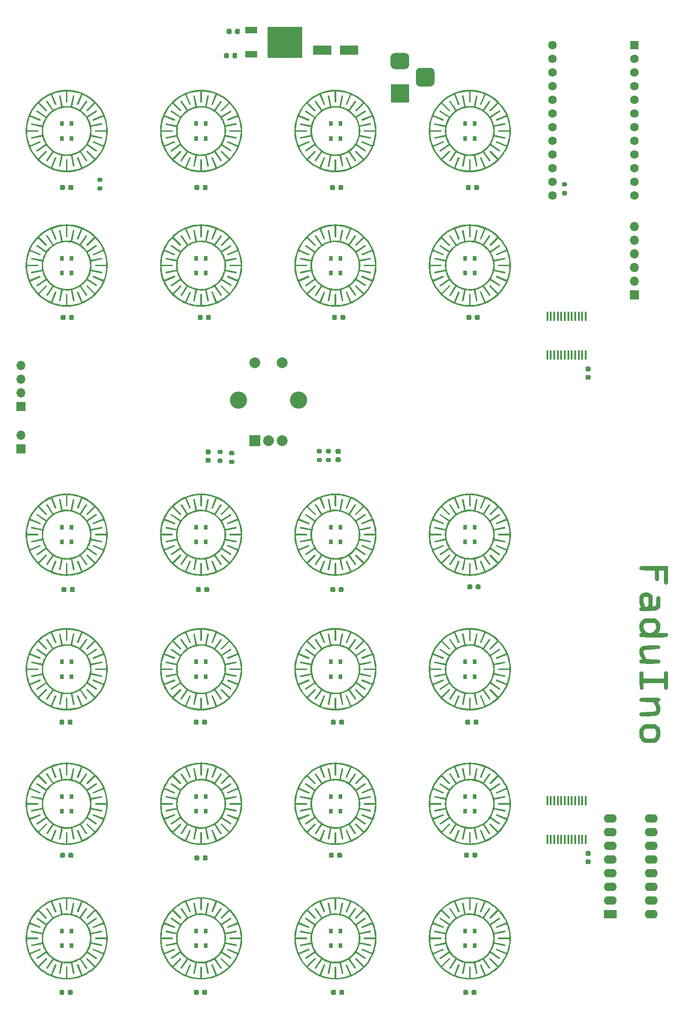
<source format=gbr>
%TF.GenerationSoftware,KiCad,Pcbnew,(5.1.7-0-10_14)*%
%TF.CreationDate,2021-09-21T18:25:25-03:00*%
%TF.ProjectId,Faduino-1,46616475-696e-46f2-9d31-2e6b69636164,1*%
%TF.SameCoordinates,Original*%
%TF.FileFunction,Soldermask,Top*%
%TF.FilePolarity,Negative*%
%FSLAX46Y46*%
G04 Gerber Fmt 4.6, Leading zero omitted, Abs format (unit mm)*
G04 Created by KiCad (PCBNEW (5.1.7-0-10_14)) date 2021-09-21 18:25:25*
%MOMM*%
%LPD*%
G01*
G04 APERTURE LIST*
%ADD10C,0.010000*%
%ADD11R,0.450000X1.750000*%
%ADD12R,0.800000X0.950000*%
%ADD13O,1.700000X1.700000*%
%ADD14R,1.700000X1.700000*%
%ADD15R,3.500000X1.800000*%
%ADD16R,2.000000X2.000000*%
%ADD17C,2.000000*%
%ADD18C,3.200000*%
%ADD19O,2.400000X1.600000*%
%ADD20R,2.400000X1.600000*%
%ADD21R,3.500000X3.500000*%
%ADD22R,6.400000X5.800000*%
%ADD23R,2.200000X1.200000*%
%ADD24C,1.600000*%
%ADD25R,1.600000X1.600000*%
%ADD26C,1.000000*%
G04 APERTURE END LIST*
D10*
%TO.C,G\u002A\u002A\u002A*%
G36*
X186801972Y-132853046D02*
G01*
X186794484Y-133304295D01*
X186783099Y-133672967D01*
X186768712Y-133929542D01*
X186753275Y-134042075D01*
X186636904Y-134144525D01*
X186447749Y-134174228D01*
X186265942Y-134131185D01*
X186178726Y-134042075D01*
X186159983Y-133911639D01*
X186144301Y-133647035D01*
X186133056Y-133283422D01*
X186127625Y-132855957D01*
X186127334Y-132729742D01*
X186127334Y-131551333D01*
X185111334Y-131551333D01*
X185111334Y-132479688D01*
X185108646Y-132891321D01*
X185097000Y-133166001D01*
X185071021Y-133336067D01*
X185025334Y-133433861D01*
X184954566Y-133491723D01*
X184942000Y-133498667D01*
X184725494Y-133542973D01*
X184603334Y-133498667D01*
X184528514Y-133443889D01*
X184479548Y-133353834D01*
X184451064Y-133196162D01*
X184437686Y-132938531D01*
X184434040Y-132548600D01*
X184434000Y-132479688D01*
X184434000Y-131551333D01*
X183096267Y-131551333D01*
X182509442Y-131545807D01*
X182081953Y-131528773D01*
X181804149Y-131499550D01*
X181666379Y-131457458D01*
X181656934Y-131449733D01*
X181564062Y-131259114D01*
X181583427Y-131044087D01*
X181706384Y-130884283D01*
X181719101Y-130876979D01*
X181856479Y-130849855D01*
X182151559Y-130827256D01*
X182592762Y-130809567D01*
X183168505Y-130797175D01*
X183867209Y-130790468D01*
X184343768Y-130789333D01*
X186804667Y-130789333D01*
X186804667Y-132348742D01*
X186801972Y-132853046D01*
G37*
X186801972Y-132853046D02*
X186794484Y-133304295D01*
X186783099Y-133672967D01*
X186768712Y-133929542D01*
X186753275Y-134042075D01*
X186636904Y-134144525D01*
X186447749Y-134174228D01*
X186265942Y-134131185D01*
X186178726Y-134042075D01*
X186159983Y-133911639D01*
X186144301Y-133647035D01*
X186133056Y-133283422D01*
X186127625Y-132855957D01*
X186127334Y-132729742D01*
X186127334Y-131551333D01*
X185111334Y-131551333D01*
X185111334Y-132479688D01*
X185108646Y-132891321D01*
X185097000Y-133166001D01*
X185071021Y-133336067D01*
X185025334Y-133433861D01*
X184954566Y-133491723D01*
X184942000Y-133498667D01*
X184725494Y-133542973D01*
X184603334Y-133498667D01*
X184528514Y-133443889D01*
X184479548Y-133353834D01*
X184451064Y-133196162D01*
X184437686Y-132938531D01*
X184434040Y-132548600D01*
X184434000Y-132479688D01*
X184434000Y-131551333D01*
X183096267Y-131551333D01*
X182509442Y-131545807D01*
X182081953Y-131528773D01*
X181804149Y-131499550D01*
X181666379Y-131457458D01*
X181656934Y-131449733D01*
X181564062Y-131259114D01*
X181583427Y-131044087D01*
X181706384Y-130884283D01*
X181719101Y-130876979D01*
X181856479Y-130849855D01*
X182151559Y-130827256D01*
X182592762Y-130809567D01*
X183168505Y-130797175D01*
X183867209Y-130790468D01*
X184343768Y-130789333D01*
X186804667Y-130789333D01*
X186804667Y-132348742D01*
X186801972Y-132853046D01*
G36*
X185362757Y-137885822D02*
G01*
X185350253Y-138166645D01*
X185320667Y-138355746D01*
X185266839Y-138491918D01*
X185181613Y-138613958D01*
X185147486Y-138655238D01*
X184917637Y-138852136D01*
X184646570Y-138987664D01*
X184618320Y-138995853D01*
X184423737Y-139026579D01*
X184112703Y-139052918D01*
X183720733Y-139074169D01*
X183283346Y-139089629D01*
X182836056Y-139098597D01*
X182414381Y-139100370D01*
X182053838Y-139094248D01*
X181789943Y-139079527D01*
X181658213Y-139055506D01*
X181656283Y-139054396D01*
X181568294Y-138914991D01*
X181568850Y-138717863D01*
X181650935Y-138545084D01*
X181703500Y-138502039D01*
X181795717Y-138434089D01*
X181800881Y-138346531D01*
X181718991Y-138180065D01*
X181703500Y-138152303D01*
X181622512Y-137950002D01*
X181575421Y-137673087D01*
X181556426Y-137281300D01*
X181555334Y-137124005D01*
X181557841Y-136759452D01*
X181573422Y-136519315D01*
X181614164Y-136358682D01*
X181692155Y-136232639D01*
X181819483Y-136096273D01*
X181836523Y-136079211D01*
X182202503Y-135823370D01*
X182619021Y-135711011D01*
X182630249Y-135711828D01*
X182630249Y-136465358D01*
X182418956Y-136511538D01*
X182334267Y-136563600D01*
X182262012Y-136731499D01*
X182233824Y-137010760D01*
X182247416Y-137349880D01*
X182300501Y-137697356D01*
X182390792Y-138001684D01*
X182398992Y-138021314D01*
X182521206Y-138264605D01*
X182638527Y-138381338D01*
X182773944Y-138409333D01*
X182984272Y-138376810D01*
X183124870Y-138263142D01*
X183207521Y-138044187D01*
X183244008Y-137695798D01*
X183248667Y-137436544D01*
X183242747Y-137092834D01*
X183227017Y-136804677D01*
X183204518Y-136621844D01*
X183197275Y-136595925D01*
X183085244Y-136510017D01*
X182874290Y-136465673D01*
X182630249Y-136465358D01*
X182630249Y-135711828D01*
X183046690Y-135742134D01*
X183446121Y-135916739D01*
X183644811Y-136079211D01*
X183926000Y-136360400D01*
X183926000Y-138324667D01*
X184205400Y-138324667D01*
X184412870Y-138307552D01*
X184551325Y-138237773D01*
X184634277Y-138087675D01*
X184675241Y-137829602D01*
X184687730Y-137435901D01*
X184688000Y-137337045D01*
X184691785Y-136962254D01*
X184707742Y-136721028D01*
X184742777Y-136577683D01*
X184803796Y-136496532D01*
X184857334Y-136462000D01*
X185073840Y-136417693D01*
X185196000Y-136462000D01*
X185271048Y-136517003D01*
X185320071Y-136607469D01*
X185348501Y-136765869D01*
X185361769Y-137024679D01*
X185365305Y-137416370D01*
X185365334Y-137474483D01*
X185362757Y-137885822D01*
G37*
X185362757Y-137885822D02*
X185350253Y-138166645D01*
X185320667Y-138355746D01*
X185266839Y-138491918D01*
X185181613Y-138613958D01*
X185147486Y-138655238D01*
X184917637Y-138852136D01*
X184646570Y-138987664D01*
X184618320Y-138995853D01*
X184423737Y-139026579D01*
X184112703Y-139052918D01*
X183720733Y-139074169D01*
X183283346Y-139089629D01*
X182836056Y-139098597D01*
X182414381Y-139100370D01*
X182053838Y-139094248D01*
X181789943Y-139079527D01*
X181658213Y-139055506D01*
X181656283Y-139054396D01*
X181568294Y-138914991D01*
X181568850Y-138717863D01*
X181650935Y-138545084D01*
X181703500Y-138502039D01*
X181795717Y-138434089D01*
X181800881Y-138346531D01*
X181718991Y-138180065D01*
X181703500Y-138152303D01*
X181622512Y-137950002D01*
X181575421Y-137673087D01*
X181556426Y-137281300D01*
X181555334Y-137124005D01*
X181557841Y-136759452D01*
X181573422Y-136519315D01*
X181614164Y-136358682D01*
X181692155Y-136232639D01*
X181819483Y-136096273D01*
X181836523Y-136079211D01*
X182202503Y-135823370D01*
X182619021Y-135711011D01*
X182630249Y-135711828D01*
X182630249Y-136465358D01*
X182418956Y-136511538D01*
X182334267Y-136563600D01*
X182262012Y-136731499D01*
X182233824Y-137010760D01*
X182247416Y-137349880D01*
X182300501Y-137697356D01*
X182390792Y-138001684D01*
X182398992Y-138021314D01*
X182521206Y-138264605D01*
X182638527Y-138381338D01*
X182773944Y-138409333D01*
X182984272Y-138376810D01*
X183124870Y-138263142D01*
X183207521Y-138044187D01*
X183244008Y-137695798D01*
X183248667Y-137436544D01*
X183242747Y-137092834D01*
X183227017Y-136804677D01*
X183204518Y-136621844D01*
X183197275Y-136595925D01*
X183085244Y-136510017D01*
X182874290Y-136465673D01*
X182630249Y-136465358D01*
X182630249Y-135711828D01*
X183046690Y-135742134D01*
X183446121Y-135916739D01*
X183644811Y-136079211D01*
X183926000Y-136360400D01*
X183926000Y-138324667D01*
X184205400Y-138324667D01*
X184412870Y-138307552D01*
X184551325Y-138237773D01*
X184634277Y-138087675D01*
X184675241Y-137829602D01*
X184687730Y-137435901D01*
X184688000Y-137337045D01*
X184691785Y-136962254D01*
X184707742Y-136721028D01*
X184742777Y-136577683D01*
X184803796Y-136496532D01*
X184857334Y-136462000D01*
X185073840Y-136417693D01*
X185196000Y-136462000D01*
X185271048Y-136517003D01*
X185320071Y-136607469D01*
X185348501Y-136765869D01*
X185361769Y-137024679D01*
X185365305Y-137416370D01*
X185365334Y-137474483D01*
X185362757Y-137885822D01*
G36*
X186747855Y-143761463D02*
G01*
X186671620Y-143864286D01*
X186612256Y-143904185D01*
X186510693Y-143935402D01*
X186347982Y-143958952D01*
X186105176Y-143975851D01*
X185763327Y-143987116D01*
X185303487Y-143993761D01*
X184706710Y-143996803D01*
X184190135Y-143997333D01*
X183445818Y-143996047D01*
X182853976Y-143990356D01*
X182397759Y-143977507D01*
X182060314Y-143954749D01*
X181824793Y-143919332D01*
X181674345Y-143868503D01*
X181592118Y-143799511D01*
X181561263Y-143709604D01*
X181564929Y-143596032D01*
X181568460Y-143569256D01*
X181658877Y-143377597D01*
X181775649Y-143284146D01*
X181953631Y-143205960D01*
X181754482Y-142912498D01*
X181637669Y-142700962D01*
X181576426Y-142464184D01*
X181555873Y-142137747D01*
X181555334Y-142050360D01*
X181563861Y-141727574D01*
X181603871Y-141504114D01*
X181697002Y-141310261D01*
X181852731Y-141092194D01*
X182058673Y-140858770D01*
X182282499Y-140697849D01*
X182560360Y-140597099D01*
X182928413Y-140544188D01*
X183422810Y-140526783D01*
X183460334Y-140526651D01*
X183460334Y-141288000D01*
X183064902Y-141290110D01*
X182801999Y-141301640D01*
X182634828Y-141330394D01*
X182526590Y-141384171D01*
X182440489Y-141470775D01*
X182408146Y-141511085D01*
X182260875Y-141830813D01*
X182232667Y-142091831D01*
X182253451Y-142325883D01*
X182335108Y-142527368D01*
X182506593Y-142759126D01*
X182578529Y-142842413D01*
X182774512Y-143056653D01*
X182926386Y-143174158D01*
X183099083Y-143223980D01*
X183357533Y-143235167D01*
X183456746Y-143235333D01*
X183753282Y-143229389D01*
X183946333Y-143192687D01*
X184101730Y-143096926D01*
X184285304Y-142913804D01*
X184338551Y-142856225D01*
X184542297Y-142616022D01*
X184647982Y-142422731D01*
X184685439Y-142212281D01*
X184688000Y-142105643D01*
X184623366Y-141709425D01*
X184512522Y-141511085D01*
X184425415Y-141410887D01*
X184329293Y-141346297D01*
X184187361Y-141309514D01*
X183962821Y-141292736D01*
X183618875Y-141288162D01*
X183460334Y-141288000D01*
X183460334Y-140526651D01*
X183511200Y-140526472D01*
X184007098Y-140540947D01*
X184374734Y-140594690D01*
X184653334Y-140702060D01*
X184882128Y-140877417D01*
X185072334Y-141097953D01*
X185233062Y-141325167D01*
X185321232Y-141518411D01*
X185358196Y-141747091D01*
X185365334Y-142050360D01*
X185352225Y-142399900D01*
X185302364Y-142647673D01*
X185199946Y-142859944D01*
X185156219Y-142927185D01*
X184947104Y-143235333D01*
X185774285Y-143235333D01*
X186216757Y-143244534D01*
X186515802Y-143277836D01*
X186696615Y-143343783D01*
X186784386Y-143450924D01*
X186804667Y-143584886D01*
X186747855Y-143761463D01*
G37*
X186747855Y-143761463D02*
X186671620Y-143864286D01*
X186612256Y-143904185D01*
X186510693Y-143935402D01*
X186347982Y-143958952D01*
X186105176Y-143975851D01*
X185763327Y-143987116D01*
X185303487Y-143993761D01*
X184706710Y-143996803D01*
X184190135Y-143997333D01*
X183445818Y-143996047D01*
X182853976Y-143990356D01*
X182397759Y-143977507D01*
X182060314Y-143954749D01*
X181824793Y-143919332D01*
X181674345Y-143868503D01*
X181592118Y-143799511D01*
X181561263Y-143709604D01*
X181564929Y-143596032D01*
X181568460Y-143569256D01*
X181658877Y-143377597D01*
X181775649Y-143284146D01*
X181953631Y-143205960D01*
X181754482Y-142912498D01*
X181637669Y-142700962D01*
X181576426Y-142464184D01*
X181555873Y-142137747D01*
X181555334Y-142050360D01*
X181563861Y-141727574D01*
X181603871Y-141504114D01*
X181697002Y-141310261D01*
X181852731Y-141092194D01*
X182058673Y-140858770D01*
X182282499Y-140697849D01*
X182560360Y-140597099D01*
X182928413Y-140544188D01*
X183422810Y-140526783D01*
X183460334Y-140526651D01*
X183460334Y-141288000D01*
X183064902Y-141290110D01*
X182801999Y-141301640D01*
X182634828Y-141330394D01*
X182526590Y-141384171D01*
X182440489Y-141470775D01*
X182408146Y-141511085D01*
X182260875Y-141830813D01*
X182232667Y-142091831D01*
X182253451Y-142325883D01*
X182335108Y-142527368D01*
X182506593Y-142759126D01*
X182578529Y-142842413D01*
X182774512Y-143056653D01*
X182926386Y-143174158D01*
X183099083Y-143223980D01*
X183357533Y-143235167D01*
X183456746Y-143235333D01*
X183753282Y-143229389D01*
X183946333Y-143192687D01*
X184101730Y-143096926D01*
X184285304Y-142913804D01*
X184338551Y-142856225D01*
X184542297Y-142616022D01*
X184647982Y-142422731D01*
X184685439Y-142212281D01*
X184688000Y-142105643D01*
X184623366Y-141709425D01*
X184512522Y-141511085D01*
X184425415Y-141410887D01*
X184329293Y-141346297D01*
X184187361Y-141309514D01*
X183962821Y-141292736D01*
X183618875Y-141288162D01*
X183460334Y-141288000D01*
X183460334Y-140526651D01*
X183511200Y-140526472D01*
X184007098Y-140540947D01*
X184374734Y-140594690D01*
X184653334Y-140702060D01*
X184882128Y-140877417D01*
X185072334Y-141097953D01*
X185233062Y-141325167D01*
X185321232Y-141518411D01*
X185358196Y-141747091D01*
X185365334Y-142050360D01*
X185352225Y-142399900D01*
X185302364Y-142647673D01*
X185199946Y-142859944D01*
X185156219Y-142927185D01*
X184947104Y-143235333D01*
X185774285Y-143235333D01*
X186216757Y-143244534D01*
X186515802Y-143277836D01*
X186696615Y-143343783D01*
X186784386Y-143450924D01*
X186804667Y-143584886D01*
X186747855Y-143761463D01*
G36*
X185313823Y-146008167D02*
G01*
X185255291Y-146065781D01*
X185144846Y-146111288D01*
X184957937Y-146148546D01*
X184670008Y-146181416D01*
X184256506Y-146213756D01*
X183832589Y-146241000D01*
X183359564Y-146273479D01*
X182942502Y-146308953D01*
X182612253Y-146344257D01*
X182399666Y-146376231D01*
X182338500Y-146394163D01*
X182244649Y-146549402D01*
X182239286Y-146810965D01*
X182317247Y-147144100D01*
X182473371Y-147514052D01*
X182516992Y-147595667D01*
X182799298Y-148103667D01*
X183976483Y-148146000D01*
X184412177Y-148166127D01*
X184790878Y-148191977D01*
X185078450Y-148220600D01*
X185240756Y-148249046D01*
X185259500Y-148256830D01*
X185353131Y-148403679D01*
X185350058Y-148603795D01*
X185258471Y-148777513D01*
X185201567Y-148820354D01*
X185059636Y-148850902D01*
X184772546Y-148876110D01*
X184364422Y-148894764D01*
X183859389Y-148905651D01*
X183460334Y-148908000D01*
X182901727Y-148903285D01*
X182423110Y-148889951D01*
X182048608Y-148869212D01*
X181802346Y-148842282D01*
X181719101Y-148820354D01*
X181575266Y-148666742D01*
X181560656Y-148470114D01*
X181668674Y-148288587D01*
X181788167Y-148211708D01*
X181961234Y-148136050D01*
X182046502Y-148096299D01*
X182019169Y-148023192D01*
X181922104Y-147849939D01*
X181813669Y-147673533D01*
X181648009Y-147370411D01*
X181572394Y-147090233D01*
X181557587Y-146795924D01*
X181589167Y-146434818D01*
X181670971Y-146153445D01*
X181697888Y-146103231D01*
X181818346Y-145932668D01*
X181955856Y-145804826D01*
X182135960Y-145713252D01*
X182384199Y-145651496D01*
X182726116Y-145613106D01*
X183187252Y-145591632D01*
X183765772Y-145580943D01*
X184299074Y-145576142D01*
X184687964Y-145577753D01*
X184957305Y-145587881D01*
X185131962Y-145608631D01*
X185236802Y-145642108D01*
X185296688Y-145690417D01*
X185312024Y-145711833D01*
X185361547Y-145893500D01*
X185313823Y-146008167D01*
G37*
X185313823Y-146008167D02*
X185255291Y-146065781D01*
X185144846Y-146111288D01*
X184957937Y-146148546D01*
X184670008Y-146181416D01*
X184256506Y-146213756D01*
X183832589Y-146241000D01*
X183359564Y-146273479D01*
X182942502Y-146308953D01*
X182612253Y-146344257D01*
X182399666Y-146376231D01*
X182338500Y-146394163D01*
X182244649Y-146549402D01*
X182239286Y-146810965D01*
X182317247Y-147144100D01*
X182473371Y-147514052D01*
X182516992Y-147595667D01*
X182799298Y-148103667D01*
X183976483Y-148146000D01*
X184412177Y-148166127D01*
X184790878Y-148191977D01*
X185078450Y-148220600D01*
X185240756Y-148249046D01*
X185259500Y-148256830D01*
X185353131Y-148403679D01*
X185350058Y-148603795D01*
X185258471Y-148777513D01*
X185201567Y-148820354D01*
X185059636Y-148850902D01*
X184772546Y-148876110D01*
X184364422Y-148894764D01*
X183859389Y-148905651D01*
X183460334Y-148908000D01*
X182901727Y-148903285D01*
X182423110Y-148889951D01*
X182048608Y-148869212D01*
X181802346Y-148842282D01*
X181719101Y-148820354D01*
X181575266Y-148666742D01*
X181560656Y-148470114D01*
X181668674Y-148288587D01*
X181788167Y-148211708D01*
X181961234Y-148136050D01*
X182046502Y-148096299D01*
X182019169Y-148023192D01*
X181922104Y-147849939D01*
X181813669Y-147673533D01*
X181648009Y-147370411D01*
X181572394Y-147090233D01*
X181557587Y-146795924D01*
X181589167Y-146434818D01*
X181670971Y-146153445D01*
X181697888Y-146103231D01*
X181818346Y-145932668D01*
X181955856Y-145804826D01*
X182135960Y-145713252D01*
X182384199Y-145651496D01*
X182726116Y-145613106D01*
X183187252Y-145591632D01*
X183765772Y-145580943D01*
X184299074Y-145576142D01*
X184687964Y-145577753D01*
X184957305Y-145587881D01*
X185131962Y-145608631D01*
X185236802Y-145642108D01*
X185296688Y-145690417D01*
X185312024Y-145711833D01*
X185361547Y-145893500D01*
X185313823Y-146008167D01*
G36*
X186801824Y-152479619D02*
G01*
X186793943Y-152917310D01*
X186781997Y-153271243D01*
X186766959Y-153510907D01*
X186753275Y-153600075D01*
X186633986Y-153703097D01*
X186466001Y-153734000D01*
X186303555Y-153710748D01*
X186202042Y-153620841D01*
X186148146Y-153434049D01*
X186128554Y-153120143D01*
X186127334Y-152965075D01*
X186127334Y-152464000D01*
X182240086Y-152464000D01*
X182215210Y-153077833D01*
X182190334Y-153691667D01*
X181597667Y-153691667D01*
X181574647Y-152108137D01*
X181567429Y-151553129D01*
X181565667Y-151143493D01*
X181571477Y-150855304D01*
X181586977Y-150664634D01*
X181614281Y-150547556D01*
X181655508Y-150480143D01*
X181712772Y-150438469D01*
X181722814Y-150432992D01*
X181939265Y-150387443D01*
X182063334Y-150432000D01*
X182154575Y-150505090D01*
X182206176Y-150629850D01*
X182228632Y-150848449D01*
X182232667Y-151112312D01*
X182232667Y-151702000D01*
X186127334Y-151702000D01*
X186127334Y-151112312D01*
X186149023Y-150729529D01*
X186221238Y-150496512D01*
X186354701Y-150398440D01*
X186560132Y-150420490D01*
X186614167Y-150439276D01*
X186682773Y-150470449D01*
X186732548Y-150520661D01*
X186766512Y-150614474D01*
X186787686Y-150776450D01*
X186799089Y-151031151D01*
X186803742Y-151403140D01*
X186804664Y-151916978D01*
X186804667Y-151988680D01*
X186801824Y-152479619D01*
G37*
X186801824Y-152479619D02*
X186793943Y-152917310D01*
X186781997Y-153271243D01*
X186766959Y-153510907D01*
X186753275Y-153600075D01*
X186633986Y-153703097D01*
X186466001Y-153734000D01*
X186303555Y-153710748D01*
X186202042Y-153620841D01*
X186148146Y-153434049D01*
X186128554Y-153120143D01*
X186127334Y-152965075D01*
X186127334Y-152464000D01*
X182240086Y-152464000D01*
X182215210Y-153077833D01*
X182190334Y-153691667D01*
X181597667Y-153691667D01*
X181574647Y-152108137D01*
X181567429Y-151553129D01*
X181565667Y-151143493D01*
X181571477Y-150855304D01*
X181586977Y-150664634D01*
X181614281Y-150547556D01*
X181655508Y-150480143D01*
X181712772Y-150438469D01*
X181722814Y-150432992D01*
X181939265Y-150387443D01*
X182063334Y-150432000D01*
X182154575Y-150505090D01*
X182206176Y-150629850D01*
X182228632Y-150848449D01*
X182232667Y-151112312D01*
X182232667Y-151702000D01*
X186127334Y-151702000D01*
X186127334Y-151112312D01*
X186149023Y-150729529D01*
X186221238Y-150496512D01*
X186354701Y-150398440D01*
X186560132Y-150420490D01*
X186614167Y-150439276D01*
X186682773Y-150470449D01*
X186732548Y-150520661D01*
X186766512Y-150614474D01*
X186787686Y-150776450D01*
X186799089Y-151031151D01*
X186803742Y-151403140D01*
X186804664Y-151916978D01*
X186804667Y-151988680D01*
X186801824Y-152479619D01*
G36*
X185356387Y-157733538D02*
G01*
X185314873Y-157935994D01*
X185218780Y-158100383D01*
X185090167Y-158246001D01*
X184914526Y-158410917D01*
X184738929Y-158507630D01*
X184500529Y-158562275D01*
X184264667Y-158589298D01*
X183876927Y-158619037D01*
X183437517Y-158641102D01*
X182981294Y-158655149D01*
X182543119Y-158660832D01*
X182157848Y-158657809D01*
X181860341Y-158645735D01*
X181685456Y-158624266D01*
X181660508Y-158615007D01*
X181569638Y-158474019D01*
X181568228Y-158276998D01*
X181649737Y-158107405D01*
X181703500Y-158066247D01*
X181836738Y-158036073D01*
X182105917Y-158003451D01*
X182477737Y-157971467D01*
X182918897Y-157943208D01*
X183161492Y-157931150D01*
X183621332Y-157905257D01*
X184025055Y-157872606D01*
X184340600Y-157836557D01*
X184535906Y-157800470D01*
X184579659Y-157782515D01*
X184676530Y-157598223D01*
X184675445Y-157311582D01*
X184581096Y-156954914D01*
X184403644Y-156570333D01*
X184121307Y-156062333D01*
X182944154Y-156020000D01*
X182508465Y-155999872D01*
X182129770Y-155974022D01*
X181842205Y-155945399D01*
X181679907Y-155916952D01*
X181661167Y-155909170D01*
X181567267Y-155759091D01*
X181582912Y-155545304D01*
X181638069Y-155427333D01*
X181694886Y-155381071D01*
X181813680Y-155345717D01*
X182016120Y-155319288D01*
X182323878Y-155299802D01*
X182758623Y-155285276D01*
X183311589Y-155274222D01*
X183961443Y-155267323D01*
X184461038Y-155272822D01*
X184829204Y-155294060D01*
X185084772Y-155334381D01*
X185246574Y-155397125D01*
X185333440Y-155485636D01*
X185364202Y-155603254D01*
X185365334Y-155638719D01*
X185305751Y-155835055D01*
X185132500Y-155954292D01*
X184959433Y-156029949D01*
X184874165Y-156069701D01*
X184901499Y-156142808D01*
X184998564Y-156316061D01*
X185106999Y-156492467D01*
X185261734Y-156768833D01*
X185339712Y-157021174D01*
X185364621Y-157335224D01*
X185365334Y-157427547D01*
X185356387Y-157733538D01*
G37*
X185356387Y-157733538D02*
X185314873Y-157935994D01*
X185218780Y-158100383D01*
X185090167Y-158246001D01*
X184914526Y-158410917D01*
X184738929Y-158507630D01*
X184500529Y-158562275D01*
X184264667Y-158589298D01*
X183876927Y-158619037D01*
X183437517Y-158641102D01*
X182981294Y-158655149D01*
X182543119Y-158660832D01*
X182157848Y-158657809D01*
X181860341Y-158645735D01*
X181685456Y-158624266D01*
X181660508Y-158615007D01*
X181569638Y-158474019D01*
X181568228Y-158276998D01*
X181649737Y-158107405D01*
X181703500Y-158066247D01*
X181836738Y-158036073D01*
X182105917Y-158003451D01*
X182477737Y-157971467D01*
X182918897Y-157943208D01*
X183161492Y-157931150D01*
X183621332Y-157905257D01*
X184025055Y-157872606D01*
X184340600Y-157836557D01*
X184535906Y-157800470D01*
X184579659Y-157782515D01*
X184676530Y-157598223D01*
X184675445Y-157311582D01*
X184581096Y-156954914D01*
X184403644Y-156570333D01*
X184121307Y-156062333D01*
X182944154Y-156020000D01*
X182508465Y-155999872D01*
X182129770Y-155974022D01*
X181842205Y-155945399D01*
X181679907Y-155916952D01*
X181661167Y-155909170D01*
X181567267Y-155759091D01*
X181582912Y-155545304D01*
X181638069Y-155427333D01*
X181694886Y-155381071D01*
X181813680Y-155345717D01*
X182016120Y-155319288D01*
X182323878Y-155299802D01*
X182758623Y-155285276D01*
X183311589Y-155274222D01*
X183961443Y-155267323D01*
X184461038Y-155272822D01*
X184829204Y-155294060D01*
X185084772Y-155334381D01*
X185246574Y-155397125D01*
X185333440Y-155485636D01*
X185364202Y-155603254D01*
X185365334Y-155638719D01*
X185305751Y-155835055D01*
X185132500Y-155954292D01*
X184959433Y-156029949D01*
X184874165Y-156069701D01*
X184901499Y-156142808D01*
X184998564Y-156316061D01*
X185106999Y-156492467D01*
X185261734Y-156768833D01*
X185339712Y-157021174D01*
X185364621Y-157335224D01*
X185365334Y-157427547D01*
X185356387Y-157733538D01*
G36*
X185334501Y-162422944D02*
G01*
X185232197Y-162819379D01*
X185043716Y-163130997D01*
X184788510Y-163369612D01*
X184653372Y-163466069D01*
X184523617Y-163530635D01*
X184362264Y-163569693D01*
X184132334Y-163589622D01*
X183796847Y-163596805D01*
X183466924Y-163597667D01*
X182954595Y-163589535D01*
X182577688Y-163556283D01*
X182302708Y-163484624D01*
X182096158Y-163361274D01*
X181924541Y-163172946D01*
X181763531Y-162922050D01*
X181652062Y-162701649D01*
X181588315Y-162476256D01*
X181560237Y-162186255D01*
X181555334Y-161892304D01*
X181562503Y-161531456D01*
X181593290Y-161279496D01*
X181661616Y-161076258D01*
X181781401Y-160861576D01*
X181801013Y-160830423D01*
X182019622Y-160549907D01*
X182280777Y-160355111D01*
X182614310Y-160235618D01*
X183050054Y-160181011D01*
X183460714Y-160180910D01*
X183460714Y-160930667D01*
X183065186Y-160932774D01*
X182802198Y-160944294D01*
X182634963Y-160973023D01*
X182526696Y-161026757D01*
X182440612Y-161113293D01*
X182408146Y-161153751D01*
X182299708Y-161342220D01*
X182245734Y-161589480D01*
X182232667Y-161904333D01*
X182249504Y-162251708D01*
X182308932Y-162489505D01*
X182408146Y-162654915D01*
X182495253Y-162755113D01*
X182591374Y-162819703D01*
X182733307Y-162856485D01*
X182957847Y-162873263D01*
X183301793Y-162877838D01*
X183460334Y-162878000D01*
X183855765Y-162875890D01*
X184118668Y-162864359D01*
X184285840Y-162835606D01*
X184394078Y-162781828D01*
X184480178Y-162695225D01*
X184512522Y-162654915D01*
X184641144Y-162379128D01*
X184695555Y-162017133D01*
X184675738Y-161634939D01*
X184581675Y-161298551D01*
X184512902Y-161176570D01*
X184428903Y-161066497D01*
X184341149Y-160995429D01*
X184213133Y-160954833D01*
X184008348Y-160936177D01*
X183690286Y-160930929D01*
X183460714Y-160930667D01*
X183460714Y-160180910D01*
X183617842Y-160180870D01*
X183656834Y-160182369D01*
X184055838Y-160202802D01*
X184329534Y-160232539D01*
X184521944Y-160281634D01*
X184677090Y-160360142D01*
X184791841Y-160441595D01*
X185069154Y-160708520D01*
X185247439Y-161028025D01*
X185341207Y-161437120D01*
X185365334Y-161904333D01*
X185334501Y-162422944D01*
G37*
X185334501Y-162422944D02*
X185232197Y-162819379D01*
X185043716Y-163130997D01*
X184788510Y-163369612D01*
X184653372Y-163466069D01*
X184523617Y-163530635D01*
X184362264Y-163569693D01*
X184132334Y-163589622D01*
X183796847Y-163596805D01*
X183466924Y-163597667D01*
X182954595Y-163589535D01*
X182577688Y-163556283D01*
X182302708Y-163484624D01*
X182096158Y-163361274D01*
X181924541Y-163172946D01*
X181763531Y-162922050D01*
X181652062Y-162701649D01*
X181588315Y-162476256D01*
X181560237Y-162186255D01*
X181555334Y-161892304D01*
X181562503Y-161531456D01*
X181593290Y-161279496D01*
X181661616Y-161076258D01*
X181781401Y-160861576D01*
X181801013Y-160830423D01*
X182019622Y-160549907D01*
X182280777Y-160355111D01*
X182614310Y-160235618D01*
X183050054Y-160181011D01*
X183460714Y-160180910D01*
X183460714Y-160930667D01*
X183065186Y-160932774D01*
X182802198Y-160944294D01*
X182634963Y-160973023D01*
X182526696Y-161026757D01*
X182440612Y-161113293D01*
X182408146Y-161153751D01*
X182299708Y-161342220D01*
X182245734Y-161589480D01*
X182232667Y-161904333D01*
X182249504Y-162251708D01*
X182308932Y-162489505D01*
X182408146Y-162654915D01*
X182495253Y-162755113D01*
X182591374Y-162819703D01*
X182733307Y-162856485D01*
X182957847Y-162873263D01*
X183301793Y-162877838D01*
X183460334Y-162878000D01*
X183855765Y-162875890D01*
X184118668Y-162864359D01*
X184285840Y-162835606D01*
X184394078Y-162781828D01*
X184480178Y-162695225D01*
X184512522Y-162654915D01*
X184641144Y-162379128D01*
X184695555Y-162017133D01*
X184675738Y-161634939D01*
X184581675Y-161298551D01*
X184512902Y-161176570D01*
X184428903Y-161066497D01*
X184341149Y-160995429D01*
X184213133Y-160954833D01*
X184008348Y-160936177D01*
X183690286Y-160930929D01*
X183460714Y-160930667D01*
X183460714Y-160180910D01*
X183617842Y-160180870D01*
X183656834Y-160182369D01*
X184055838Y-160202802D01*
X184329534Y-160232539D01*
X184521944Y-160281634D01*
X184677090Y-160360142D01*
X184791841Y-160441595D01*
X185069154Y-160708520D01*
X185247439Y-161028025D01*
X185341207Y-161437120D01*
X185365334Y-161904333D01*
X185334501Y-162422944D01*
%TD*%
D11*
%TO.C,Mux_2*%
X171575000Y-181600000D03*
X170925000Y-181600000D03*
X170275000Y-181600000D03*
X169625000Y-181600000D03*
X168975000Y-181600000D03*
X168325000Y-181600000D03*
X167675000Y-181600000D03*
X167025000Y-181600000D03*
X166375000Y-181600000D03*
X165725000Y-181600000D03*
X165075000Y-181600000D03*
X164425000Y-181600000D03*
X164425000Y-174400000D03*
X165075000Y-174400000D03*
X165725000Y-174400000D03*
X166375000Y-174400000D03*
X167025000Y-174400000D03*
X167675000Y-174400000D03*
X168325000Y-174400000D03*
X168975000Y-174400000D03*
X169625000Y-174400000D03*
X170275000Y-174400000D03*
X170925000Y-174400000D03*
X171575000Y-174400000D03*
%TD*%
%TO.C,Mux_1*%
X171575000Y-91600000D03*
X170925000Y-91600000D03*
X170275000Y-91600000D03*
X169625000Y-91600000D03*
X168975000Y-91600000D03*
X168325000Y-91600000D03*
X167675000Y-91600000D03*
X167025000Y-91600000D03*
X166375000Y-91600000D03*
X165725000Y-91600000D03*
X165075000Y-91600000D03*
X164425000Y-91600000D03*
X164425000Y-84400000D03*
X165075000Y-84400000D03*
X165725000Y-84400000D03*
X166375000Y-84400000D03*
X167025000Y-84400000D03*
X167675000Y-84400000D03*
X168325000Y-84400000D03*
X168975000Y-84400000D03*
X169625000Y-84400000D03*
X170275000Y-84400000D03*
X170925000Y-84400000D03*
X171575000Y-84400000D03*
%TD*%
%TO.C,C6*%
G36*
G01*
X100935000Y-84890000D02*
X100935000Y-84390000D01*
G75*
G02*
X101160000Y-84165000I225000J0D01*
G01*
X101610000Y-84165000D01*
G75*
G02*
X101835000Y-84390000I0J-225000D01*
G01*
X101835000Y-84890000D01*
G75*
G02*
X101610000Y-85115000I-225000J0D01*
G01*
X101160000Y-85115000D01*
G75*
G02*
X100935000Y-84890000I0J225000D01*
G01*
G37*
G36*
G01*
X99385000Y-84890000D02*
X99385000Y-84390000D01*
G75*
G02*
X99610000Y-84165000I225000J0D01*
G01*
X100060000Y-84165000D01*
G75*
G02*
X100285000Y-84390000I0J-225000D01*
G01*
X100285000Y-84890000D01*
G75*
G02*
X100060000Y-85115000I-225000J0D01*
G01*
X99610000Y-85115000D01*
G75*
G02*
X99385000Y-84890000I0J225000D01*
G01*
G37*
%TD*%
%TO.C,C5*%
G36*
G01*
X74785000Y-84390000D02*
X74785000Y-84890000D01*
G75*
G02*
X74560000Y-85115000I-225000J0D01*
G01*
X74110000Y-85115000D01*
G75*
G02*
X73885000Y-84890000I0J225000D01*
G01*
X73885000Y-84390000D01*
G75*
G02*
X74110000Y-84165000I225000J0D01*
G01*
X74560000Y-84165000D01*
G75*
G02*
X74785000Y-84390000I0J-225000D01*
G01*
G37*
G36*
G01*
X76335000Y-84390000D02*
X76335000Y-84890000D01*
G75*
G02*
X76110000Y-85115000I-225000J0D01*
G01*
X75660000Y-85115000D01*
G75*
G02*
X75435000Y-84890000I0J225000D01*
G01*
X75435000Y-84390000D01*
G75*
G02*
X75660000Y-84165000I225000J0D01*
G01*
X76110000Y-84165000D01*
G75*
G02*
X76335000Y-84390000I0J-225000D01*
G01*
G37*
%TD*%
%TO.C,C8*%
G36*
G01*
X150935000Y-84890000D02*
X150935000Y-84390000D01*
G75*
G02*
X151160000Y-84165000I225000J0D01*
G01*
X151610000Y-84165000D01*
G75*
G02*
X151835000Y-84390000I0J-225000D01*
G01*
X151835000Y-84890000D01*
G75*
G02*
X151610000Y-85115000I-225000J0D01*
G01*
X151160000Y-85115000D01*
G75*
G02*
X150935000Y-84890000I0J225000D01*
G01*
G37*
G36*
G01*
X149385000Y-84890000D02*
X149385000Y-84390000D01*
G75*
G02*
X149610000Y-84165000I225000J0D01*
G01*
X150060000Y-84165000D01*
G75*
G02*
X150285000Y-84390000I0J-225000D01*
G01*
X150285000Y-84890000D01*
G75*
G02*
X150060000Y-85115000I-225000J0D01*
G01*
X149610000Y-85115000D01*
G75*
G02*
X149385000Y-84890000I0J225000D01*
G01*
G37*
%TD*%
%TO.C,C7*%
G36*
G01*
X125935000Y-84890000D02*
X125935000Y-84390000D01*
G75*
G02*
X126160000Y-84165000I225000J0D01*
G01*
X126610000Y-84165000D01*
G75*
G02*
X126835000Y-84390000I0J-225000D01*
G01*
X126835000Y-84890000D01*
G75*
G02*
X126610000Y-85115000I-225000J0D01*
G01*
X126160000Y-85115000D01*
G75*
G02*
X125935000Y-84890000I0J225000D01*
G01*
G37*
G36*
G01*
X124385000Y-84890000D02*
X124385000Y-84390000D01*
G75*
G02*
X124610000Y-84165000I225000J0D01*
G01*
X125060000Y-84165000D01*
G75*
G02*
X125285000Y-84390000I0J-225000D01*
G01*
X125285000Y-84890000D01*
G75*
G02*
X125060000Y-85115000I-225000J0D01*
G01*
X124610000Y-85115000D01*
G75*
G02*
X124385000Y-84890000I0J225000D01*
G01*
G37*
%TD*%
%TO.C,C_mux_1*%
G36*
G01*
X171750000Y-95325000D02*
X172250000Y-95325000D01*
G75*
G02*
X172475000Y-95550000I0J-225000D01*
G01*
X172475000Y-96000000D01*
G75*
G02*
X172250000Y-96225000I-225000J0D01*
G01*
X171750000Y-96225000D01*
G75*
G02*
X171525000Y-96000000I0J225000D01*
G01*
X171525000Y-95550000D01*
G75*
G02*
X171750000Y-95325000I225000J0D01*
G01*
G37*
G36*
G01*
X171750000Y-93775000D02*
X172250000Y-93775000D01*
G75*
G02*
X172475000Y-94000000I0J-225000D01*
G01*
X172475000Y-94450000D01*
G75*
G02*
X172250000Y-94675000I-225000J0D01*
G01*
X171750000Y-94675000D01*
G75*
G02*
X171525000Y-94450000I0J225000D01*
G01*
X171525000Y-94000000D01*
G75*
G02*
X171750000Y-93775000I225000J0D01*
G01*
G37*
%TD*%
%TO.C,C_mux_2*%
G36*
G01*
X171750000Y-185325000D02*
X172250000Y-185325000D01*
G75*
G02*
X172475000Y-185550000I0J-225000D01*
G01*
X172475000Y-186000000D01*
G75*
G02*
X172250000Y-186225000I-225000J0D01*
G01*
X171750000Y-186225000D01*
G75*
G02*
X171525000Y-186000000I0J225000D01*
G01*
X171525000Y-185550000D01*
G75*
G02*
X171750000Y-185325000I225000J0D01*
G01*
G37*
G36*
G01*
X171750000Y-183775000D02*
X172250000Y-183775000D01*
G75*
G02*
X172475000Y-184000000I0J-225000D01*
G01*
X172475000Y-184450000D01*
G75*
G02*
X172250000Y-184675000I-225000J0D01*
G01*
X171750000Y-184675000D01*
G75*
G02*
X171525000Y-184450000I0J225000D01*
G01*
X171525000Y-184000000D01*
G75*
G02*
X171750000Y-183775000I225000J0D01*
G01*
G37*
%TD*%
%TO.C,C_pwr_1*%
G36*
G01*
X105675000Y-31250000D02*
X105675000Y-31750000D01*
G75*
G02*
X105450000Y-31975000I-225000J0D01*
G01*
X105000000Y-31975000D01*
G75*
G02*
X104775000Y-31750000I0J225000D01*
G01*
X104775000Y-31250000D01*
G75*
G02*
X105000000Y-31025000I225000J0D01*
G01*
X105450000Y-31025000D01*
G75*
G02*
X105675000Y-31250000I0J-225000D01*
G01*
G37*
G36*
G01*
X107225000Y-31250000D02*
X107225000Y-31750000D01*
G75*
G02*
X107000000Y-31975000I-225000J0D01*
G01*
X106550000Y-31975000D01*
G75*
G02*
X106325000Y-31750000I0J225000D01*
G01*
X106325000Y-31250000D01*
G75*
G02*
X106550000Y-31025000I225000J0D01*
G01*
X107000000Y-31025000D01*
G75*
G02*
X107225000Y-31250000I0J-225000D01*
G01*
G37*
%TD*%
%TO.C,C_pwr_2*%
G36*
G01*
X105175000Y-35750000D02*
X105175000Y-36250000D01*
G75*
G02*
X104950000Y-36475000I-225000J0D01*
G01*
X104500000Y-36475000D01*
G75*
G02*
X104275000Y-36250000I0J225000D01*
G01*
X104275000Y-35750000D01*
G75*
G02*
X104500000Y-35525000I225000J0D01*
G01*
X104950000Y-35525000D01*
G75*
G02*
X105175000Y-35750000I0J-225000D01*
G01*
G37*
G36*
G01*
X106725000Y-35750000D02*
X106725000Y-36250000D01*
G75*
G02*
X106500000Y-36475000I-225000J0D01*
G01*
X106050000Y-36475000D01*
G75*
G02*
X105825000Y-36250000I0J225000D01*
G01*
X105825000Y-35750000D01*
G75*
G02*
X106050000Y-35525000I225000J0D01*
G01*
X106500000Y-35525000D01*
G75*
G02*
X106725000Y-35750000I0J-225000D01*
G01*
G37*
%TD*%
%TO.C,C1*%
G36*
G01*
X75325000Y-60750000D02*
X75325000Y-60250000D01*
G75*
G02*
X75550000Y-60025000I225000J0D01*
G01*
X76000000Y-60025000D01*
G75*
G02*
X76225000Y-60250000I0J-225000D01*
G01*
X76225000Y-60750000D01*
G75*
G02*
X76000000Y-60975000I-225000J0D01*
G01*
X75550000Y-60975000D01*
G75*
G02*
X75325000Y-60750000I0J225000D01*
G01*
G37*
G36*
G01*
X73775000Y-60750000D02*
X73775000Y-60250000D01*
G75*
G02*
X74000000Y-60025000I225000J0D01*
G01*
X74450000Y-60025000D01*
G75*
G02*
X74675000Y-60250000I0J-225000D01*
G01*
X74675000Y-60750000D01*
G75*
G02*
X74450000Y-60975000I-225000J0D01*
G01*
X74000000Y-60975000D01*
G75*
G02*
X73775000Y-60750000I0J225000D01*
G01*
G37*
%TD*%
%TO.C,C13*%
G36*
G01*
X125605000Y-135450000D02*
X125605000Y-134950000D01*
G75*
G02*
X125830000Y-134725000I225000J0D01*
G01*
X126280000Y-134725000D01*
G75*
G02*
X126505000Y-134950000I0J-225000D01*
G01*
X126505000Y-135450000D01*
G75*
G02*
X126280000Y-135675000I-225000J0D01*
G01*
X125830000Y-135675000D01*
G75*
G02*
X125605000Y-135450000I0J225000D01*
G01*
G37*
G36*
G01*
X124055000Y-135450000D02*
X124055000Y-134950000D01*
G75*
G02*
X124280000Y-134725000I225000J0D01*
G01*
X124730000Y-134725000D01*
G75*
G02*
X124955000Y-134950000I0J-225000D01*
G01*
X124955000Y-135450000D01*
G75*
G02*
X124730000Y-135675000I-225000J0D01*
G01*
X124280000Y-135675000D01*
G75*
G02*
X124055000Y-135450000I0J225000D01*
G01*
G37*
%TD*%
%TO.C,C2*%
G36*
G01*
X100325000Y-60750000D02*
X100325000Y-60250000D01*
G75*
G02*
X100550000Y-60025000I225000J0D01*
G01*
X101000000Y-60025000D01*
G75*
G02*
X101225000Y-60250000I0J-225000D01*
G01*
X101225000Y-60750000D01*
G75*
G02*
X101000000Y-60975000I-225000J0D01*
G01*
X100550000Y-60975000D01*
G75*
G02*
X100325000Y-60750000I0J225000D01*
G01*
G37*
G36*
G01*
X98775000Y-60750000D02*
X98775000Y-60250000D01*
G75*
G02*
X99000000Y-60025000I225000J0D01*
G01*
X99450000Y-60025000D01*
G75*
G02*
X99675000Y-60250000I0J-225000D01*
G01*
X99675000Y-60750000D01*
G75*
G02*
X99450000Y-60975000I-225000J0D01*
G01*
X99000000Y-60975000D01*
G75*
G02*
X98775000Y-60750000I0J225000D01*
G01*
G37*
%TD*%
%TO.C,C14*%
G36*
G01*
X151105000Y-134950000D02*
X151105000Y-134450000D01*
G75*
G02*
X151330000Y-134225000I225000J0D01*
G01*
X151780000Y-134225000D01*
G75*
G02*
X152005000Y-134450000I0J-225000D01*
G01*
X152005000Y-134950000D01*
G75*
G02*
X151780000Y-135175000I-225000J0D01*
G01*
X151330000Y-135175000D01*
G75*
G02*
X151105000Y-134950000I0J225000D01*
G01*
G37*
G36*
G01*
X149555000Y-134950000D02*
X149555000Y-134450000D01*
G75*
G02*
X149780000Y-134225000I225000J0D01*
G01*
X150230000Y-134225000D01*
G75*
G02*
X150455000Y-134450000I0J-225000D01*
G01*
X150455000Y-134950000D01*
G75*
G02*
X150230000Y-135175000I-225000J0D01*
G01*
X149780000Y-135175000D01*
G75*
G02*
X149555000Y-134950000I0J225000D01*
G01*
G37*
%TD*%
%TO.C,C3*%
G36*
G01*
X125550000Y-60750000D02*
X125550000Y-60250000D01*
G75*
G02*
X125775000Y-60025000I225000J0D01*
G01*
X126225000Y-60025000D01*
G75*
G02*
X126450000Y-60250000I0J-225000D01*
G01*
X126450000Y-60750000D01*
G75*
G02*
X126225000Y-60975000I-225000J0D01*
G01*
X125775000Y-60975000D01*
G75*
G02*
X125550000Y-60750000I0J225000D01*
G01*
G37*
G36*
G01*
X124000000Y-60750000D02*
X124000000Y-60250000D01*
G75*
G02*
X124225000Y-60025000I225000J0D01*
G01*
X124675000Y-60025000D01*
G75*
G02*
X124900000Y-60250000I0J-225000D01*
G01*
X124900000Y-60750000D01*
G75*
G02*
X124675000Y-60975000I-225000J0D01*
G01*
X124225000Y-60975000D01*
G75*
G02*
X124000000Y-60750000I0J225000D01*
G01*
G37*
%TD*%
%TO.C,C15*%
G36*
G01*
X75195000Y-160090000D02*
X75195000Y-159590000D01*
G75*
G02*
X75420000Y-159365000I225000J0D01*
G01*
X75870000Y-159365000D01*
G75*
G02*
X76095000Y-159590000I0J-225000D01*
G01*
X76095000Y-160090000D01*
G75*
G02*
X75870000Y-160315000I-225000J0D01*
G01*
X75420000Y-160315000D01*
G75*
G02*
X75195000Y-160090000I0J225000D01*
G01*
G37*
G36*
G01*
X73645000Y-160090000D02*
X73645000Y-159590000D01*
G75*
G02*
X73870000Y-159365000I225000J0D01*
G01*
X74320000Y-159365000D01*
G75*
G02*
X74545000Y-159590000I0J-225000D01*
G01*
X74545000Y-160090000D01*
G75*
G02*
X74320000Y-160315000I-225000J0D01*
G01*
X73870000Y-160315000D01*
G75*
G02*
X73645000Y-160090000I0J225000D01*
G01*
G37*
%TD*%
%TO.C,C4*%
G36*
G01*
X150175000Y-60250000D02*
X150175000Y-60750000D01*
G75*
G02*
X149950000Y-60975000I-225000J0D01*
G01*
X149500000Y-60975000D01*
G75*
G02*
X149275000Y-60750000I0J225000D01*
G01*
X149275000Y-60250000D01*
G75*
G02*
X149500000Y-60025000I225000J0D01*
G01*
X149950000Y-60025000D01*
G75*
G02*
X150175000Y-60250000I0J-225000D01*
G01*
G37*
G36*
G01*
X151725000Y-60250000D02*
X151725000Y-60750000D01*
G75*
G02*
X151500000Y-60975000I-225000J0D01*
G01*
X151050000Y-60975000D01*
G75*
G02*
X150825000Y-60750000I0J225000D01*
G01*
X150825000Y-60250000D01*
G75*
G02*
X151050000Y-60025000I225000J0D01*
G01*
X151500000Y-60025000D01*
G75*
G02*
X151725000Y-60250000I0J-225000D01*
G01*
G37*
%TD*%
%TO.C,C16*%
G36*
G01*
X100195000Y-160090000D02*
X100195000Y-159590000D01*
G75*
G02*
X100420000Y-159365000I225000J0D01*
G01*
X100870000Y-159365000D01*
G75*
G02*
X101095000Y-159590000I0J-225000D01*
G01*
X101095000Y-160090000D01*
G75*
G02*
X100870000Y-160315000I-225000J0D01*
G01*
X100420000Y-160315000D01*
G75*
G02*
X100195000Y-160090000I0J225000D01*
G01*
G37*
G36*
G01*
X98645000Y-160090000D02*
X98645000Y-159590000D01*
G75*
G02*
X98870000Y-159365000I225000J0D01*
G01*
X99320000Y-159365000D01*
G75*
G02*
X99545000Y-159590000I0J-225000D01*
G01*
X99545000Y-160090000D01*
G75*
G02*
X99320000Y-160315000I-225000J0D01*
G01*
X98870000Y-160315000D01*
G75*
G02*
X98645000Y-160090000I0J225000D01*
G01*
G37*
%TD*%
%TO.C,C17*%
G36*
G01*
X125695000Y-160090000D02*
X125695000Y-159590000D01*
G75*
G02*
X125920000Y-159365000I225000J0D01*
G01*
X126370000Y-159365000D01*
G75*
G02*
X126595000Y-159590000I0J-225000D01*
G01*
X126595000Y-160090000D01*
G75*
G02*
X126370000Y-160315000I-225000J0D01*
G01*
X125920000Y-160315000D01*
G75*
G02*
X125695000Y-160090000I0J225000D01*
G01*
G37*
G36*
G01*
X124145000Y-160090000D02*
X124145000Y-159590000D01*
G75*
G02*
X124370000Y-159365000I225000J0D01*
G01*
X124820000Y-159365000D01*
G75*
G02*
X125045000Y-159590000I0J-225000D01*
G01*
X125045000Y-160090000D01*
G75*
G02*
X124820000Y-160315000I-225000J0D01*
G01*
X124370000Y-160315000D01*
G75*
G02*
X124145000Y-160090000I0J225000D01*
G01*
G37*
%TD*%
%TO.C,C18*%
G36*
G01*
X150695000Y-160090000D02*
X150695000Y-159590000D01*
G75*
G02*
X150920000Y-159365000I225000J0D01*
G01*
X151370000Y-159365000D01*
G75*
G02*
X151595000Y-159590000I0J-225000D01*
G01*
X151595000Y-160090000D01*
G75*
G02*
X151370000Y-160315000I-225000J0D01*
G01*
X150920000Y-160315000D01*
G75*
G02*
X150695000Y-160090000I0J225000D01*
G01*
G37*
G36*
G01*
X149145000Y-160090000D02*
X149145000Y-159590000D01*
G75*
G02*
X149370000Y-159365000I225000J0D01*
G01*
X149820000Y-159365000D01*
G75*
G02*
X150045000Y-159590000I0J-225000D01*
G01*
X150045000Y-160090000D01*
G75*
G02*
X149820000Y-160315000I-225000J0D01*
G01*
X149370000Y-160315000D01*
G75*
G02*
X149145000Y-160090000I0J225000D01*
G01*
G37*
%TD*%
%TO.C,C19*%
G36*
G01*
X75325000Y-184810000D02*
X75325000Y-184310000D01*
G75*
G02*
X75550000Y-184085000I225000J0D01*
G01*
X76000000Y-184085000D01*
G75*
G02*
X76225000Y-184310000I0J-225000D01*
G01*
X76225000Y-184810000D01*
G75*
G02*
X76000000Y-185035000I-225000J0D01*
G01*
X75550000Y-185035000D01*
G75*
G02*
X75325000Y-184810000I0J225000D01*
G01*
G37*
G36*
G01*
X73775000Y-184810000D02*
X73775000Y-184310000D01*
G75*
G02*
X74000000Y-184085000I225000J0D01*
G01*
X74450000Y-184085000D01*
G75*
G02*
X74675000Y-184310000I0J-225000D01*
G01*
X74675000Y-184810000D01*
G75*
G02*
X74450000Y-185035000I-225000J0D01*
G01*
X74000000Y-185035000D01*
G75*
G02*
X73775000Y-184810000I0J225000D01*
G01*
G37*
%TD*%
%TO.C,C20*%
G36*
G01*
X100325000Y-185310000D02*
X100325000Y-184810000D01*
G75*
G02*
X100550000Y-184585000I225000J0D01*
G01*
X101000000Y-184585000D01*
G75*
G02*
X101225000Y-184810000I0J-225000D01*
G01*
X101225000Y-185310000D01*
G75*
G02*
X101000000Y-185535000I-225000J0D01*
G01*
X100550000Y-185535000D01*
G75*
G02*
X100325000Y-185310000I0J225000D01*
G01*
G37*
G36*
G01*
X98775000Y-185310000D02*
X98775000Y-184810000D01*
G75*
G02*
X99000000Y-184585000I225000J0D01*
G01*
X99450000Y-184585000D01*
G75*
G02*
X99675000Y-184810000I0J-225000D01*
G01*
X99675000Y-185310000D01*
G75*
G02*
X99450000Y-185535000I-225000J0D01*
G01*
X99000000Y-185535000D01*
G75*
G02*
X98775000Y-185310000I0J225000D01*
G01*
G37*
%TD*%
%TO.C,C9*%
G36*
G01*
X150485000Y-184790000D02*
X150485000Y-184290000D01*
G75*
G02*
X150710000Y-184065000I225000J0D01*
G01*
X151160000Y-184065000D01*
G75*
G02*
X151385000Y-184290000I0J-225000D01*
G01*
X151385000Y-184790000D01*
G75*
G02*
X151160000Y-185015000I-225000J0D01*
G01*
X150710000Y-185015000D01*
G75*
G02*
X150485000Y-184790000I0J225000D01*
G01*
G37*
G36*
G01*
X148935000Y-184790000D02*
X148935000Y-184290000D01*
G75*
G02*
X149160000Y-184065000I225000J0D01*
G01*
X149610000Y-184065000D01*
G75*
G02*
X149835000Y-184290000I0J-225000D01*
G01*
X149835000Y-184790000D01*
G75*
G02*
X149610000Y-185015000I-225000J0D01*
G01*
X149160000Y-185015000D01*
G75*
G02*
X148935000Y-184790000I0J225000D01*
G01*
G37*
%TD*%
%TO.C,C21*%
G36*
G01*
X125325000Y-184810000D02*
X125325000Y-184310000D01*
G75*
G02*
X125550000Y-184085000I225000J0D01*
G01*
X126000000Y-184085000D01*
G75*
G02*
X126225000Y-184310000I0J-225000D01*
G01*
X126225000Y-184810000D01*
G75*
G02*
X126000000Y-185035000I-225000J0D01*
G01*
X125550000Y-185035000D01*
G75*
G02*
X125325000Y-184810000I0J225000D01*
G01*
G37*
G36*
G01*
X123775000Y-184810000D02*
X123775000Y-184310000D01*
G75*
G02*
X124000000Y-184085000I225000J0D01*
G01*
X124450000Y-184085000D01*
G75*
G02*
X124675000Y-184310000I0J-225000D01*
G01*
X124675000Y-184810000D01*
G75*
G02*
X124450000Y-185035000I-225000J0D01*
G01*
X124000000Y-185035000D01*
G75*
G02*
X123775000Y-184810000I0J225000D01*
G01*
G37*
%TD*%
%TO.C,C10*%
G36*
G01*
X150325000Y-210280000D02*
X150325000Y-209780000D01*
G75*
G02*
X150550000Y-209555000I225000J0D01*
G01*
X151000000Y-209555000D01*
G75*
G02*
X151225000Y-209780000I0J-225000D01*
G01*
X151225000Y-210280000D01*
G75*
G02*
X151000000Y-210505000I-225000J0D01*
G01*
X150550000Y-210505000D01*
G75*
G02*
X150325000Y-210280000I0J225000D01*
G01*
G37*
G36*
G01*
X148775000Y-210280000D02*
X148775000Y-209780000D01*
G75*
G02*
X149000000Y-209555000I225000J0D01*
G01*
X149450000Y-209555000D01*
G75*
G02*
X149675000Y-209780000I0J-225000D01*
G01*
X149675000Y-210280000D01*
G75*
G02*
X149450000Y-210505000I-225000J0D01*
G01*
X149000000Y-210505000D01*
G75*
G02*
X148775000Y-210280000I0J225000D01*
G01*
G37*
%TD*%
%TO.C,C22*%
G36*
G01*
X75225000Y-210280000D02*
X75225000Y-209780000D01*
G75*
G02*
X75450000Y-209555000I225000J0D01*
G01*
X75900000Y-209555000D01*
G75*
G02*
X76125000Y-209780000I0J-225000D01*
G01*
X76125000Y-210280000D01*
G75*
G02*
X75900000Y-210505000I-225000J0D01*
G01*
X75450000Y-210505000D01*
G75*
G02*
X75225000Y-210280000I0J225000D01*
G01*
G37*
G36*
G01*
X73675000Y-210280000D02*
X73675000Y-209780000D01*
G75*
G02*
X73900000Y-209555000I225000J0D01*
G01*
X74350000Y-209555000D01*
G75*
G02*
X74575000Y-209780000I0J-225000D01*
G01*
X74575000Y-210280000D01*
G75*
G02*
X74350000Y-210505000I-225000J0D01*
G01*
X73900000Y-210505000D01*
G75*
G02*
X73675000Y-210280000I0J225000D01*
G01*
G37*
%TD*%
%TO.C,C11*%
G36*
G01*
X75605000Y-135450000D02*
X75605000Y-134950000D01*
G75*
G02*
X75830000Y-134725000I225000J0D01*
G01*
X76280000Y-134725000D01*
G75*
G02*
X76505000Y-134950000I0J-225000D01*
G01*
X76505000Y-135450000D01*
G75*
G02*
X76280000Y-135675000I-225000J0D01*
G01*
X75830000Y-135675000D01*
G75*
G02*
X75605000Y-135450000I0J225000D01*
G01*
G37*
G36*
G01*
X74055000Y-135450000D02*
X74055000Y-134950000D01*
G75*
G02*
X74280000Y-134725000I225000J0D01*
G01*
X74730000Y-134725000D01*
G75*
G02*
X74955000Y-134950000I0J-225000D01*
G01*
X74955000Y-135450000D01*
G75*
G02*
X74730000Y-135675000I-225000J0D01*
G01*
X74280000Y-135675000D01*
G75*
G02*
X74055000Y-135450000I0J225000D01*
G01*
G37*
%TD*%
%TO.C,C23*%
G36*
G01*
X100225000Y-210280000D02*
X100225000Y-209780000D01*
G75*
G02*
X100450000Y-209555000I225000J0D01*
G01*
X100900000Y-209555000D01*
G75*
G02*
X101125000Y-209780000I0J-225000D01*
G01*
X101125000Y-210280000D01*
G75*
G02*
X100900000Y-210505000I-225000J0D01*
G01*
X100450000Y-210505000D01*
G75*
G02*
X100225000Y-210280000I0J225000D01*
G01*
G37*
G36*
G01*
X98675000Y-210280000D02*
X98675000Y-209780000D01*
G75*
G02*
X98900000Y-209555000I225000J0D01*
G01*
X99350000Y-209555000D01*
G75*
G02*
X99575000Y-209780000I0J-225000D01*
G01*
X99575000Y-210280000D01*
G75*
G02*
X99350000Y-210505000I-225000J0D01*
G01*
X98900000Y-210505000D01*
G75*
G02*
X98675000Y-210280000I0J225000D01*
G01*
G37*
%TD*%
%TO.C,C12*%
G36*
G01*
X100605000Y-135450000D02*
X100605000Y-134950000D01*
G75*
G02*
X100830000Y-134725000I225000J0D01*
G01*
X101280000Y-134725000D01*
G75*
G02*
X101505000Y-134950000I0J-225000D01*
G01*
X101505000Y-135450000D01*
G75*
G02*
X101280000Y-135675000I-225000J0D01*
G01*
X100830000Y-135675000D01*
G75*
G02*
X100605000Y-135450000I0J225000D01*
G01*
G37*
G36*
G01*
X99055000Y-135450000D02*
X99055000Y-134950000D01*
G75*
G02*
X99280000Y-134725000I225000J0D01*
G01*
X99730000Y-134725000D01*
G75*
G02*
X99955000Y-134950000I0J-225000D01*
G01*
X99955000Y-135450000D01*
G75*
G02*
X99730000Y-135675000I-225000J0D01*
G01*
X99280000Y-135675000D01*
G75*
G02*
X99055000Y-135450000I0J225000D01*
G01*
G37*
%TD*%
%TO.C,C24*%
G36*
G01*
X125725000Y-210280000D02*
X125725000Y-209780000D01*
G75*
G02*
X125950000Y-209555000I225000J0D01*
G01*
X126400000Y-209555000D01*
G75*
G02*
X126625000Y-209780000I0J-225000D01*
G01*
X126625000Y-210280000D01*
G75*
G02*
X126400000Y-210505000I-225000J0D01*
G01*
X125950000Y-210505000D01*
G75*
G02*
X125725000Y-210280000I0J225000D01*
G01*
G37*
G36*
G01*
X124175000Y-210280000D02*
X124175000Y-209780000D01*
G75*
G02*
X124400000Y-209555000I225000J0D01*
G01*
X124850000Y-209555000D01*
G75*
G02*
X125075000Y-209780000I0J-225000D01*
G01*
X125075000Y-210280000D01*
G75*
G02*
X124850000Y-210505000I-225000J0D01*
G01*
X124400000Y-210505000D01*
G75*
G02*
X124175000Y-210280000I0J225000D01*
G01*
G37*
%TD*%
%TO.C,C_enc_1*%
G36*
G01*
X101050000Y-110725000D02*
X101550000Y-110725000D01*
G75*
G02*
X101775000Y-110950000I0J-225000D01*
G01*
X101775000Y-111400000D01*
G75*
G02*
X101550000Y-111625000I-225000J0D01*
G01*
X101050000Y-111625000D01*
G75*
G02*
X100825000Y-111400000I0J225000D01*
G01*
X100825000Y-110950000D01*
G75*
G02*
X101050000Y-110725000I225000J0D01*
G01*
G37*
G36*
G01*
X101050000Y-109175000D02*
X101550000Y-109175000D01*
G75*
G02*
X101775000Y-109400000I0J-225000D01*
G01*
X101775000Y-109850000D01*
G75*
G02*
X101550000Y-110075000I-225000J0D01*
G01*
X101050000Y-110075000D01*
G75*
G02*
X100825000Y-109850000I0J225000D01*
G01*
X100825000Y-109400000D01*
G75*
G02*
X101050000Y-109175000I225000J0D01*
G01*
G37*
%TD*%
%TO.C,C_enc_2*%
G36*
G01*
X125250000Y-110625000D02*
X125750000Y-110625000D01*
G75*
G02*
X125975000Y-110850000I0J-225000D01*
G01*
X125975000Y-111300000D01*
G75*
G02*
X125750000Y-111525000I-225000J0D01*
G01*
X125250000Y-111525000D01*
G75*
G02*
X125025000Y-111300000I0J225000D01*
G01*
X125025000Y-110850000D01*
G75*
G02*
X125250000Y-110625000I225000J0D01*
G01*
G37*
G36*
G01*
X125250000Y-109075000D02*
X125750000Y-109075000D01*
G75*
G02*
X125975000Y-109300000I0J-225000D01*
G01*
X125975000Y-109750000D01*
G75*
G02*
X125750000Y-109975000I-225000J0D01*
G01*
X125250000Y-109975000D01*
G75*
G02*
X125025000Y-109750000I0J225000D01*
G01*
X125025000Y-109300000D01*
G75*
G02*
X125250000Y-109075000I225000J0D01*
G01*
G37*
%TD*%
D12*
%TO.C,D2*%
X99110000Y-51365000D03*
X99110000Y-48635000D03*
X100890000Y-48635000D03*
X100890000Y-51365000D03*
%TD*%
%TO.C,D3*%
X124110000Y-51365000D03*
X124110000Y-48635000D03*
X125890000Y-48635000D03*
X125890000Y-51365000D03*
%TD*%
%TO.C,D4*%
X149110000Y-51365000D03*
X149110000Y-48635000D03*
X150890000Y-48635000D03*
X150890000Y-51365000D03*
%TD*%
%TO.C,D5*%
X74110000Y-76365000D03*
X74110000Y-73635000D03*
X75890000Y-73635000D03*
X75890000Y-76365000D03*
%TD*%
%TO.C,D6*%
X99110000Y-76365000D03*
X99110000Y-73635000D03*
X100890000Y-73635000D03*
X100890000Y-76365000D03*
%TD*%
%TO.C,D7*%
X124110000Y-76365000D03*
X124110000Y-73635000D03*
X125890000Y-73635000D03*
X125890000Y-76365000D03*
%TD*%
%TO.C,D8*%
X149110000Y-76365000D03*
X149110000Y-73635000D03*
X150890000Y-73635000D03*
X150890000Y-76365000D03*
%TD*%
%TO.C,D9*%
X149110000Y-176365000D03*
X149110000Y-173635000D03*
X150890000Y-173635000D03*
X150890000Y-176365000D03*
%TD*%
%TO.C,D10*%
X149110000Y-201365000D03*
X149110000Y-198635000D03*
X150890000Y-198635000D03*
X150890000Y-201365000D03*
%TD*%
%TO.C,D11*%
X74110000Y-126365000D03*
X74110000Y-123635000D03*
X75890000Y-123635000D03*
X75890000Y-126365000D03*
%TD*%
%TO.C,D12*%
X99110000Y-126365000D03*
X99110000Y-123635000D03*
X100890000Y-123635000D03*
X100890000Y-126365000D03*
%TD*%
%TO.C,D13*%
X124110000Y-126365000D03*
X124110000Y-123635000D03*
X125890000Y-123635000D03*
X125890000Y-126365000D03*
%TD*%
%TO.C,D14*%
X149110000Y-126365000D03*
X149110000Y-123635000D03*
X150890000Y-123635000D03*
X150890000Y-126365000D03*
%TD*%
%TO.C,D15*%
X74110000Y-151365000D03*
X74110000Y-148635000D03*
X75890000Y-148635000D03*
X75890000Y-151365000D03*
%TD*%
%TO.C,D16*%
X99110000Y-151365000D03*
X99110000Y-148635000D03*
X100890000Y-148635000D03*
X100890000Y-151365000D03*
%TD*%
%TO.C,D17*%
X124110000Y-151365000D03*
X124110000Y-148635000D03*
X125890000Y-148635000D03*
X125890000Y-151365000D03*
%TD*%
%TO.C,D18*%
X149110000Y-151365000D03*
X149110000Y-148635000D03*
X150890000Y-148635000D03*
X150890000Y-151365000D03*
%TD*%
%TO.C,D19*%
X74110000Y-176365000D03*
X74110000Y-173635000D03*
X75890000Y-173635000D03*
X75890000Y-176365000D03*
%TD*%
%TO.C,D20*%
X99110000Y-176365000D03*
X99110000Y-173635000D03*
X100890000Y-173635000D03*
X100890000Y-176365000D03*
%TD*%
%TO.C,D21*%
X124110000Y-176365000D03*
X124110000Y-173635000D03*
X125890000Y-173635000D03*
X125890000Y-176365000D03*
%TD*%
%TO.C,D22*%
X74110000Y-201365000D03*
X74110000Y-198635000D03*
X75890000Y-198635000D03*
X75890000Y-201365000D03*
%TD*%
%TO.C,D23*%
X99110000Y-201365000D03*
X99110000Y-198635000D03*
X100890000Y-198635000D03*
X100890000Y-201365000D03*
%TD*%
%TO.C,D24*%
X124110000Y-201365000D03*
X124110000Y-198635000D03*
X125890000Y-198635000D03*
X125890000Y-201365000D03*
%TD*%
%TO.C,D_1*%
X74110000Y-51365000D03*
X74110000Y-48635000D03*
X75890000Y-48635000D03*
X75890000Y-51365000D03*
%TD*%
D13*
%TO.C,dc_motor_conn1*%
X66475000Y-106560000D03*
D14*
X66475000Y-109100000D03*
%TD*%
D15*
%TO.C,Diode1*%
X127500000Y-35000000D03*
X122500000Y-35000000D03*
%TD*%
D16*
%TO.C,Encoder1*%
X110050000Y-107530000D03*
D17*
X112550000Y-107530000D03*
X115050000Y-107530000D03*
D18*
X106950000Y-100030000D03*
X118150000Y-100030000D03*
D17*
X110050000Y-93030000D03*
X115050000Y-93030000D03*
%TD*%
D13*
%TO.C,Extra_pins1*%
X180590000Y-67710000D03*
X180590000Y-70250000D03*
X180590000Y-72790000D03*
X180590000Y-75330000D03*
X180590000Y-77870000D03*
D14*
X180590000Y-80410000D03*
%TD*%
D13*
%TO.C,Fader_conn1*%
X66500000Y-93560000D03*
X66500000Y-96100000D03*
X66500000Y-98640000D03*
D14*
X66500000Y-101180000D03*
%TD*%
D19*
%TO.C,H-Bridge1*%
X183740000Y-195530000D03*
X176120000Y-177750000D03*
X183740000Y-192990000D03*
X176120000Y-180290000D03*
X183740000Y-190450000D03*
X176120000Y-182830000D03*
X183740000Y-187910000D03*
X176120000Y-185370000D03*
X183740000Y-185370000D03*
X176120000Y-187910000D03*
X183740000Y-182830000D03*
X176120000Y-190450000D03*
X183740000Y-180290000D03*
X176120000Y-192990000D03*
X183740000Y-177750000D03*
D20*
X176120000Y-195530000D03*
%TD*%
%TO.C,Power_jack1*%
G36*
G01*
X140825000Y-38250000D02*
X142575000Y-38250000D01*
G75*
G02*
X143450000Y-39125000I0J-875000D01*
G01*
X143450000Y-40875000D01*
G75*
G02*
X142575000Y-41750000I-875000J0D01*
G01*
X140825000Y-41750000D01*
G75*
G02*
X139950000Y-40875000I0J875000D01*
G01*
X139950000Y-39125000D01*
G75*
G02*
X140825000Y-38250000I875000J0D01*
G01*
G37*
G36*
G01*
X136000000Y-35500000D02*
X138000000Y-35500000D01*
G75*
G02*
X138750000Y-36250000I0J-750000D01*
G01*
X138750000Y-37750000D01*
G75*
G02*
X138000000Y-38500000I-750000J0D01*
G01*
X136000000Y-38500000D01*
G75*
G02*
X135250000Y-37750000I0J750000D01*
G01*
X135250000Y-36250000D01*
G75*
G02*
X136000000Y-35500000I750000J0D01*
G01*
G37*
D21*
X137000000Y-43000000D03*
%TD*%
%TO.C,R1*%
G36*
G01*
X167325000Y-61165000D02*
X167875000Y-61165000D01*
G75*
G02*
X168075000Y-61365000I0J-200000D01*
G01*
X168075000Y-61765000D01*
G75*
G02*
X167875000Y-61965000I-200000J0D01*
G01*
X167325000Y-61965000D01*
G75*
G02*
X167125000Y-61765000I0J200000D01*
G01*
X167125000Y-61365000D01*
G75*
G02*
X167325000Y-61165000I200000J0D01*
G01*
G37*
G36*
G01*
X167325000Y-59515000D02*
X167875000Y-59515000D01*
G75*
G02*
X168075000Y-59715000I0J-200000D01*
G01*
X168075000Y-60115000D01*
G75*
G02*
X167875000Y-60315000I-200000J0D01*
G01*
X167325000Y-60315000D01*
G75*
G02*
X167125000Y-60115000I0J200000D01*
G01*
X167125000Y-59715000D01*
G75*
G02*
X167325000Y-59515000I200000J0D01*
G01*
G37*
%TD*%
%TO.C,R2*%
G36*
G01*
X103825000Y-110025000D02*
X103275000Y-110025000D01*
G75*
G02*
X103075000Y-109825000I0J200000D01*
G01*
X103075000Y-109425000D01*
G75*
G02*
X103275000Y-109225000I200000J0D01*
G01*
X103825000Y-109225000D01*
G75*
G02*
X104025000Y-109425000I0J-200000D01*
G01*
X104025000Y-109825000D01*
G75*
G02*
X103825000Y-110025000I-200000J0D01*
G01*
G37*
G36*
G01*
X103825000Y-111675000D02*
X103275000Y-111675000D01*
G75*
G02*
X103075000Y-111475000I0J200000D01*
G01*
X103075000Y-111075000D01*
G75*
G02*
X103275000Y-110875000I200000J0D01*
G01*
X103825000Y-110875000D01*
G75*
G02*
X104025000Y-111075000I0J-200000D01*
G01*
X104025000Y-111475000D01*
G75*
G02*
X103825000Y-111675000I-200000J0D01*
G01*
G37*
%TD*%
%TO.C,R3*%
G36*
G01*
X105965000Y-110235000D02*
X105415000Y-110235000D01*
G75*
G02*
X105215000Y-110035000I0J200000D01*
G01*
X105215000Y-109635000D01*
G75*
G02*
X105415000Y-109435000I200000J0D01*
G01*
X105965000Y-109435000D01*
G75*
G02*
X106165000Y-109635000I0J-200000D01*
G01*
X106165000Y-110035000D01*
G75*
G02*
X105965000Y-110235000I-200000J0D01*
G01*
G37*
G36*
G01*
X105965000Y-111885000D02*
X105415000Y-111885000D01*
G75*
G02*
X105215000Y-111685000I0J200000D01*
G01*
X105215000Y-111285000D01*
G75*
G02*
X105415000Y-111085000I200000J0D01*
G01*
X105965000Y-111085000D01*
G75*
G02*
X106165000Y-111285000I0J-200000D01*
G01*
X106165000Y-111685000D01*
G75*
G02*
X105965000Y-111885000I-200000J0D01*
G01*
G37*
%TD*%
%TO.C,R4*%
G36*
G01*
X122275000Y-109875000D02*
X121725000Y-109875000D01*
G75*
G02*
X121525000Y-109675000I0J200000D01*
G01*
X121525000Y-109275000D01*
G75*
G02*
X121725000Y-109075000I200000J0D01*
G01*
X122275000Y-109075000D01*
G75*
G02*
X122475000Y-109275000I0J-200000D01*
G01*
X122475000Y-109675000D01*
G75*
G02*
X122275000Y-109875000I-200000J0D01*
G01*
G37*
G36*
G01*
X122275000Y-111525000D02*
X121725000Y-111525000D01*
G75*
G02*
X121525000Y-111325000I0J200000D01*
G01*
X121525000Y-110925000D01*
G75*
G02*
X121725000Y-110725000I200000J0D01*
G01*
X122275000Y-110725000D01*
G75*
G02*
X122475000Y-110925000I0J-200000D01*
G01*
X122475000Y-111325000D01*
G75*
G02*
X122275000Y-111525000I-200000J0D01*
G01*
G37*
%TD*%
%TO.C,R5*%
G36*
G01*
X123425000Y-110725000D02*
X123975000Y-110725000D01*
G75*
G02*
X124175000Y-110925000I0J-200000D01*
G01*
X124175000Y-111325000D01*
G75*
G02*
X123975000Y-111525000I-200000J0D01*
G01*
X123425000Y-111525000D01*
G75*
G02*
X123225000Y-111325000I0J200000D01*
G01*
X123225000Y-110925000D01*
G75*
G02*
X123425000Y-110725000I200000J0D01*
G01*
G37*
G36*
G01*
X123425000Y-109075000D02*
X123975000Y-109075000D01*
G75*
G02*
X124175000Y-109275000I0J-200000D01*
G01*
X124175000Y-109675000D01*
G75*
G02*
X123975000Y-109875000I-200000J0D01*
G01*
X123425000Y-109875000D01*
G75*
G02*
X123225000Y-109675000I0J200000D01*
G01*
X123225000Y-109275000D01*
G75*
G02*
X123425000Y-109075000I200000J0D01*
G01*
G37*
%TD*%
%TO.C,R19*%
G36*
G01*
X81435000Y-59445000D02*
X80885000Y-59445000D01*
G75*
G02*
X80685000Y-59245000I0J200000D01*
G01*
X80685000Y-58845000D01*
G75*
G02*
X80885000Y-58645000I200000J0D01*
G01*
X81435000Y-58645000D01*
G75*
G02*
X81635000Y-58845000I0J-200000D01*
G01*
X81635000Y-59245000D01*
G75*
G02*
X81435000Y-59445000I-200000J0D01*
G01*
G37*
G36*
G01*
X81435000Y-61095000D02*
X80885000Y-61095000D01*
G75*
G02*
X80685000Y-60895000I0J200000D01*
G01*
X80685000Y-60495000D01*
G75*
G02*
X80885000Y-60295000I200000J0D01*
G01*
X81435000Y-60295000D01*
G75*
G02*
X81635000Y-60495000I0J-200000D01*
G01*
X81635000Y-60895000D01*
G75*
G02*
X81435000Y-61095000I-200000J0D01*
G01*
G37*
%TD*%
D22*
%TO.C,Tension_reg1*%
X115600000Y-33500000D03*
D23*
X109300000Y-35780000D03*
X109300000Y-31220000D03*
%TD*%
D24*
%TO.C,Arduino Pro Micro*%
X165380000Y-34030000D03*
X165380000Y-36570000D03*
X165380000Y-39110000D03*
X165380000Y-41650000D03*
X165380000Y-44190000D03*
X165380000Y-46730000D03*
X165380000Y-49270000D03*
X165380000Y-51810000D03*
X165380000Y-54350000D03*
X165380000Y-56890000D03*
X165380000Y-59430000D03*
X165380000Y-61970000D03*
X180620000Y-61970000D03*
X180620000Y-59430000D03*
X180620000Y-56890000D03*
X180620000Y-54350000D03*
X180620000Y-51810000D03*
X180620000Y-49270000D03*
X180620000Y-46730000D03*
X180620000Y-44190000D03*
X180620000Y-41650000D03*
X180620000Y-39110000D03*
X180620000Y-36570000D03*
D25*
X180620000Y-34030000D03*
%TD*%
D26*
%TO.C,SW1*%
G36*
X75000610Y-42350022D02*
G01*
X75001047Y-42350004D01*
X75002817Y-42350103D01*
X75558414Y-42370408D01*
X76113849Y-42431523D01*
X76663341Y-42533020D01*
X77203958Y-42674355D01*
X77732816Y-42854777D01*
X77892965Y-42922833D01*
X77900544Y-42924020D01*
X77914732Y-42927688D01*
X77928494Y-42932725D01*
X77941699Y-42939080D01*
X77954222Y-42946694D01*
X77960881Y-42951694D01*
X78247094Y-43073321D01*
X78744047Y-43328822D01*
X79221023Y-43619917D01*
X79675479Y-43945052D01*
X80104989Y-44302493D01*
X80380999Y-44568599D01*
X80387614Y-44572637D01*
X80399318Y-44581456D01*
X80410105Y-44591376D01*
X80419873Y-44602301D01*
X80428528Y-44614127D01*
X80428935Y-44614816D01*
X80507262Y-44690332D01*
X80880151Y-45106501D01*
X81221667Y-45548779D01*
X81529987Y-46014806D01*
X81803467Y-46502096D01*
X82040648Y-47008049D01*
X82058110Y-47053705D01*
X82061905Y-47060147D01*
X82068075Y-47073440D01*
X82072919Y-47087272D01*
X82076383Y-47101483D01*
X82240264Y-47529965D01*
X82401250Y-48065060D01*
X82522747Y-48610478D01*
X82604107Y-49163310D01*
X82644896Y-49720607D01*
X82644896Y-49961778D01*
X82647343Y-49971893D01*
X82649383Y-49986405D01*
X82649996Y-50001047D01*
X82649178Y-50015679D01*
X82646936Y-50030162D01*
X82644896Y-50038108D01*
X82644896Y-50279393D01*
X82604107Y-50836690D01*
X82522747Y-51389522D01*
X82401250Y-51934940D01*
X82240264Y-52470035D01*
X82076238Y-52898898D01*
X82075980Y-52900544D01*
X82072312Y-52914732D01*
X82067275Y-52928494D01*
X82060920Y-52941699D01*
X82058083Y-52946365D01*
X82040648Y-52991951D01*
X81803467Y-53497904D01*
X81529987Y-53985194D01*
X81221667Y-54451221D01*
X80880151Y-54893499D01*
X80507262Y-55309668D01*
X80428718Y-55385393D01*
X80427363Y-55387614D01*
X80418544Y-55399318D01*
X80408624Y-55410105D01*
X80397699Y-55419873D01*
X80385873Y-55428528D01*
X80380972Y-55431427D01*
X80104989Y-55697507D01*
X79675479Y-56054948D01*
X79221023Y-56380083D01*
X78744047Y-56671178D01*
X78247094Y-56926679D01*
X77960994Y-57048258D01*
X77952479Y-57054467D01*
X77939853Y-57061905D01*
X77926560Y-57068075D01*
X77912728Y-57072919D01*
X77898490Y-57076390D01*
X77892932Y-57077181D01*
X77732816Y-57145223D01*
X77203958Y-57325645D01*
X76663341Y-57466980D01*
X76113849Y-57568477D01*
X75558414Y-57629592D01*
X75000000Y-57650000D01*
X74999390Y-57649978D01*
X74998953Y-57649996D01*
X74997183Y-57649897D01*
X74441586Y-57629592D01*
X73886151Y-57568477D01*
X73336659Y-57466980D01*
X72796042Y-57325645D01*
X72267184Y-57145223D01*
X72107035Y-57077167D01*
X72099456Y-57075980D01*
X72085268Y-57072311D01*
X72071506Y-57067275D01*
X72058301Y-57060919D01*
X72045778Y-57053306D01*
X72039119Y-57048306D01*
X71752906Y-56926679D01*
X71255953Y-56671178D01*
X70778977Y-56380083D01*
X70324521Y-56054948D01*
X69895011Y-55697507D01*
X69619001Y-55431401D01*
X69612386Y-55427363D01*
X69600682Y-55418544D01*
X69589895Y-55408624D01*
X69580127Y-55397699D01*
X69571472Y-55385873D01*
X69571065Y-55385184D01*
X69492738Y-55309668D01*
X69119849Y-54893499D01*
X68778333Y-54451221D01*
X68470013Y-53985194D01*
X68196533Y-53497904D01*
X67959352Y-52991951D01*
X67941890Y-52946295D01*
X67938095Y-52939853D01*
X67931925Y-52926560D01*
X67927081Y-52912728D01*
X67923617Y-52898517D01*
X67759736Y-52470035D01*
X67598750Y-51934940D01*
X67477253Y-51389522D01*
X67395893Y-50836690D01*
X67355104Y-50279393D01*
X67355104Y-50038222D01*
X67352657Y-50028107D01*
X67350617Y-50013595D01*
X67350004Y-49998953D01*
X67350822Y-49984321D01*
X67353064Y-49969838D01*
X67355104Y-49961892D01*
X67355104Y-49731563D01*
X67654904Y-49731563D01*
X67654904Y-49850000D01*
X69600000Y-49850000D01*
X69602094Y-49850015D01*
X69616720Y-49850935D01*
X69631187Y-49853278D01*
X69645355Y-49857021D01*
X69659091Y-49862130D01*
X69672263Y-49868554D01*
X69684745Y-49876233D01*
X69696418Y-49885093D01*
X69707171Y-49895050D01*
X69716901Y-49906009D01*
X69725515Y-49917866D01*
X69732931Y-49930506D01*
X69739078Y-49943809D01*
X69743897Y-49957649D01*
X69747343Y-49971893D01*
X69749383Y-49986405D01*
X69749996Y-50001047D01*
X69749178Y-50015679D01*
X69746936Y-50030162D01*
X69743292Y-50044356D01*
X69738279Y-50058127D01*
X69731947Y-50071344D01*
X69724356Y-50083879D01*
X69715577Y-50095614D01*
X69705695Y-50106436D01*
X69694804Y-50116242D01*
X69683009Y-50124938D01*
X69670421Y-50132442D01*
X69657161Y-50138682D01*
X69643355Y-50143598D01*
X69629135Y-50147143D01*
X69614637Y-50149284D01*
X69600000Y-50150000D01*
X67654904Y-50150000D01*
X67654904Y-50268437D01*
X67694093Y-50803878D01*
X67772262Y-51335031D01*
X67888995Y-51859060D01*
X68043668Y-52373171D01*
X68157864Y-52671747D01*
X69953649Y-51927909D01*
X69955589Y-51927122D01*
X69969454Y-51922374D01*
X69983716Y-51919003D01*
X69998238Y-51917039D01*
X70012884Y-51916503D01*
X70027511Y-51917397D01*
X70041982Y-51919715D01*
X70056157Y-51923433D01*
X70069902Y-51928517D01*
X70083085Y-51934919D01*
X70095581Y-51942577D01*
X70107269Y-51951416D01*
X70118039Y-51961354D01*
X70127788Y-51972297D01*
X70136422Y-51984138D01*
X70143860Y-51996764D01*
X70150030Y-52010057D01*
X70154874Y-52023889D01*
X70158345Y-52038127D01*
X70160410Y-52052635D01*
X70161048Y-52067276D01*
X70160256Y-52081910D01*
X70158040Y-52096396D01*
X70154420Y-52110597D01*
X70149432Y-52124377D01*
X70143122Y-52137605D01*
X70135553Y-52150152D01*
X70126795Y-52161902D01*
X70116932Y-52172742D01*
X70106058Y-52182567D01*
X70094277Y-52191284D01*
X70081702Y-52198810D01*
X70068454Y-52205073D01*
X68270670Y-52949739D01*
X68463335Y-53360731D01*
X68726091Y-53828912D01*
X69022320Y-54276663D01*
X69350444Y-54701597D01*
X69698177Y-55089691D01*
X71075557Y-53712311D01*
X71077049Y-53710841D01*
X71088041Y-53701149D01*
X71099928Y-53692576D01*
X71112593Y-53685205D01*
X71125918Y-53679104D01*
X71139775Y-53674333D01*
X71154031Y-53670937D01*
X71168550Y-53668947D01*
X71183194Y-53668385D01*
X71197823Y-53669254D01*
X71212298Y-53671547D01*
X71226480Y-53675241D01*
X71240233Y-53680301D01*
X71253427Y-53686680D01*
X71265936Y-53694315D01*
X71277640Y-53703134D01*
X71288427Y-53713054D01*
X71298195Y-53723979D01*
X71306850Y-53735805D01*
X71314310Y-53748418D01*
X71320503Y-53761701D01*
X71325372Y-53775524D01*
X71328868Y-53789755D01*
X71330958Y-53804261D01*
X71331623Y-53818901D01*
X71330855Y-53833536D01*
X71328664Y-53848025D01*
X71325069Y-53862232D01*
X71320105Y-53876021D01*
X71313819Y-53889259D01*
X71306271Y-53901821D01*
X71297533Y-53913587D01*
X71287689Y-53924443D01*
X69913369Y-55298763D01*
X70095207Y-55474076D01*
X70507873Y-55817499D01*
X70944507Y-56129884D01*
X71402779Y-56409563D01*
X71880243Y-56655045D01*
X72050978Y-56727599D01*
X72794927Y-54931547D01*
X72795742Y-54929619D01*
X72802189Y-54916458D01*
X72809890Y-54903989D01*
X72818770Y-54892332D01*
X72828747Y-54881596D01*
X72839723Y-54871885D01*
X72851594Y-54863292D01*
X72864246Y-54855898D01*
X72877560Y-54849774D01*
X72891409Y-54844979D01*
X72905660Y-54841558D01*
X72920175Y-54839543D01*
X72934818Y-54838955D01*
X72949449Y-54839799D01*
X72963927Y-54842067D01*
X72978115Y-54845735D01*
X72991877Y-54850772D01*
X73005082Y-54857127D01*
X73017605Y-54864741D01*
X73029324Y-54873540D01*
X73040128Y-54883441D01*
X73049916Y-54894349D01*
X73058592Y-54906159D01*
X73066074Y-54918761D01*
X73072291Y-54932032D01*
X73077183Y-54945846D01*
X73080703Y-54960071D01*
X73082818Y-54974573D01*
X73083509Y-54989211D01*
X73082768Y-55003848D01*
X73080601Y-55018342D01*
X73077031Y-55032556D01*
X73072091Y-55046352D01*
X72327094Y-56844935D01*
X72374353Y-56865018D01*
X72882472Y-57038364D01*
X73401888Y-57174158D01*
X73929831Y-57271674D01*
X74463484Y-57330392D01*
X74850000Y-57344518D01*
X74850000Y-55400000D01*
X74850015Y-55397906D01*
X74850935Y-55383280D01*
X74853278Y-55368813D01*
X74857021Y-55354645D01*
X74862130Y-55340909D01*
X74868554Y-55327737D01*
X74876233Y-55315255D01*
X74885093Y-55303582D01*
X74895050Y-55292829D01*
X74906009Y-55283099D01*
X74917866Y-55274485D01*
X74930506Y-55267069D01*
X74943809Y-55260922D01*
X74957649Y-55256103D01*
X74971893Y-55252657D01*
X74986405Y-55250617D01*
X75001047Y-55250004D01*
X75015679Y-55250822D01*
X75030162Y-55253064D01*
X75044356Y-55256708D01*
X75058127Y-55261721D01*
X75071344Y-55268053D01*
X75083879Y-55275644D01*
X75095614Y-55284423D01*
X75106436Y-55294305D01*
X75116242Y-55305196D01*
X75124938Y-55316991D01*
X75132442Y-55329579D01*
X75138682Y-55342839D01*
X75143598Y-55356645D01*
X75147143Y-55370865D01*
X75149284Y-55385363D01*
X75150000Y-55400000D01*
X75150000Y-57344518D01*
X75536516Y-57330392D01*
X76070169Y-57271674D01*
X76598112Y-57174158D01*
X77117528Y-57038364D01*
X77625647Y-56865018D01*
X77672906Y-56844935D01*
X76927909Y-55046352D01*
X76927122Y-55044411D01*
X76922374Y-55030546D01*
X76919003Y-55016284D01*
X76917039Y-55001762D01*
X76916503Y-54987117D01*
X76917397Y-54972489D01*
X76919715Y-54958018D01*
X76923433Y-54943843D01*
X76928517Y-54930099D01*
X76934919Y-54916915D01*
X76942577Y-54904420D01*
X76951416Y-54892731D01*
X76961354Y-54881961D01*
X76972297Y-54872213D01*
X76984138Y-54863578D01*
X76996764Y-54856140D01*
X77010057Y-54849970D01*
X77023889Y-54845126D01*
X77038127Y-54841655D01*
X77052635Y-54839590D01*
X77067276Y-54838952D01*
X77081910Y-54839744D01*
X77096396Y-54841960D01*
X77110597Y-54845580D01*
X77124377Y-54850568D01*
X77137605Y-54856878D01*
X77150153Y-54864447D01*
X77161903Y-54873205D01*
X77172742Y-54883068D01*
X77182567Y-54893942D01*
X77191284Y-54905723D01*
X77198810Y-54918298D01*
X77205073Y-54931546D01*
X77949022Y-56727599D01*
X78119757Y-56655045D01*
X78597221Y-56409563D01*
X79055493Y-56129884D01*
X79492127Y-55817499D01*
X79904793Y-55474076D01*
X80086631Y-55298763D01*
X78712311Y-53924443D01*
X78710841Y-53922952D01*
X78701149Y-53911959D01*
X78692576Y-53900073D01*
X78685205Y-53887408D01*
X78679105Y-53874082D01*
X78674333Y-53860226D01*
X78670937Y-53845970D01*
X78668948Y-53831451D01*
X78668385Y-53816807D01*
X78669254Y-53802177D01*
X78671547Y-53787702D01*
X78675241Y-53773520D01*
X78680301Y-53759767D01*
X78686680Y-53746573D01*
X78694315Y-53734064D01*
X78703134Y-53722360D01*
X78713054Y-53711573D01*
X78723979Y-53701805D01*
X78735805Y-53693150D01*
X78748419Y-53685690D01*
X78761701Y-53679497D01*
X78775524Y-53674629D01*
X78789755Y-53671133D01*
X78804261Y-53669042D01*
X78818901Y-53668378D01*
X78833536Y-53669145D01*
X78848025Y-53671336D01*
X78862232Y-53674931D01*
X78876021Y-53679895D01*
X78889260Y-53686181D01*
X78901821Y-53693730D01*
X78913587Y-53702467D01*
X78924443Y-53712311D01*
X80301823Y-55089691D01*
X80649556Y-54701597D01*
X80977680Y-54276663D01*
X81273909Y-53828912D01*
X81536665Y-53360731D01*
X81729330Y-52949739D01*
X79931547Y-52205073D01*
X79929619Y-52204258D01*
X79916458Y-52197811D01*
X79903989Y-52190110D01*
X79892332Y-52181230D01*
X79881596Y-52171253D01*
X79871885Y-52160277D01*
X79863292Y-52148406D01*
X79855898Y-52135754D01*
X79849774Y-52122440D01*
X79844979Y-52108591D01*
X79841558Y-52094340D01*
X79839544Y-52079825D01*
X79838955Y-52065182D01*
X79839799Y-52050551D01*
X79842067Y-52036073D01*
X79845736Y-52021885D01*
X79850772Y-52008123D01*
X79857128Y-51994918D01*
X79864741Y-51982395D01*
X79873540Y-51970676D01*
X79883441Y-51959872D01*
X79894349Y-51950084D01*
X79906159Y-51941408D01*
X79918761Y-51933926D01*
X79932032Y-51927709D01*
X79945846Y-51922817D01*
X79960071Y-51919297D01*
X79974573Y-51917182D01*
X79989211Y-51916491D01*
X80003848Y-51917233D01*
X80018342Y-51919399D01*
X80032556Y-51922969D01*
X80046353Y-51927909D01*
X81842136Y-52671747D01*
X81956332Y-52373171D01*
X82111005Y-51859060D01*
X82227738Y-51335031D01*
X82305907Y-50803878D01*
X82345096Y-50268437D01*
X82345096Y-50150000D01*
X80400000Y-50150000D01*
X80397906Y-50149985D01*
X80383280Y-50149065D01*
X80368813Y-50146722D01*
X80354645Y-50142979D01*
X80340909Y-50137870D01*
X80327737Y-50131446D01*
X80315255Y-50123767D01*
X80303582Y-50114907D01*
X80292829Y-50104950D01*
X80283099Y-50093991D01*
X80274485Y-50082134D01*
X80267069Y-50069494D01*
X80260922Y-50056191D01*
X80256103Y-50042351D01*
X80252657Y-50028107D01*
X80250617Y-50013595D01*
X80250004Y-49998953D01*
X80250822Y-49984321D01*
X80253064Y-49969838D01*
X80256708Y-49955644D01*
X80261721Y-49941873D01*
X80268053Y-49928656D01*
X80275644Y-49916121D01*
X80284423Y-49904386D01*
X80294305Y-49893564D01*
X80305196Y-49883758D01*
X80316991Y-49875062D01*
X80329579Y-49867558D01*
X80342839Y-49861318D01*
X80356645Y-49856402D01*
X80370865Y-49852857D01*
X80385363Y-49850716D01*
X80400000Y-49850000D01*
X82345096Y-49850000D01*
X82345096Y-49731563D01*
X82305907Y-49196122D01*
X82227738Y-48664969D01*
X82111005Y-48140940D01*
X81956332Y-47626829D01*
X81842136Y-47328253D01*
X80046352Y-48072091D01*
X80044411Y-48072878D01*
X80030546Y-48077626D01*
X80016284Y-48080997D01*
X80001762Y-48082961D01*
X79987117Y-48083497D01*
X79972489Y-48082603D01*
X79958018Y-48080285D01*
X79943843Y-48076567D01*
X79930099Y-48071483D01*
X79916915Y-48065081D01*
X79904420Y-48057423D01*
X79892731Y-48048584D01*
X79881961Y-48038646D01*
X79872213Y-48027703D01*
X79863578Y-48015862D01*
X79856140Y-48003236D01*
X79849970Y-47989943D01*
X79845126Y-47976111D01*
X79841655Y-47961873D01*
X79839590Y-47947365D01*
X79838952Y-47932724D01*
X79839744Y-47918090D01*
X79841960Y-47903604D01*
X79845580Y-47889403D01*
X79850568Y-47875623D01*
X79856878Y-47862395D01*
X79864447Y-47849847D01*
X79873205Y-47838097D01*
X79883068Y-47827258D01*
X79893942Y-47817433D01*
X79905723Y-47808716D01*
X79918298Y-47801190D01*
X79931546Y-47794927D01*
X81729330Y-47050261D01*
X81536665Y-46639269D01*
X81273909Y-46171088D01*
X80977680Y-45723337D01*
X80649556Y-45298403D01*
X80301823Y-44910309D01*
X78924443Y-46287689D01*
X78922952Y-46289159D01*
X78911959Y-46298851D01*
X78900073Y-46307424D01*
X78887408Y-46314795D01*
X78874082Y-46320895D01*
X78860226Y-46325667D01*
X78845970Y-46329063D01*
X78831451Y-46331052D01*
X78816807Y-46331615D01*
X78802177Y-46330746D01*
X78787702Y-46328453D01*
X78773520Y-46324759D01*
X78759767Y-46319699D01*
X78746573Y-46313320D01*
X78734064Y-46305685D01*
X78722360Y-46296866D01*
X78711573Y-46286946D01*
X78701805Y-46276021D01*
X78693150Y-46264195D01*
X78685690Y-46251581D01*
X78679497Y-46238299D01*
X78674629Y-46224476D01*
X78671133Y-46210245D01*
X78669042Y-46195739D01*
X78668378Y-46181099D01*
X78669145Y-46166464D01*
X78671336Y-46151975D01*
X78674931Y-46137768D01*
X78679895Y-46123979D01*
X78686181Y-46110740D01*
X78693730Y-46098179D01*
X78702467Y-46086413D01*
X78712311Y-46075557D01*
X80086631Y-44701237D01*
X79904793Y-44525924D01*
X79492127Y-44182501D01*
X79055493Y-43870116D01*
X78597221Y-43590437D01*
X78119757Y-43344955D01*
X77949022Y-43272401D01*
X77205073Y-45068453D01*
X77204258Y-45070381D01*
X77197811Y-45083542D01*
X77190110Y-45096011D01*
X77181230Y-45107668D01*
X77171253Y-45118404D01*
X77160277Y-45128115D01*
X77148406Y-45136708D01*
X77135754Y-45144102D01*
X77122440Y-45150226D01*
X77108591Y-45155021D01*
X77094340Y-45158442D01*
X77079825Y-45160456D01*
X77065182Y-45161045D01*
X77050551Y-45160201D01*
X77036073Y-45157933D01*
X77021885Y-45154264D01*
X77008123Y-45149228D01*
X76994918Y-45142872D01*
X76982395Y-45135259D01*
X76970676Y-45126460D01*
X76959872Y-45116559D01*
X76950084Y-45105651D01*
X76941408Y-45093841D01*
X76933926Y-45081239D01*
X76927709Y-45067968D01*
X76922817Y-45054154D01*
X76919297Y-45039929D01*
X76917182Y-45025427D01*
X76916491Y-45010789D01*
X76917233Y-44996152D01*
X76919399Y-44981658D01*
X76922969Y-44967444D01*
X76927909Y-44953647D01*
X77672906Y-43155065D01*
X77625647Y-43134982D01*
X77117528Y-42961636D01*
X76598112Y-42825842D01*
X76070169Y-42728326D01*
X75536516Y-42669608D01*
X75150000Y-42655482D01*
X75150000Y-44600000D01*
X75149985Y-44602094D01*
X75149065Y-44616720D01*
X75146722Y-44631187D01*
X75142979Y-44645355D01*
X75137870Y-44659091D01*
X75131446Y-44672263D01*
X75123767Y-44684745D01*
X75114907Y-44696418D01*
X75104950Y-44707171D01*
X75093991Y-44716901D01*
X75082134Y-44725515D01*
X75069494Y-44732931D01*
X75056191Y-44739078D01*
X75042351Y-44743897D01*
X75028107Y-44747343D01*
X75013595Y-44749383D01*
X74998953Y-44749996D01*
X74984321Y-44749178D01*
X74969838Y-44746936D01*
X74955644Y-44743292D01*
X74941873Y-44738279D01*
X74928656Y-44731947D01*
X74916121Y-44724356D01*
X74904386Y-44715577D01*
X74893564Y-44705695D01*
X74883758Y-44694804D01*
X74875062Y-44683009D01*
X74867558Y-44670421D01*
X74861318Y-44657161D01*
X74856402Y-44643355D01*
X74852857Y-44629135D01*
X74850716Y-44614637D01*
X74850000Y-44600000D01*
X74850000Y-42655482D01*
X74463484Y-42669608D01*
X73929831Y-42728326D01*
X73401888Y-42825842D01*
X72882472Y-42961636D01*
X72374353Y-43134982D01*
X72327094Y-43155065D01*
X73072091Y-44953649D01*
X73072878Y-44955589D01*
X73077626Y-44969454D01*
X73080997Y-44983716D01*
X73082961Y-44998238D01*
X73083497Y-45012884D01*
X73082603Y-45027511D01*
X73080285Y-45041982D01*
X73076567Y-45056157D01*
X73071483Y-45069902D01*
X73065081Y-45083085D01*
X73057423Y-45095581D01*
X73048584Y-45107269D01*
X73038646Y-45118039D01*
X73027703Y-45127788D01*
X73015862Y-45136422D01*
X73003236Y-45143860D01*
X72989943Y-45150030D01*
X72976111Y-45154874D01*
X72961873Y-45158345D01*
X72947365Y-45160410D01*
X72932724Y-45161048D01*
X72918090Y-45160256D01*
X72903604Y-45158040D01*
X72889403Y-45154420D01*
X72875623Y-45149432D01*
X72862395Y-45143122D01*
X72849848Y-45135553D01*
X72838098Y-45126795D01*
X72827258Y-45116932D01*
X72817433Y-45106058D01*
X72808716Y-45094277D01*
X72801190Y-45081702D01*
X72794927Y-45068454D01*
X72050978Y-43272401D01*
X71880243Y-43344955D01*
X71402779Y-43590437D01*
X70944507Y-43870116D01*
X70507873Y-44182501D01*
X70095207Y-44525924D01*
X69913369Y-44701237D01*
X71287689Y-46075557D01*
X71289159Y-46077049D01*
X71298851Y-46088041D01*
X71307424Y-46099928D01*
X71314795Y-46112593D01*
X71320896Y-46125918D01*
X71325667Y-46139775D01*
X71329063Y-46154031D01*
X71331053Y-46168550D01*
X71331615Y-46183194D01*
X71330746Y-46197823D01*
X71328453Y-46212298D01*
X71324759Y-46226480D01*
X71319699Y-46240233D01*
X71313320Y-46253427D01*
X71305685Y-46265936D01*
X71296866Y-46277640D01*
X71286946Y-46288427D01*
X71276021Y-46298195D01*
X71264195Y-46306850D01*
X71251582Y-46314310D01*
X71238299Y-46320503D01*
X71224476Y-46325372D01*
X71210245Y-46328868D01*
X71195739Y-46330958D01*
X71181099Y-46331623D01*
X71166464Y-46330855D01*
X71151975Y-46328664D01*
X71137768Y-46325069D01*
X71123979Y-46320105D01*
X71110741Y-46313819D01*
X71098179Y-46306271D01*
X71086413Y-46297533D01*
X71075557Y-46287689D01*
X69698177Y-44910309D01*
X69350444Y-45298403D01*
X69022320Y-45723337D01*
X68726091Y-46171088D01*
X68463335Y-46639269D01*
X68270670Y-47050261D01*
X70068453Y-47794927D01*
X70070381Y-47795742D01*
X70083542Y-47802189D01*
X70096011Y-47809890D01*
X70107668Y-47818770D01*
X70118404Y-47828747D01*
X70128115Y-47839723D01*
X70136708Y-47851594D01*
X70144102Y-47864246D01*
X70150226Y-47877560D01*
X70155021Y-47891409D01*
X70158442Y-47905660D01*
X70160457Y-47920175D01*
X70161045Y-47934818D01*
X70160201Y-47949449D01*
X70157933Y-47963927D01*
X70154265Y-47978115D01*
X70149228Y-47991877D01*
X70142873Y-48005082D01*
X70135259Y-48017605D01*
X70126460Y-48029324D01*
X70116559Y-48040128D01*
X70105651Y-48049916D01*
X70093841Y-48058592D01*
X70081239Y-48066074D01*
X70067968Y-48072291D01*
X70054154Y-48077183D01*
X70039929Y-48080703D01*
X70025427Y-48082818D01*
X70010789Y-48083509D01*
X69996152Y-48082768D01*
X69981658Y-48080601D01*
X69967444Y-48077031D01*
X69953648Y-48072091D01*
X68157864Y-47328253D01*
X68043668Y-47626829D01*
X67888995Y-48140940D01*
X67772262Y-48664969D01*
X67694093Y-49196122D01*
X67654904Y-49731563D01*
X67355104Y-49731563D01*
X67355104Y-49720607D01*
X67395893Y-49163310D01*
X67477253Y-48610478D01*
X67598750Y-48065060D01*
X67759736Y-47529965D01*
X67923762Y-47101102D01*
X67924020Y-47099456D01*
X67927689Y-47085268D01*
X67932725Y-47071506D01*
X67939081Y-47058301D01*
X67941916Y-47053638D01*
X67959352Y-47008049D01*
X68196533Y-46502096D01*
X68470013Y-46014806D01*
X68778333Y-45548779D01*
X69119849Y-45106501D01*
X69492738Y-44690332D01*
X69571282Y-44614607D01*
X69572637Y-44612386D01*
X69581456Y-44600682D01*
X69591376Y-44589895D01*
X69602301Y-44580127D01*
X69614127Y-44571472D01*
X69619028Y-44568574D01*
X69895011Y-44302493D01*
X70324521Y-43945052D01*
X70778977Y-43619917D01*
X71255953Y-43328822D01*
X71752906Y-43073321D01*
X72039008Y-42951741D01*
X72047521Y-42945533D01*
X72060147Y-42938095D01*
X72073440Y-42931925D01*
X72087272Y-42927081D01*
X72101510Y-42923610D01*
X72107068Y-42922819D01*
X72267184Y-42854777D01*
X72796042Y-42674355D01*
X73336659Y-42533020D01*
X73886151Y-42431523D01*
X74441586Y-42370408D01*
X75000000Y-42350000D01*
X75000610Y-42350022D01*
G37*
G36*
X76297626Y-43376518D02*
G01*
X76312108Y-43378760D01*
X76326303Y-43382405D01*
X76340075Y-43387417D01*
X76353290Y-43393749D01*
X76365825Y-43401341D01*
X76377561Y-43410120D01*
X76388383Y-43420001D01*
X76398189Y-43430892D01*
X76406886Y-43442688D01*
X76414389Y-43455276D01*
X76420629Y-43468535D01*
X76425545Y-43482341D01*
X76429090Y-43496561D01*
X76431231Y-43511059D01*
X76431947Y-43525696D01*
X76431231Y-43540334D01*
X76429090Y-43554831D01*
X76049280Y-45473013D01*
X76395394Y-45564306D01*
X76804627Y-45714464D01*
X77198002Y-45902282D01*
X77451411Y-46053918D01*
X78537180Y-44425877D01*
X78538354Y-44424143D01*
X78547235Y-44412485D01*
X78557211Y-44401749D01*
X78568186Y-44392039D01*
X78580058Y-44383446D01*
X78592711Y-44376052D01*
X78606025Y-44369928D01*
X78619872Y-44365132D01*
X78634122Y-44361711D01*
X78648639Y-44359697D01*
X78663282Y-44359109D01*
X78677913Y-44359952D01*
X78692391Y-44362219D01*
X78706579Y-44365889D01*
X78720342Y-44370926D01*
X78733547Y-44377280D01*
X78746068Y-44384894D01*
X78757788Y-44393693D01*
X78768593Y-44403594D01*
X78778380Y-44414502D01*
X78787055Y-44426313D01*
X78794538Y-44438914D01*
X78800755Y-44452185D01*
X78805647Y-44465999D01*
X78809167Y-44480225D01*
X78811282Y-44494727D01*
X78811973Y-44509365D01*
X78811231Y-44524001D01*
X78809065Y-44538495D01*
X78805495Y-44552708D01*
X78800554Y-44566506D01*
X78794292Y-44579755D01*
X78786766Y-44592330D01*
X77700842Y-46220604D01*
X77923515Y-46383985D01*
X78249278Y-46673637D01*
X78546486Y-46992520D01*
X78776640Y-47291251D01*
X80401054Y-46203801D01*
X80402802Y-46202649D01*
X80415468Y-46195277D01*
X80428793Y-46189176D01*
X80442649Y-46184405D01*
X80456906Y-46181009D01*
X80471425Y-46179020D01*
X80486069Y-46178457D01*
X80500698Y-46179326D01*
X80515173Y-46181618D01*
X80529354Y-46185312D01*
X80543109Y-46190373D01*
X80556303Y-46196751D01*
X80568811Y-46204386D01*
X80580515Y-46213207D01*
X80591302Y-46223126D01*
X80601070Y-46234050D01*
X80609725Y-46245877D01*
X80617185Y-46258491D01*
X80623379Y-46271773D01*
X80628247Y-46285595D01*
X80631742Y-46299827D01*
X80633833Y-46314333D01*
X80634498Y-46328972D01*
X80633731Y-46343608D01*
X80631539Y-46358098D01*
X80627944Y-46372305D01*
X80622980Y-46386093D01*
X80616694Y-46399331D01*
X80609146Y-46411893D01*
X80600409Y-46423658D01*
X80590564Y-46434515D01*
X80579707Y-46444359D01*
X80567943Y-46453096D01*
X78941312Y-47542031D01*
X79045065Y-47706541D01*
X79242053Y-48095405D01*
X79401763Y-48501006D01*
X79522790Y-48919780D01*
X79527089Y-48942433D01*
X81442665Y-48559663D01*
X81444721Y-48559267D01*
X81459244Y-48557304D01*
X81473890Y-48556766D01*
X81488516Y-48557661D01*
X81502987Y-48559979D01*
X81517163Y-48563698D01*
X81530907Y-48568782D01*
X81544090Y-48575183D01*
X81556586Y-48582840D01*
X81568274Y-48591680D01*
X81579045Y-48601619D01*
X81588794Y-48612561D01*
X81597428Y-48624402D01*
X81604866Y-48637029D01*
X81611036Y-48650322D01*
X81615880Y-48664153D01*
X81619350Y-48678391D01*
X81621415Y-48692899D01*
X81622054Y-48707541D01*
X81621262Y-48722174D01*
X81619045Y-48736660D01*
X81615426Y-48750862D01*
X81610438Y-48764641D01*
X81604128Y-48777869D01*
X81596559Y-48790417D01*
X81587800Y-48802167D01*
X81577938Y-48813006D01*
X81567064Y-48822831D01*
X81555284Y-48831548D01*
X81542709Y-48839074D01*
X81529459Y-48845337D01*
X81515662Y-48850277D01*
X81501449Y-48853847D01*
X79583030Y-49237185D01*
X79604070Y-49348047D01*
X79644889Y-49782044D01*
X79644889Y-50217956D01*
X79604070Y-50651953D01*
X79584541Y-50754852D01*
X81503439Y-51134804D01*
X81505490Y-51135225D01*
X81519659Y-51138968D01*
X81533395Y-51144077D01*
X81546566Y-51150500D01*
X81559049Y-51158180D01*
X81570722Y-51167040D01*
X81581475Y-51176997D01*
X81591204Y-51187956D01*
X81599819Y-51199812D01*
X81607235Y-51212452D01*
X81613382Y-51225757D01*
X81618201Y-51239596D01*
X81621647Y-51253840D01*
X81623686Y-51268352D01*
X81624300Y-51282994D01*
X81623482Y-51297626D01*
X81621240Y-51312108D01*
X81617595Y-51326303D01*
X81612583Y-51340075D01*
X81606251Y-51353290D01*
X81598659Y-51365825D01*
X81589880Y-51377561D01*
X81579999Y-51388383D01*
X81569108Y-51398189D01*
X81557312Y-51406886D01*
X81544724Y-51414389D01*
X81531465Y-51420629D01*
X81517659Y-51425545D01*
X81503439Y-51429090D01*
X81488941Y-51431231D01*
X81474304Y-51431947D01*
X81459666Y-51431231D01*
X81445169Y-51429090D01*
X79528601Y-51049599D01*
X79522790Y-51080220D01*
X79401763Y-51498994D01*
X79242053Y-51904595D01*
X79045065Y-52293459D01*
X78945636Y-52451113D01*
X80574123Y-53537180D01*
X80575857Y-53538354D01*
X80587515Y-53547235D01*
X80598251Y-53557211D01*
X80607961Y-53568186D01*
X80616554Y-53580058D01*
X80623948Y-53592711D01*
X80630072Y-53606025D01*
X80634868Y-53619872D01*
X80638289Y-53634122D01*
X80640303Y-53648639D01*
X80640891Y-53663282D01*
X80640048Y-53677913D01*
X80637781Y-53692391D01*
X80634111Y-53706579D01*
X80629074Y-53720342D01*
X80622720Y-53733547D01*
X80615106Y-53746068D01*
X80606307Y-53757788D01*
X80596406Y-53768593D01*
X80585498Y-53778380D01*
X80573687Y-53787055D01*
X80561086Y-53794538D01*
X80547815Y-53800755D01*
X80534001Y-53805647D01*
X80519775Y-53809167D01*
X80505273Y-53811282D01*
X80490635Y-53811973D01*
X80475999Y-53811231D01*
X80461505Y-53809065D01*
X80447292Y-53805495D01*
X80433494Y-53800554D01*
X80420245Y-53794292D01*
X80407670Y-53786766D01*
X78781599Y-52702311D01*
X78546486Y-53007480D01*
X78249278Y-53326363D01*
X77923515Y-53616015D01*
X77707382Y-53774598D01*
X78796199Y-55401054D01*
X78797351Y-55402802D01*
X78804723Y-55415468D01*
X78810824Y-55428793D01*
X78815595Y-55442649D01*
X78818991Y-55456906D01*
X78820980Y-55471425D01*
X78821543Y-55486069D01*
X78820674Y-55500698D01*
X78818382Y-55515173D01*
X78814688Y-55529354D01*
X78809627Y-55543109D01*
X78803249Y-55556303D01*
X78795614Y-55568811D01*
X78786793Y-55580515D01*
X78776874Y-55591302D01*
X78765950Y-55601070D01*
X78754123Y-55609725D01*
X78741509Y-55617185D01*
X78728227Y-55623379D01*
X78714405Y-55628247D01*
X78700173Y-55631742D01*
X78685667Y-55633833D01*
X78671028Y-55634498D01*
X78656392Y-55633731D01*
X78641902Y-55631539D01*
X78627695Y-55627944D01*
X78613907Y-55622980D01*
X78600669Y-55616694D01*
X78588107Y-55609146D01*
X78576342Y-55600409D01*
X78565485Y-55590564D01*
X78555641Y-55579707D01*
X78546904Y-55567943D01*
X77458374Y-53941916D01*
X77198002Y-54097718D01*
X76804627Y-54285536D01*
X76395394Y-54435694D01*
X76057133Y-54524915D01*
X76440337Y-56442665D01*
X76440733Y-56444721D01*
X76442696Y-56459244D01*
X76443234Y-56473890D01*
X76442339Y-56488516D01*
X76440021Y-56502987D01*
X76436302Y-56517163D01*
X76431218Y-56530907D01*
X76424817Y-56544090D01*
X76417160Y-56556586D01*
X76408320Y-56568274D01*
X76398381Y-56579045D01*
X76387439Y-56588794D01*
X76375598Y-56597428D01*
X76362971Y-56604866D01*
X76349678Y-56611036D01*
X76335847Y-56615880D01*
X76321609Y-56619350D01*
X76307101Y-56621415D01*
X76292459Y-56622054D01*
X76277826Y-56621262D01*
X76263340Y-56619045D01*
X76249138Y-56615426D01*
X76235359Y-56610438D01*
X76222131Y-56604128D01*
X76209583Y-56596559D01*
X76197833Y-56587800D01*
X76186994Y-56577938D01*
X76177169Y-56567064D01*
X76168452Y-56555284D01*
X76160926Y-56542709D01*
X76154663Y-56529459D01*
X76149723Y-56515662D01*
X76146153Y-56501449D01*
X75762582Y-54581864D01*
X75543842Y-54618088D01*
X75109008Y-54648722D01*
X74673216Y-54638503D01*
X74244461Y-54588012D01*
X73865196Y-56503439D01*
X73864775Y-56505490D01*
X73861031Y-56519659D01*
X73855923Y-56533396D01*
X73849499Y-56546567D01*
X73841820Y-56559049D01*
X73832960Y-56570722D01*
X73823002Y-56581475D01*
X73812044Y-56591205D01*
X73800188Y-56599819D01*
X73787548Y-56607235D01*
X73774243Y-56613382D01*
X73760404Y-56618201D01*
X73746160Y-56621648D01*
X73731648Y-56623687D01*
X73717006Y-56624300D01*
X73702374Y-56623483D01*
X73687892Y-56621240D01*
X73673697Y-56617596D01*
X73659925Y-56612583D01*
X73646710Y-56606252D01*
X73634174Y-56598659D01*
X73622439Y-56589881D01*
X73611617Y-56579999D01*
X73601811Y-56569108D01*
X73593114Y-56557313D01*
X73585611Y-56544724D01*
X73579371Y-56531465D01*
X73574455Y-56517659D01*
X73570910Y-56503440D01*
X73568769Y-56488942D01*
X73568053Y-56474304D01*
X73568769Y-56459666D01*
X73570910Y-56445169D01*
X73951003Y-54525557D01*
X73814051Y-54496223D01*
X73398229Y-54365413D01*
X72996484Y-54196239D01*
X72612345Y-53990188D01*
X72547768Y-53947313D01*
X71462820Y-55574124D01*
X71461646Y-55575857D01*
X71452765Y-55587515D01*
X71442789Y-55598251D01*
X71431814Y-55607961D01*
X71419942Y-55616554D01*
X71407289Y-55623949D01*
X71393975Y-55630072D01*
X71380127Y-55634868D01*
X71365877Y-55638289D01*
X71351361Y-55640304D01*
X71336717Y-55640891D01*
X71322087Y-55640048D01*
X71307609Y-55637781D01*
X71293421Y-55634111D01*
X71279658Y-55629075D01*
X71266453Y-55622720D01*
X71253931Y-55615106D01*
X71242212Y-55606307D01*
X71231407Y-55596406D01*
X71221620Y-55585499D01*
X71212945Y-55573687D01*
X71205462Y-55561086D01*
X71199245Y-55547816D01*
X71194353Y-55534001D01*
X71190833Y-55519775D01*
X71188718Y-55505273D01*
X71188027Y-55490636D01*
X71188769Y-55475999D01*
X71190934Y-55461505D01*
X71194505Y-55447292D01*
X71199445Y-55433495D01*
X71205708Y-55420245D01*
X71213234Y-55407670D01*
X72297840Y-53781373D01*
X72249189Y-53749072D01*
X71910208Y-53475008D01*
X71598379Y-53170406D01*
X71316444Y-52837943D01*
X71225317Y-52707438D01*
X69598946Y-53796199D01*
X69597198Y-53797351D01*
X69584532Y-53804723D01*
X69571207Y-53810824D01*
X69557351Y-53815595D01*
X69543095Y-53818991D01*
X69528575Y-53820980D01*
X69513931Y-53821543D01*
X69499302Y-53820674D01*
X69484828Y-53818382D01*
X69470646Y-53814688D01*
X69456892Y-53809627D01*
X69443698Y-53803248D01*
X69431189Y-53795613D01*
X69419485Y-53786793D01*
X69408698Y-53776874D01*
X69398930Y-53765949D01*
X69390275Y-53754123D01*
X69382815Y-53741509D01*
X69376621Y-53728227D01*
X69371754Y-53714405D01*
X69368259Y-53700172D01*
X69366168Y-53685667D01*
X69365503Y-53671028D01*
X69366270Y-53656392D01*
X69368461Y-53641902D01*
X69372056Y-53627695D01*
X69377020Y-53613907D01*
X69383306Y-53600669D01*
X69390854Y-53588107D01*
X69399592Y-53576341D01*
X69409436Y-53565485D01*
X69420293Y-53555641D01*
X69432058Y-53546903D01*
X71055351Y-52460203D01*
X70851882Y-52101336D01*
X70673336Y-51703667D01*
X70532814Y-51291026D01*
X70476866Y-51056777D01*
X68557335Y-51440337D01*
X68555279Y-51440733D01*
X68540756Y-51442697D01*
X68526110Y-51443234D01*
X68511483Y-51442339D01*
X68497013Y-51440021D01*
X68482837Y-51436303D01*
X68469092Y-51431218D01*
X68455910Y-51424817D01*
X68443414Y-51417160D01*
X68431725Y-51408320D01*
X68420955Y-51398381D01*
X68411206Y-51387439D01*
X68402571Y-51375599D01*
X68395134Y-51362971D01*
X68388964Y-51349678D01*
X68384120Y-51335847D01*
X68380650Y-51321609D01*
X68378585Y-51307101D01*
X68377945Y-51292459D01*
X68378737Y-51277826D01*
X68380955Y-51263340D01*
X68384574Y-51249139D01*
X68389562Y-51235359D01*
X68395871Y-51222131D01*
X68403441Y-51209583D01*
X68412200Y-51197833D01*
X68422062Y-51186994D01*
X68432936Y-51177169D01*
X68444716Y-51168452D01*
X68457291Y-51160926D01*
X68470541Y-51154663D01*
X68484338Y-51149723D01*
X68498551Y-51146153D01*
X70416795Y-50762850D01*
X70370432Y-50435433D01*
X70350000Y-50000000D01*
X70650000Y-50000000D01*
X70669114Y-50407340D01*
X70726288Y-50811101D01*
X70821019Y-51207734D01*
X70952476Y-51593753D01*
X71119502Y-51965766D01*
X71320631Y-52320504D01*
X71554093Y-52654850D01*
X71817839Y-52965864D01*
X72109549Y-53250814D01*
X72426661Y-53507196D01*
X72766387Y-53732757D01*
X73125743Y-53925514D01*
X73501569Y-54083773D01*
X73890564Y-54206145D01*
X74289308Y-54291552D01*
X74694299Y-54339245D01*
X75101975Y-54348805D01*
X75508756Y-54320147D01*
X75911065Y-54253523D01*
X76305368Y-54149520D01*
X76688200Y-54009050D01*
X77056195Y-53833349D01*
X77406121Y-53623960D01*
X77734901Y-53382723D01*
X78039647Y-53111759D01*
X78317681Y-52813449D01*
X78566558Y-52490414D01*
X78784093Y-52145493D01*
X78968373Y-51781718D01*
X79117778Y-51402285D01*
X79230997Y-51010528D01*
X79307033Y-50609891D01*
X79345219Y-50203894D01*
X79345219Y-49796106D01*
X79307033Y-49390109D01*
X79230997Y-48989472D01*
X79117778Y-48597715D01*
X78968373Y-48218282D01*
X78784093Y-47854507D01*
X78566558Y-47509586D01*
X78317681Y-47186551D01*
X78039647Y-46888241D01*
X77734901Y-46617277D01*
X77406121Y-46376040D01*
X77056195Y-46166651D01*
X76688200Y-45990950D01*
X76305368Y-45850480D01*
X75911065Y-45746477D01*
X75508756Y-45679853D01*
X75101975Y-45651195D01*
X74694299Y-45660755D01*
X74289308Y-45708448D01*
X73890564Y-45793855D01*
X73501569Y-45916227D01*
X73125743Y-46074486D01*
X72766387Y-46267243D01*
X72426661Y-46492804D01*
X72109549Y-46749186D01*
X71817839Y-47034136D01*
X71554093Y-47345150D01*
X71320631Y-47679496D01*
X71119502Y-48034234D01*
X70952476Y-48406247D01*
X70821019Y-48792266D01*
X70726288Y-49188899D01*
X70669114Y-49592660D01*
X70650000Y-50000000D01*
X70350000Y-50000000D01*
X70370432Y-49564567D01*
X70415657Y-49245187D01*
X68496561Y-48865196D01*
X68494510Y-48864775D01*
X68480341Y-48861031D01*
X68466604Y-48855923D01*
X68453433Y-48849499D01*
X68440951Y-48841820D01*
X68429278Y-48832960D01*
X68418525Y-48823002D01*
X68408795Y-48812044D01*
X68400181Y-48800188D01*
X68392765Y-48787548D01*
X68386618Y-48774243D01*
X68381799Y-48760404D01*
X68378352Y-48746160D01*
X68376313Y-48731648D01*
X68375700Y-48717006D01*
X68376517Y-48702374D01*
X68378760Y-48687892D01*
X68382404Y-48673697D01*
X68387417Y-48659925D01*
X68393748Y-48646710D01*
X68401341Y-48634174D01*
X68410119Y-48622439D01*
X68420001Y-48611617D01*
X68430892Y-48601811D01*
X68442687Y-48593114D01*
X68455276Y-48585611D01*
X68468535Y-48579371D01*
X68482341Y-48574455D01*
X68496560Y-48570910D01*
X68511058Y-48568769D01*
X68525696Y-48568053D01*
X68540334Y-48568769D01*
X68554831Y-48570910D01*
X70474982Y-48951110D01*
X70532814Y-48708974D01*
X70673336Y-48296333D01*
X70851882Y-47898664D01*
X71051341Y-47546870D01*
X69425876Y-46462820D01*
X69424143Y-46461646D01*
X69412485Y-46452765D01*
X69401749Y-46442789D01*
X69392039Y-46431814D01*
X69383446Y-46419942D01*
X69376051Y-46407289D01*
X69369928Y-46393975D01*
X69365132Y-46380127D01*
X69361711Y-46365877D01*
X69359696Y-46351361D01*
X69359109Y-46336717D01*
X69359952Y-46322087D01*
X69362219Y-46307609D01*
X69365889Y-46293421D01*
X69370925Y-46279658D01*
X69377280Y-46266453D01*
X69384894Y-46253931D01*
X69393693Y-46242212D01*
X69403594Y-46231407D01*
X69414501Y-46221620D01*
X69426313Y-46212945D01*
X69438914Y-46205462D01*
X69452184Y-46199245D01*
X69465999Y-46194353D01*
X69480225Y-46190833D01*
X69494727Y-46188718D01*
X69509364Y-46188027D01*
X69524001Y-46188769D01*
X69538495Y-46190934D01*
X69552708Y-46194505D01*
X69566505Y-46199445D01*
X69579755Y-46205708D01*
X69592330Y-46213234D01*
X71220677Y-47299207D01*
X71316444Y-47162057D01*
X71598379Y-46829594D01*
X71910208Y-46524992D01*
X72249189Y-46250928D01*
X72291085Y-46223111D01*
X71203801Y-44598946D01*
X71202649Y-44597198D01*
X71195277Y-44584532D01*
X71189176Y-44571207D01*
X71184405Y-44557351D01*
X71181009Y-44543095D01*
X71179020Y-44528575D01*
X71178457Y-44513931D01*
X71179326Y-44499302D01*
X71181618Y-44484828D01*
X71185312Y-44470646D01*
X71190373Y-44456892D01*
X71196752Y-44443698D01*
X71204387Y-44431189D01*
X71213207Y-44419485D01*
X71223126Y-44408698D01*
X71234051Y-44398930D01*
X71245877Y-44390275D01*
X71258491Y-44382815D01*
X71271773Y-44376621D01*
X71285595Y-44371754D01*
X71299828Y-44368259D01*
X71314333Y-44366168D01*
X71328972Y-44365503D01*
X71343608Y-44366270D01*
X71358098Y-44368461D01*
X71372305Y-44372056D01*
X71386093Y-44377020D01*
X71399331Y-44383306D01*
X71411893Y-44390854D01*
X71423659Y-44399592D01*
X71434515Y-44409436D01*
X71444359Y-44420293D01*
X71453097Y-44432058D01*
X72541015Y-46057171D01*
X72612345Y-46009812D01*
X72996484Y-45803761D01*
X73398229Y-45634587D01*
X73814051Y-45503777D01*
X73943078Y-45476140D01*
X73559663Y-43557335D01*
X73559267Y-43555279D01*
X73557303Y-43540756D01*
X73556766Y-43526110D01*
X73557661Y-43511483D01*
X73559979Y-43497013D01*
X73563697Y-43482837D01*
X73568782Y-43469092D01*
X73575183Y-43455910D01*
X73582840Y-43443414D01*
X73591680Y-43431725D01*
X73601619Y-43420955D01*
X73612561Y-43411206D01*
X73624401Y-43402571D01*
X73637029Y-43395134D01*
X73650322Y-43388964D01*
X73664153Y-43384120D01*
X73678391Y-43380650D01*
X73692899Y-43378585D01*
X73707541Y-43377945D01*
X73722174Y-43378737D01*
X73736660Y-43380955D01*
X73750861Y-43384574D01*
X73764641Y-43389562D01*
X73777869Y-43395871D01*
X73790417Y-43403441D01*
X73802167Y-43412200D01*
X73813006Y-43422062D01*
X73822831Y-43432936D01*
X73831548Y-43444716D01*
X73839074Y-43457291D01*
X73845337Y-43470541D01*
X73850277Y-43484338D01*
X73853847Y-43498551D01*
X74236452Y-45413302D01*
X74240295Y-45412479D01*
X74673216Y-45361497D01*
X75109008Y-45351278D01*
X75543842Y-45381912D01*
X75754584Y-45416811D01*
X76134804Y-43496561D01*
X76135225Y-43494510D01*
X76138968Y-43480341D01*
X76144077Y-43466605D01*
X76150500Y-43453434D01*
X76158180Y-43440951D01*
X76167040Y-43429278D01*
X76176997Y-43418525D01*
X76187956Y-43408796D01*
X76199812Y-43400181D01*
X76212452Y-43392765D01*
X76225757Y-43386618D01*
X76239596Y-43381799D01*
X76253840Y-43378353D01*
X76268352Y-43376314D01*
X76282994Y-43375700D01*
X76297626Y-43376518D01*
G37*
%TD*%
%TO.C,SW2*%
G36*
X101297626Y-43376518D02*
G01*
X101312108Y-43378760D01*
X101326303Y-43382405D01*
X101340075Y-43387417D01*
X101353290Y-43393749D01*
X101365825Y-43401341D01*
X101377561Y-43410120D01*
X101388383Y-43420001D01*
X101398189Y-43430892D01*
X101406886Y-43442688D01*
X101414389Y-43455276D01*
X101420629Y-43468535D01*
X101425545Y-43482341D01*
X101429090Y-43496561D01*
X101431231Y-43511059D01*
X101431947Y-43525696D01*
X101431231Y-43540334D01*
X101429090Y-43554831D01*
X101049280Y-45473013D01*
X101395394Y-45564306D01*
X101804627Y-45714464D01*
X102198002Y-45902282D01*
X102451411Y-46053918D01*
X103537180Y-44425877D01*
X103538354Y-44424143D01*
X103547235Y-44412485D01*
X103557211Y-44401749D01*
X103568186Y-44392039D01*
X103580058Y-44383446D01*
X103592711Y-44376052D01*
X103606025Y-44369928D01*
X103619872Y-44365132D01*
X103634122Y-44361711D01*
X103648639Y-44359697D01*
X103663282Y-44359109D01*
X103677913Y-44359952D01*
X103692391Y-44362219D01*
X103706579Y-44365889D01*
X103720342Y-44370926D01*
X103733547Y-44377280D01*
X103746068Y-44384894D01*
X103757788Y-44393693D01*
X103768593Y-44403594D01*
X103778380Y-44414502D01*
X103787055Y-44426313D01*
X103794538Y-44438914D01*
X103800755Y-44452185D01*
X103805647Y-44465999D01*
X103809167Y-44480225D01*
X103811282Y-44494727D01*
X103811973Y-44509365D01*
X103811231Y-44524001D01*
X103809065Y-44538495D01*
X103805495Y-44552708D01*
X103800554Y-44566506D01*
X103794292Y-44579755D01*
X103786766Y-44592330D01*
X102700842Y-46220604D01*
X102923515Y-46383985D01*
X103249278Y-46673637D01*
X103546486Y-46992520D01*
X103776640Y-47291251D01*
X105401054Y-46203801D01*
X105402802Y-46202649D01*
X105415468Y-46195277D01*
X105428793Y-46189176D01*
X105442649Y-46184405D01*
X105456906Y-46181009D01*
X105471425Y-46179020D01*
X105486069Y-46178457D01*
X105500698Y-46179326D01*
X105515173Y-46181618D01*
X105529354Y-46185312D01*
X105543109Y-46190373D01*
X105556303Y-46196751D01*
X105568811Y-46204386D01*
X105580515Y-46213207D01*
X105591302Y-46223126D01*
X105601070Y-46234050D01*
X105609725Y-46245877D01*
X105617185Y-46258491D01*
X105623379Y-46271773D01*
X105628247Y-46285595D01*
X105631742Y-46299827D01*
X105633833Y-46314333D01*
X105634498Y-46328972D01*
X105633731Y-46343608D01*
X105631539Y-46358098D01*
X105627944Y-46372305D01*
X105622980Y-46386093D01*
X105616694Y-46399331D01*
X105609146Y-46411893D01*
X105600409Y-46423658D01*
X105590564Y-46434515D01*
X105579707Y-46444359D01*
X105567943Y-46453096D01*
X103941312Y-47542031D01*
X104045065Y-47706541D01*
X104242053Y-48095405D01*
X104401763Y-48501006D01*
X104522790Y-48919780D01*
X104527089Y-48942433D01*
X106442665Y-48559663D01*
X106444721Y-48559267D01*
X106459244Y-48557304D01*
X106473890Y-48556766D01*
X106488516Y-48557661D01*
X106502987Y-48559979D01*
X106517163Y-48563698D01*
X106530907Y-48568782D01*
X106544090Y-48575183D01*
X106556586Y-48582840D01*
X106568274Y-48591680D01*
X106579045Y-48601619D01*
X106588794Y-48612561D01*
X106597428Y-48624402D01*
X106604866Y-48637029D01*
X106611036Y-48650322D01*
X106615880Y-48664153D01*
X106619350Y-48678391D01*
X106621415Y-48692899D01*
X106622054Y-48707541D01*
X106621262Y-48722174D01*
X106619045Y-48736660D01*
X106615426Y-48750862D01*
X106610438Y-48764641D01*
X106604128Y-48777869D01*
X106596559Y-48790417D01*
X106587800Y-48802167D01*
X106577938Y-48813006D01*
X106567064Y-48822831D01*
X106555284Y-48831548D01*
X106542709Y-48839074D01*
X106529459Y-48845337D01*
X106515662Y-48850277D01*
X106501449Y-48853847D01*
X104583030Y-49237185D01*
X104604070Y-49348047D01*
X104644889Y-49782044D01*
X104644889Y-50217956D01*
X104604070Y-50651953D01*
X104584541Y-50754852D01*
X106503439Y-51134804D01*
X106505490Y-51135225D01*
X106519659Y-51138968D01*
X106533395Y-51144077D01*
X106546566Y-51150500D01*
X106559049Y-51158180D01*
X106570722Y-51167040D01*
X106581475Y-51176997D01*
X106591204Y-51187956D01*
X106599819Y-51199812D01*
X106607235Y-51212452D01*
X106613382Y-51225757D01*
X106618201Y-51239596D01*
X106621647Y-51253840D01*
X106623686Y-51268352D01*
X106624300Y-51282994D01*
X106623482Y-51297626D01*
X106621240Y-51312108D01*
X106617595Y-51326303D01*
X106612583Y-51340075D01*
X106606251Y-51353290D01*
X106598659Y-51365825D01*
X106589880Y-51377561D01*
X106579999Y-51388383D01*
X106569108Y-51398189D01*
X106557312Y-51406886D01*
X106544724Y-51414389D01*
X106531465Y-51420629D01*
X106517659Y-51425545D01*
X106503439Y-51429090D01*
X106488941Y-51431231D01*
X106474304Y-51431947D01*
X106459666Y-51431231D01*
X106445169Y-51429090D01*
X104528601Y-51049599D01*
X104522790Y-51080220D01*
X104401763Y-51498994D01*
X104242053Y-51904595D01*
X104045065Y-52293459D01*
X103945636Y-52451113D01*
X105574123Y-53537180D01*
X105575857Y-53538354D01*
X105587515Y-53547235D01*
X105598251Y-53557211D01*
X105607961Y-53568186D01*
X105616554Y-53580058D01*
X105623948Y-53592711D01*
X105630072Y-53606025D01*
X105634868Y-53619872D01*
X105638289Y-53634122D01*
X105640303Y-53648639D01*
X105640891Y-53663282D01*
X105640048Y-53677913D01*
X105637781Y-53692391D01*
X105634111Y-53706579D01*
X105629074Y-53720342D01*
X105622720Y-53733547D01*
X105615106Y-53746068D01*
X105606307Y-53757788D01*
X105596406Y-53768593D01*
X105585498Y-53778380D01*
X105573687Y-53787055D01*
X105561086Y-53794538D01*
X105547815Y-53800755D01*
X105534001Y-53805647D01*
X105519775Y-53809167D01*
X105505273Y-53811282D01*
X105490635Y-53811973D01*
X105475999Y-53811231D01*
X105461505Y-53809065D01*
X105447292Y-53805495D01*
X105433494Y-53800554D01*
X105420245Y-53794292D01*
X105407670Y-53786766D01*
X103781599Y-52702311D01*
X103546486Y-53007480D01*
X103249278Y-53326363D01*
X102923515Y-53616015D01*
X102707382Y-53774598D01*
X103796199Y-55401054D01*
X103797351Y-55402802D01*
X103804723Y-55415468D01*
X103810824Y-55428793D01*
X103815595Y-55442649D01*
X103818991Y-55456906D01*
X103820980Y-55471425D01*
X103821543Y-55486069D01*
X103820674Y-55500698D01*
X103818382Y-55515173D01*
X103814688Y-55529354D01*
X103809627Y-55543109D01*
X103803249Y-55556303D01*
X103795614Y-55568811D01*
X103786793Y-55580515D01*
X103776874Y-55591302D01*
X103765950Y-55601070D01*
X103754123Y-55609725D01*
X103741509Y-55617185D01*
X103728227Y-55623379D01*
X103714405Y-55628247D01*
X103700173Y-55631742D01*
X103685667Y-55633833D01*
X103671028Y-55634498D01*
X103656392Y-55633731D01*
X103641902Y-55631539D01*
X103627695Y-55627944D01*
X103613907Y-55622980D01*
X103600669Y-55616694D01*
X103588107Y-55609146D01*
X103576342Y-55600409D01*
X103565485Y-55590564D01*
X103555641Y-55579707D01*
X103546904Y-55567943D01*
X102458374Y-53941916D01*
X102198002Y-54097718D01*
X101804627Y-54285536D01*
X101395394Y-54435694D01*
X101057133Y-54524915D01*
X101440337Y-56442665D01*
X101440733Y-56444721D01*
X101442696Y-56459244D01*
X101443234Y-56473890D01*
X101442339Y-56488516D01*
X101440021Y-56502987D01*
X101436302Y-56517163D01*
X101431218Y-56530907D01*
X101424817Y-56544090D01*
X101417160Y-56556586D01*
X101408320Y-56568274D01*
X101398381Y-56579045D01*
X101387439Y-56588794D01*
X101375598Y-56597428D01*
X101362971Y-56604866D01*
X101349678Y-56611036D01*
X101335847Y-56615880D01*
X101321609Y-56619350D01*
X101307101Y-56621415D01*
X101292459Y-56622054D01*
X101277826Y-56621262D01*
X101263340Y-56619045D01*
X101249138Y-56615426D01*
X101235359Y-56610438D01*
X101222131Y-56604128D01*
X101209583Y-56596559D01*
X101197833Y-56587800D01*
X101186994Y-56577938D01*
X101177169Y-56567064D01*
X101168452Y-56555284D01*
X101160926Y-56542709D01*
X101154663Y-56529459D01*
X101149723Y-56515662D01*
X101146153Y-56501449D01*
X100762582Y-54581864D01*
X100543842Y-54618088D01*
X100109008Y-54648722D01*
X99673216Y-54638503D01*
X99244461Y-54588012D01*
X98865196Y-56503439D01*
X98864775Y-56505490D01*
X98861031Y-56519659D01*
X98855923Y-56533396D01*
X98849499Y-56546567D01*
X98841820Y-56559049D01*
X98832960Y-56570722D01*
X98823002Y-56581475D01*
X98812044Y-56591205D01*
X98800188Y-56599819D01*
X98787548Y-56607235D01*
X98774243Y-56613382D01*
X98760404Y-56618201D01*
X98746160Y-56621648D01*
X98731648Y-56623687D01*
X98717006Y-56624300D01*
X98702374Y-56623483D01*
X98687892Y-56621240D01*
X98673697Y-56617596D01*
X98659925Y-56612583D01*
X98646710Y-56606252D01*
X98634174Y-56598659D01*
X98622439Y-56589881D01*
X98611617Y-56579999D01*
X98601811Y-56569108D01*
X98593114Y-56557313D01*
X98585611Y-56544724D01*
X98579371Y-56531465D01*
X98574455Y-56517659D01*
X98570910Y-56503440D01*
X98568769Y-56488942D01*
X98568053Y-56474304D01*
X98568769Y-56459666D01*
X98570910Y-56445169D01*
X98951003Y-54525557D01*
X98814051Y-54496223D01*
X98398229Y-54365413D01*
X97996484Y-54196239D01*
X97612345Y-53990188D01*
X97547768Y-53947313D01*
X96462820Y-55574124D01*
X96461646Y-55575857D01*
X96452765Y-55587515D01*
X96442789Y-55598251D01*
X96431814Y-55607961D01*
X96419942Y-55616554D01*
X96407289Y-55623949D01*
X96393975Y-55630072D01*
X96380127Y-55634868D01*
X96365877Y-55638289D01*
X96351361Y-55640304D01*
X96336717Y-55640891D01*
X96322087Y-55640048D01*
X96307609Y-55637781D01*
X96293421Y-55634111D01*
X96279658Y-55629075D01*
X96266453Y-55622720D01*
X96253931Y-55615106D01*
X96242212Y-55606307D01*
X96231407Y-55596406D01*
X96221620Y-55585499D01*
X96212945Y-55573687D01*
X96205462Y-55561086D01*
X96199245Y-55547816D01*
X96194353Y-55534001D01*
X96190833Y-55519775D01*
X96188718Y-55505273D01*
X96188027Y-55490636D01*
X96188769Y-55475999D01*
X96190934Y-55461505D01*
X96194505Y-55447292D01*
X96199445Y-55433495D01*
X96205708Y-55420245D01*
X96213234Y-55407670D01*
X97297840Y-53781373D01*
X97249189Y-53749072D01*
X96910208Y-53475008D01*
X96598379Y-53170406D01*
X96316444Y-52837943D01*
X96225317Y-52707438D01*
X94598946Y-53796199D01*
X94597198Y-53797351D01*
X94584532Y-53804723D01*
X94571207Y-53810824D01*
X94557351Y-53815595D01*
X94543095Y-53818991D01*
X94528575Y-53820980D01*
X94513931Y-53821543D01*
X94499302Y-53820674D01*
X94484828Y-53818382D01*
X94470646Y-53814688D01*
X94456892Y-53809627D01*
X94443698Y-53803248D01*
X94431189Y-53795613D01*
X94419485Y-53786793D01*
X94408698Y-53776874D01*
X94398930Y-53765949D01*
X94390275Y-53754123D01*
X94382815Y-53741509D01*
X94376621Y-53728227D01*
X94371754Y-53714405D01*
X94368259Y-53700172D01*
X94366168Y-53685667D01*
X94365503Y-53671028D01*
X94366270Y-53656392D01*
X94368461Y-53641902D01*
X94372056Y-53627695D01*
X94377020Y-53613907D01*
X94383306Y-53600669D01*
X94390854Y-53588107D01*
X94399592Y-53576341D01*
X94409436Y-53565485D01*
X94420293Y-53555641D01*
X94432058Y-53546903D01*
X96055351Y-52460203D01*
X95851882Y-52101336D01*
X95673336Y-51703667D01*
X95532814Y-51291026D01*
X95476866Y-51056777D01*
X93557335Y-51440337D01*
X93555279Y-51440733D01*
X93540756Y-51442697D01*
X93526110Y-51443234D01*
X93511483Y-51442339D01*
X93497013Y-51440021D01*
X93482837Y-51436303D01*
X93469092Y-51431218D01*
X93455910Y-51424817D01*
X93443414Y-51417160D01*
X93431725Y-51408320D01*
X93420955Y-51398381D01*
X93411206Y-51387439D01*
X93402571Y-51375599D01*
X93395134Y-51362971D01*
X93388964Y-51349678D01*
X93384120Y-51335847D01*
X93380650Y-51321609D01*
X93378585Y-51307101D01*
X93377945Y-51292459D01*
X93378737Y-51277826D01*
X93380955Y-51263340D01*
X93384574Y-51249139D01*
X93389562Y-51235359D01*
X93395871Y-51222131D01*
X93403441Y-51209583D01*
X93412200Y-51197833D01*
X93422062Y-51186994D01*
X93432936Y-51177169D01*
X93444716Y-51168452D01*
X93457291Y-51160926D01*
X93470541Y-51154663D01*
X93484338Y-51149723D01*
X93498551Y-51146153D01*
X95416795Y-50762850D01*
X95370432Y-50435433D01*
X95350000Y-50000000D01*
X95650000Y-50000000D01*
X95669114Y-50407340D01*
X95726288Y-50811101D01*
X95821019Y-51207734D01*
X95952476Y-51593753D01*
X96119502Y-51965766D01*
X96320631Y-52320504D01*
X96554093Y-52654850D01*
X96817839Y-52965864D01*
X97109549Y-53250814D01*
X97426661Y-53507196D01*
X97766387Y-53732757D01*
X98125743Y-53925514D01*
X98501569Y-54083773D01*
X98890564Y-54206145D01*
X99289308Y-54291552D01*
X99694299Y-54339245D01*
X100101975Y-54348805D01*
X100508756Y-54320147D01*
X100911065Y-54253523D01*
X101305368Y-54149520D01*
X101688200Y-54009050D01*
X102056195Y-53833349D01*
X102406121Y-53623960D01*
X102734901Y-53382723D01*
X103039647Y-53111759D01*
X103317681Y-52813449D01*
X103566558Y-52490414D01*
X103784093Y-52145493D01*
X103968373Y-51781718D01*
X104117778Y-51402285D01*
X104230997Y-51010528D01*
X104307033Y-50609891D01*
X104345219Y-50203894D01*
X104345219Y-49796106D01*
X104307033Y-49390109D01*
X104230997Y-48989472D01*
X104117778Y-48597715D01*
X103968373Y-48218282D01*
X103784093Y-47854507D01*
X103566558Y-47509586D01*
X103317681Y-47186551D01*
X103039647Y-46888241D01*
X102734901Y-46617277D01*
X102406121Y-46376040D01*
X102056195Y-46166651D01*
X101688200Y-45990950D01*
X101305368Y-45850480D01*
X100911065Y-45746477D01*
X100508756Y-45679853D01*
X100101975Y-45651195D01*
X99694299Y-45660755D01*
X99289308Y-45708448D01*
X98890564Y-45793855D01*
X98501569Y-45916227D01*
X98125743Y-46074486D01*
X97766387Y-46267243D01*
X97426661Y-46492804D01*
X97109549Y-46749186D01*
X96817839Y-47034136D01*
X96554093Y-47345150D01*
X96320631Y-47679496D01*
X96119502Y-48034234D01*
X95952476Y-48406247D01*
X95821019Y-48792266D01*
X95726288Y-49188899D01*
X95669114Y-49592660D01*
X95650000Y-50000000D01*
X95350000Y-50000000D01*
X95370432Y-49564567D01*
X95415657Y-49245187D01*
X93496561Y-48865196D01*
X93494510Y-48864775D01*
X93480341Y-48861031D01*
X93466604Y-48855923D01*
X93453433Y-48849499D01*
X93440951Y-48841820D01*
X93429278Y-48832960D01*
X93418525Y-48823002D01*
X93408795Y-48812044D01*
X93400181Y-48800188D01*
X93392765Y-48787548D01*
X93386618Y-48774243D01*
X93381799Y-48760404D01*
X93378352Y-48746160D01*
X93376313Y-48731648D01*
X93375700Y-48717006D01*
X93376517Y-48702374D01*
X93378760Y-48687892D01*
X93382404Y-48673697D01*
X93387417Y-48659925D01*
X93393748Y-48646710D01*
X93401341Y-48634174D01*
X93410119Y-48622439D01*
X93420001Y-48611617D01*
X93430892Y-48601811D01*
X93442687Y-48593114D01*
X93455276Y-48585611D01*
X93468535Y-48579371D01*
X93482341Y-48574455D01*
X93496560Y-48570910D01*
X93511058Y-48568769D01*
X93525696Y-48568053D01*
X93540334Y-48568769D01*
X93554831Y-48570910D01*
X95474982Y-48951110D01*
X95532814Y-48708974D01*
X95673336Y-48296333D01*
X95851882Y-47898664D01*
X96051341Y-47546870D01*
X94425876Y-46462820D01*
X94424143Y-46461646D01*
X94412485Y-46452765D01*
X94401749Y-46442789D01*
X94392039Y-46431814D01*
X94383446Y-46419942D01*
X94376051Y-46407289D01*
X94369928Y-46393975D01*
X94365132Y-46380127D01*
X94361711Y-46365877D01*
X94359696Y-46351361D01*
X94359109Y-46336717D01*
X94359952Y-46322087D01*
X94362219Y-46307609D01*
X94365889Y-46293421D01*
X94370925Y-46279658D01*
X94377280Y-46266453D01*
X94384894Y-46253931D01*
X94393693Y-46242212D01*
X94403594Y-46231407D01*
X94414501Y-46221620D01*
X94426313Y-46212945D01*
X94438914Y-46205462D01*
X94452184Y-46199245D01*
X94465999Y-46194353D01*
X94480225Y-46190833D01*
X94494727Y-46188718D01*
X94509364Y-46188027D01*
X94524001Y-46188769D01*
X94538495Y-46190934D01*
X94552708Y-46194505D01*
X94566505Y-46199445D01*
X94579755Y-46205708D01*
X94592330Y-46213234D01*
X96220677Y-47299207D01*
X96316444Y-47162057D01*
X96598379Y-46829594D01*
X96910208Y-46524992D01*
X97249189Y-46250928D01*
X97291085Y-46223111D01*
X96203801Y-44598946D01*
X96202649Y-44597198D01*
X96195277Y-44584532D01*
X96189176Y-44571207D01*
X96184405Y-44557351D01*
X96181009Y-44543095D01*
X96179020Y-44528575D01*
X96178457Y-44513931D01*
X96179326Y-44499302D01*
X96181618Y-44484828D01*
X96185312Y-44470646D01*
X96190373Y-44456892D01*
X96196752Y-44443698D01*
X96204387Y-44431189D01*
X96213207Y-44419485D01*
X96223126Y-44408698D01*
X96234051Y-44398930D01*
X96245877Y-44390275D01*
X96258491Y-44382815D01*
X96271773Y-44376621D01*
X96285595Y-44371754D01*
X96299828Y-44368259D01*
X96314333Y-44366168D01*
X96328972Y-44365503D01*
X96343608Y-44366270D01*
X96358098Y-44368461D01*
X96372305Y-44372056D01*
X96386093Y-44377020D01*
X96399331Y-44383306D01*
X96411893Y-44390854D01*
X96423659Y-44399592D01*
X96434515Y-44409436D01*
X96444359Y-44420293D01*
X96453097Y-44432058D01*
X97541015Y-46057171D01*
X97612345Y-46009812D01*
X97996484Y-45803761D01*
X98398229Y-45634587D01*
X98814051Y-45503777D01*
X98943078Y-45476140D01*
X98559663Y-43557335D01*
X98559267Y-43555279D01*
X98557303Y-43540756D01*
X98556766Y-43526110D01*
X98557661Y-43511483D01*
X98559979Y-43497013D01*
X98563697Y-43482837D01*
X98568782Y-43469092D01*
X98575183Y-43455910D01*
X98582840Y-43443414D01*
X98591680Y-43431725D01*
X98601619Y-43420955D01*
X98612561Y-43411206D01*
X98624401Y-43402571D01*
X98637029Y-43395134D01*
X98650322Y-43388964D01*
X98664153Y-43384120D01*
X98678391Y-43380650D01*
X98692899Y-43378585D01*
X98707541Y-43377945D01*
X98722174Y-43378737D01*
X98736660Y-43380955D01*
X98750861Y-43384574D01*
X98764641Y-43389562D01*
X98777869Y-43395871D01*
X98790417Y-43403441D01*
X98802167Y-43412200D01*
X98813006Y-43422062D01*
X98822831Y-43432936D01*
X98831548Y-43444716D01*
X98839074Y-43457291D01*
X98845337Y-43470541D01*
X98850277Y-43484338D01*
X98853847Y-43498551D01*
X99236452Y-45413302D01*
X99240295Y-45412479D01*
X99673216Y-45361497D01*
X100109008Y-45351278D01*
X100543842Y-45381912D01*
X100754584Y-45416811D01*
X101134804Y-43496561D01*
X101135225Y-43494510D01*
X101138968Y-43480341D01*
X101144077Y-43466605D01*
X101150500Y-43453434D01*
X101158180Y-43440951D01*
X101167040Y-43429278D01*
X101176997Y-43418525D01*
X101187956Y-43408796D01*
X101199812Y-43400181D01*
X101212452Y-43392765D01*
X101225757Y-43386618D01*
X101239596Y-43381799D01*
X101253840Y-43378353D01*
X101268352Y-43376314D01*
X101282994Y-43375700D01*
X101297626Y-43376518D01*
G37*
G36*
X100000610Y-42350022D02*
G01*
X100001047Y-42350004D01*
X100002817Y-42350103D01*
X100558414Y-42370408D01*
X101113849Y-42431523D01*
X101663341Y-42533020D01*
X102203958Y-42674355D01*
X102732816Y-42854777D01*
X102892965Y-42922833D01*
X102900544Y-42924020D01*
X102914732Y-42927688D01*
X102928494Y-42932725D01*
X102941699Y-42939080D01*
X102954222Y-42946694D01*
X102960881Y-42951694D01*
X103247094Y-43073321D01*
X103744047Y-43328822D01*
X104221023Y-43619917D01*
X104675479Y-43945052D01*
X105104989Y-44302493D01*
X105380999Y-44568599D01*
X105387614Y-44572637D01*
X105399318Y-44581456D01*
X105410105Y-44591376D01*
X105419873Y-44602301D01*
X105428528Y-44614127D01*
X105428935Y-44614816D01*
X105507262Y-44690332D01*
X105880151Y-45106501D01*
X106221667Y-45548779D01*
X106529987Y-46014806D01*
X106803467Y-46502096D01*
X107040648Y-47008049D01*
X107058110Y-47053705D01*
X107061905Y-47060147D01*
X107068075Y-47073440D01*
X107072919Y-47087272D01*
X107076383Y-47101483D01*
X107240264Y-47529965D01*
X107401250Y-48065060D01*
X107522747Y-48610478D01*
X107604107Y-49163310D01*
X107644896Y-49720607D01*
X107644896Y-49961778D01*
X107647343Y-49971893D01*
X107649383Y-49986405D01*
X107649996Y-50001047D01*
X107649178Y-50015679D01*
X107646936Y-50030162D01*
X107644896Y-50038108D01*
X107644896Y-50279393D01*
X107604107Y-50836690D01*
X107522747Y-51389522D01*
X107401250Y-51934940D01*
X107240264Y-52470035D01*
X107076238Y-52898898D01*
X107075980Y-52900544D01*
X107072312Y-52914732D01*
X107067275Y-52928494D01*
X107060920Y-52941699D01*
X107058083Y-52946365D01*
X107040648Y-52991951D01*
X106803467Y-53497904D01*
X106529987Y-53985194D01*
X106221667Y-54451221D01*
X105880151Y-54893499D01*
X105507262Y-55309668D01*
X105428718Y-55385393D01*
X105427363Y-55387614D01*
X105418544Y-55399318D01*
X105408624Y-55410105D01*
X105397699Y-55419873D01*
X105385873Y-55428528D01*
X105380972Y-55431427D01*
X105104989Y-55697507D01*
X104675479Y-56054948D01*
X104221023Y-56380083D01*
X103744047Y-56671178D01*
X103247094Y-56926679D01*
X102960994Y-57048258D01*
X102952479Y-57054467D01*
X102939853Y-57061905D01*
X102926560Y-57068075D01*
X102912728Y-57072919D01*
X102898490Y-57076390D01*
X102892932Y-57077181D01*
X102732816Y-57145223D01*
X102203958Y-57325645D01*
X101663341Y-57466980D01*
X101113849Y-57568477D01*
X100558414Y-57629592D01*
X100000000Y-57650000D01*
X99999390Y-57649978D01*
X99998953Y-57649996D01*
X99997183Y-57649897D01*
X99441586Y-57629592D01*
X98886151Y-57568477D01*
X98336659Y-57466980D01*
X97796042Y-57325645D01*
X97267184Y-57145223D01*
X97107035Y-57077167D01*
X97099456Y-57075980D01*
X97085268Y-57072311D01*
X97071506Y-57067275D01*
X97058301Y-57060919D01*
X97045778Y-57053306D01*
X97039119Y-57048306D01*
X96752906Y-56926679D01*
X96255953Y-56671178D01*
X95778977Y-56380083D01*
X95324521Y-56054948D01*
X94895011Y-55697507D01*
X94619001Y-55431401D01*
X94612386Y-55427363D01*
X94600682Y-55418544D01*
X94589895Y-55408624D01*
X94580127Y-55397699D01*
X94571472Y-55385873D01*
X94571065Y-55385184D01*
X94492738Y-55309668D01*
X94119849Y-54893499D01*
X93778333Y-54451221D01*
X93470013Y-53985194D01*
X93196533Y-53497904D01*
X92959352Y-52991951D01*
X92941890Y-52946295D01*
X92938095Y-52939853D01*
X92931925Y-52926560D01*
X92927081Y-52912728D01*
X92923617Y-52898517D01*
X92759736Y-52470035D01*
X92598750Y-51934940D01*
X92477253Y-51389522D01*
X92395893Y-50836690D01*
X92355104Y-50279393D01*
X92355104Y-50038222D01*
X92352657Y-50028107D01*
X92350617Y-50013595D01*
X92350004Y-49998953D01*
X92350822Y-49984321D01*
X92353064Y-49969838D01*
X92355104Y-49961892D01*
X92355104Y-49731563D01*
X92654904Y-49731563D01*
X92654904Y-49850000D01*
X94600000Y-49850000D01*
X94602094Y-49850015D01*
X94616720Y-49850935D01*
X94631187Y-49853278D01*
X94645355Y-49857021D01*
X94659091Y-49862130D01*
X94672263Y-49868554D01*
X94684745Y-49876233D01*
X94696418Y-49885093D01*
X94707171Y-49895050D01*
X94716901Y-49906009D01*
X94725515Y-49917866D01*
X94732931Y-49930506D01*
X94739078Y-49943809D01*
X94743897Y-49957649D01*
X94747343Y-49971893D01*
X94749383Y-49986405D01*
X94749996Y-50001047D01*
X94749178Y-50015679D01*
X94746936Y-50030162D01*
X94743292Y-50044356D01*
X94738279Y-50058127D01*
X94731947Y-50071344D01*
X94724356Y-50083879D01*
X94715577Y-50095614D01*
X94705695Y-50106436D01*
X94694804Y-50116242D01*
X94683009Y-50124938D01*
X94670421Y-50132442D01*
X94657161Y-50138682D01*
X94643355Y-50143598D01*
X94629135Y-50147143D01*
X94614637Y-50149284D01*
X94600000Y-50150000D01*
X92654904Y-50150000D01*
X92654904Y-50268437D01*
X92694093Y-50803878D01*
X92772262Y-51335031D01*
X92888995Y-51859060D01*
X93043668Y-52373171D01*
X93157864Y-52671747D01*
X94953649Y-51927909D01*
X94955589Y-51927122D01*
X94969454Y-51922374D01*
X94983716Y-51919003D01*
X94998238Y-51917039D01*
X95012884Y-51916503D01*
X95027511Y-51917397D01*
X95041982Y-51919715D01*
X95056157Y-51923433D01*
X95069902Y-51928517D01*
X95083085Y-51934919D01*
X95095581Y-51942577D01*
X95107269Y-51951416D01*
X95118039Y-51961354D01*
X95127788Y-51972297D01*
X95136422Y-51984138D01*
X95143860Y-51996764D01*
X95150030Y-52010057D01*
X95154874Y-52023889D01*
X95158345Y-52038127D01*
X95160410Y-52052635D01*
X95161048Y-52067276D01*
X95160256Y-52081910D01*
X95158040Y-52096396D01*
X95154420Y-52110597D01*
X95149432Y-52124377D01*
X95143122Y-52137605D01*
X95135553Y-52150152D01*
X95126795Y-52161902D01*
X95116932Y-52172742D01*
X95106058Y-52182567D01*
X95094277Y-52191284D01*
X95081702Y-52198810D01*
X95068454Y-52205073D01*
X93270670Y-52949739D01*
X93463335Y-53360731D01*
X93726091Y-53828912D01*
X94022320Y-54276663D01*
X94350444Y-54701597D01*
X94698177Y-55089691D01*
X96075557Y-53712311D01*
X96077049Y-53710841D01*
X96088041Y-53701149D01*
X96099928Y-53692576D01*
X96112593Y-53685205D01*
X96125918Y-53679104D01*
X96139775Y-53674333D01*
X96154031Y-53670937D01*
X96168550Y-53668947D01*
X96183194Y-53668385D01*
X96197823Y-53669254D01*
X96212298Y-53671547D01*
X96226480Y-53675241D01*
X96240233Y-53680301D01*
X96253427Y-53686680D01*
X96265936Y-53694315D01*
X96277640Y-53703134D01*
X96288427Y-53713054D01*
X96298195Y-53723979D01*
X96306850Y-53735805D01*
X96314310Y-53748418D01*
X96320503Y-53761701D01*
X96325372Y-53775524D01*
X96328868Y-53789755D01*
X96330958Y-53804261D01*
X96331623Y-53818901D01*
X96330855Y-53833536D01*
X96328664Y-53848025D01*
X96325069Y-53862232D01*
X96320105Y-53876021D01*
X96313819Y-53889259D01*
X96306271Y-53901821D01*
X96297533Y-53913587D01*
X96287689Y-53924443D01*
X94913369Y-55298763D01*
X95095207Y-55474076D01*
X95507873Y-55817499D01*
X95944507Y-56129884D01*
X96402779Y-56409563D01*
X96880243Y-56655045D01*
X97050978Y-56727599D01*
X97794927Y-54931547D01*
X97795742Y-54929619D01*
X97802189Y-54916458D01*
X97809890Y-54903989D01*
X97818770Y-54892332D01*
X97828747Y-54881596D01*
X97839723Y-54871885D01*
X97851594Y-54863292D01*
X97864246Y-54855898D01*
X97877560Y-54849774D01*
X97891409Y-54844979D01*
X97905660Y-54841558D01*
X97920175Y-54839543D01*
X97934818Y-54838955D01*
X97949449Y-54839799D01*
X97963927Y-54842067D01*
X97978115Y-54845735D01*
X97991877Y-54850772D01*
X98005082Y-54857127D01*
X98017605Y-54864741D01*
X98029324Y-54873540D01*
X98040128Y-54883441D01*
X98049916Y-54894349D01*
X98058592Y-54906159D01*
X98066074Y-54918761D01*
X98072291Y-54932032D01*
X98077183Y-54945846D01*
X98080703Y-54960071D01*
X98082818Y-54974573D01*
X98083509Y-54989211D01*
X98082768Y-55003848D01*
X98080601Y-55018342D01*
X98077031Y-55032556D01*
X98072091Y-55046352D01*
X97327094Y-56844935D01*
X97374353Y-56865018D01*
X97882472Y-57038364D01*
X98401888Y-57174158D01*
X98929831Y-57271674D01*
X99463484Y-57330392D01*
X99850000Y-57344518D01*
X99850000Y-55400000D01*
X99850015Y-55397906D01*
X99850935Y-55383280D01*
X99853278Y-55368813D01*
X99857021Y-55354645D01*
X99862130Y-55340909D01*
X99868554Y-55327737D01*
X99876233Y-55315255D01*
X99885093Y-55303582D01*
X99895050Y-55292829D01*
X99906009Y-55283099D01*
X99917866Y-55274485D01*
X99930506Y-55267069D01*
X99943809Y-55260922D01*
X99957649Y-55256103D01*
X99971893Y-55252657D01*
X99986405Y-55250617D01*
X100001047Y-55250004D01*
X100015679Y-55250822D01*
X100030162Y-55253064D01*
X100044356Y-55256708D01*
X100058127Y-55261721D01*
X100071344Y-55268053D01*
X100083879Y-55275644D01*
X100095614Y-55284423D01*
X100106436Y-55294305D01*
X100116242Y-55305196D01*
X100124938Y-55316991D01*
X100132442Y-55329579D01*
X100138682Y-55342839D01*
X100143598Y-55356645D01*
X100147143Y-55370865D01*
X100149284Y-55385363D01*
X100150000Y-55400000D01*
X100150000Y-57344518D01*
X100536516Y-57330392D01*
X101070169Y-57271674D01*
X101598112Y-57174158D01*
X102117528Y-57038364D01*
X102625647Y-56865018D01*
X102672906Y-56844935D01*
X101927909Y-55046352D01*
X101927122Y-55044411D01*
X101922374Y-55030546D01*
X101919003Y-55016284D01*
X101917039Y-55001762D01*
X101916503Y-54987117D01*
X101917397Y-54972489D01*
X101919715Y-54958018D01*
X101923433Y-54943843D01*
X101928517Y-54930099D01*
X101934919Y-54916915D01*
X101942577Y-54904420D01*
X101951416Y-54892731D01*
X101961354Y-54881961D01*
X101972297Y-54872213D01*
X101984138Y-54863578D01*
X101996764Y-54856140D01*
X102010057Y-54849970D01*
X102023889Y-54845126D01*
X102038127Y-54841655D01*
X102052635Y-54839590D01*
X102067276Y-54838952D01*
X102081910Y-54839744D01*
X102096396Y-54841960D01*
X102110597Y-54845580D01*
X102124377Y-54850568D01*
X102137605Y-54856878D01*
X102150153Y-54864447D01*
X102161903Y-54873205D01*
X102172742Y-54883068D01*
X102182567Y-54893942D01*
X102191284Y-54905723D01*
X102198810Y-54918298D01*
X102205073Y-54931546D01*
X102949022Y-56727599D01*
X103119757Y-56655045D01*
X103597221Y-56409563D01*
X104055493Y-56129884D01*
X104492127Y-55817499D01*
X104904793Y-55474076D01*
X105086631Y-55298763D01*
X103712311Y-53924443D01*
X103710841Y-53922952D01*
X103701149Y-53911959D01*
X103692576Y-53900073D01*
X103685205Y-53887408D01*
X103679105Y-53874082D01*
X103674333Y-53860226D01*
X103670937Y-53845970D01*
X103668948Y-53831451D01*
X103668385Y-53816807D01*
X103669254Y-53802177D01*
X103671547Y-53787702D01*
X103675241Y-53773520D01*
X103680301Y-53759767D01*
X103686680Y-53746573D01*
X103694315Y-53734064D01*
X103703134Y-53722360D01*
X103713054Y-53711573D01*
X103723979Y-53701805D01*
X103735805Y-53693150D01*
X103748419Y-53685690D01*
X103761701Y-53679497D01*
X103775524Y-53674629D01*
X103789755Y-53671133D01*
X103804261Y-53669042D01*
X103818901Y-53668378D01*
X103833536Y-53669145D01*
X103848025Y-53671336D01*
X103862232Y-53674931D01*
X103876021Y-53679895D01*
X103889260Y-53686181D01*
X103901821Y-53693730D01*
X103913587Y-53702467D01*
X103924443Y-53712311D01*
X105301823Y-55089691D01*
X105649556Y-54701597D01*
X105977680Y-54276663D01*
X106273909Y-53828912D01*
X106536665Y-53360731D01*
X106729330Y-52949739D01*
X104931547Y-52205073D01*
X104929619Y-52204258D01*
X104916458Y-52197811D01*
X104903989Y-52190110D01*
X104892332Y-52181230D01*
X104881596Y-52171253D01*
X104871885Y-52160277D01*
X104863292Y-52148406D01*
X104855898Y-52135754D01*
X104849774Y-52122440D01*
X104844979Y-52108591D01*
X104841558Y-52094340D01*
X104839544Y-52079825D01*
X104838955Y-52065182D01*
X104839799Y-52050551D01*
X104842067Y-52036073D01*
X104845736Y-52021885D01*
X104850772Y-52008123D01*
X104857128Y-51994918D01*
X104864741Y-51982395D01*
X104873540Y-51970676D01*
X104883441Y-51959872D01*
X104894349Y-51950084D01*
X104906159Y-51941408D01*
X104918761Y-51933926D01*
X104932032Y-51927709D01*
X104945846Y-51922817D01*
X104960071Y-51919297D01*
X104974573Y-51917182D01*
X104989211Y-51916491D01*
X105003848Y-51917233D01*
X105018342Y-51919399D01*
X105032556Y-51922969D01*
X105046353Y-51927909D01*
X106842136Y-52671747D01*
X106956332Y-52373171D01*
X107111005Y-51859060D01*
X107227738Y-51335031D01*
X107305907Y-50803878D01*
X107345096Y-50268437D01*
X107345096Y-50150000D01*
X105400000Y-50150000D01*
X105397906Y-50149985D01*
X105383280Y-50149065D01*
X105368813Y-50146722D01*
X105354645Y-50142979D01*
X105340909Y-50137870D01*
X105327737Y-50131446D01*
X105315255Y-50123767D01*
X105303582Y-50114907D01*
X105292829Y-50104950D01*
X105283099Y-50093991D01*
X105274485Y-50082134D01*
X105267069Y-50069494D01*
X105260922Y-50056191D01*
X105256103Y-50042351D01*
X105252657Y-50028107D01*
X105250617Y-50013595D01*
X105250004Y-49998953D01*
X105250822Y-49984321D01*
X105253064Y-49969838D01*
X105256708Y-49955644D01*
X105261721Y-49941873D01*
X105268053Y-49928656D01*
X105275644Y-49916121D01*
X105284423Y-49904386D01*
X105294305Y-49893564D01*
X105305196Y-49883758D01*
X105316991Y-49875062D01*
X105329579Y-49867558D01*
X105342839Y-49861318D01*
X105356645Y-49856402D01*
X105370865Y-49852857D01*
X105385363Y-49850716D01*
X105400000Y-49850000D01*
X107345096Y-49850000D01*
X107345096Y-49731563D01*
X107305907Y-49196122D01*
X107227738Y-48664969D01*
X107111005Y-48140940D01*
X106956332Y-47626829D01*
X106842136Y-47328253D01*
X105046352Y-48072091D01*
X105044411Y-48072878D01*
X105030546Y-48077626D01*
X105016284Y-48080997D01*
X105001762Y-48082961D01*
X104987117Y-48083497D01*
X104972489Y-48082603D01*
X104958018Y-48080285D01*
X104943843Y-48076567D01*
X104930099Y-48071483D01*
X104916915Y-48065081D01*
X104904420Y-48057423D01*
X104892731Y-48048584D01*
X104881961Y-48038646D01*
X104872213Y-48027703D01*
X104863578Y-48015862D01*
X104856140Y-48003236D01*
X104849970Y-47989943D01*
X104845126Y-47976111D01*
X104841655Y-47961873D01*
X104839590Y-47947365D01*
X104838952Y-47932724D01*
X104839744Y-47918090D01*
X104841960Y-47903604D01*
X104845580Y-47889403D01*
X104850568Y-47875623D01*
X104856878Y-47862395D01*
X104864447Y-47849847D01*
X104873205Y-47838097D01*
X104883068Y-47827258D01*
X104893942Y-47817433D01*
X104905723Y-47808716D01*
X104918298Y-47801190D01*
X104931546Y-47794927D01*
X106729330Y-47050261D01*
X106536665Y-46639269D01*
X106273909Y-46171088D01*
X105977680Y-45723337D01*
X105649556Y-45298403D01*
X105301823Y-44910309D01*
X103924443Y-46287689D01*
X103922952Y-46289159D01*
X103911959Y-46298851D01*
X103900073Y-46307424D01*
X103887408Y-46314795D01*
X103874082Y-46320895D01*
X103860226Y-46325667D01*
X103845970Y-46329063D01*
X103831451Y-46331052D01*
X103816807Y-46331615D01*
X103802177Y-46330746D01*
X103787702Y-46328453D01*
X103773520Y-46324759D01*
X103759767Y-46319699D01*
X103746573Y-46313320D01*
X103734064Y-46305685D01*
X103722360Y-46296866D01*
X103711573Y-46286946D01*
X103701805Y-46276021D01*
X103693150Y-46264195D01*
X103685690Y-46251581D01*
X103679497Y-46238299D01*
X103674629Y-46224476D01*
X103671133Y-46210245D01*
X103669042Y-46195739D01*
X103668378Y-46181099D01*
X103669145Y-46166464D01*
X103671336Y-46151975D01*
X103674931Y-46137768D01*
X103679895Y-46123979D01*
X103686181Y-46110740D01*
X103693730Y-46098179D01*
X103702467Y-46086413D01*
X103712311Y-46075557D01*
X105086631Y-44701237D01*
X104904793Y-44525924D01*
X104492127Y-44182501D01*
X104055493Y-43870116D01*
X103597221Y-43590437D01*
X103119757Y-43344955D01*
X102949022Y-43272401D01*
X102205073Y-45068453D01*
X102204258Y-45070381D01*
X102197811Y-45083542D01*
X102190110Y-45096011D01*
X102181230Y-45107668D01*
X102171253Y-45118404D01*
X102160277Y-45128115D01*
X102148406Y-45136708D01*
X102135754Y-45144102D01*
X102122440Y-45150226D01*
X102108591Y-45155021D01*
X102094340Y-45158442D01*
X102079825Y-45160456D01*
X102065182Y-45161045D01*
X102050551Y-45160201D01*
X102036073Y-45157933D01*
X102021885Y-45154264D01*
X102008123Y-45149228D01*
X101994918Y-45142872D01*
X101982395Y-45135259D01*
X101970676Y-45126460D01*
X101959872Y-45116559D01*
X101950084Y-45105651D01*
X101941408Y-45093841D01*
X101933926Y-45081239D01*
X101927709Y-45067968D01*
X101922817Y-45054154D01*
X101919297Y-45039929D01*
X101917182Y-45025427D01*
X101916491Y-45010789D01*
X101917233Y-44996152D01*
X101919399Y-44981658D01*
X101922969Y-44967444D01*
X101927909Y-44953647D01*
X102672906Y-43155065D01*
X102625647Y-43134982D01*
X102117528Y-42961636D01*
X101598112Y-42825842D01*
X101070169Y-42728326D01*
X100536516Y-42669608D01*
X100150000Y-42655482D01*
X100150000Y-44600000D01*
X100149985Y-44602094D01*
X100149065Y-44616720D01*
X100146722Y-44631187D01*
X100142979Y-44645355D01*
X100137870Y-44659091D01*
X100131446Y-44672263D01*
X100123767Y-44684745D01*
X100114907Y-44696418D01*
X100104950Y-44707171D01*
X100093991Y-44716901D01*
X100082134Y-44725515D01*
X100069494Y-44732931D01*
X100056191Y-44739078D01*
X100042351Y-44743897D01*
X100028107Y-44747343D01*
X100013595Y-44749383D01*
X99998953Y-44749996D01*
X99984321Y-44749178D01*
X99969838Y-44746936D01*
X99955644Y-44743292D01*
X99941873Y-44738279D01*
X99928656Y-44731947D01*
X99916121Y-44724356D01*
X99904386Y-44715577D01*
X99893564Y-44705695D01*
X99883758Y-44694804D01*
X99875062Y-44683009D01*
X99867558Y-44670421D01*
X99861318Y-44657161D01*
X99856402Y-44643355D01*
X99852857Y-44629135D01*
X99850716Y-44614637D01*
X99850000Y-44600000D01*
X99850000Y-42655482D01*
X99463484Y-42669608D01*
X98929831Y-42728326D01*
X98401888Y-42825842D01*
X97882472Y-42961636D01*
X97374353Y-43134982D01*
X97327094Y-43155065D01*
X98072091Y-44953649D01*
X98072878Y-44955589D01*
X98077626Y-44969454D01*
X98080997Y-44983716D01*
X98082961Y-44998238D01*
X98083497Y-45012884D01*
X98082603Y-45027511D01*
X98080285Y-45041982D01*
X98076567Y-45056157D01*
X98071483Y-45069902D01*
X98065081Y-45083085D01*
X98057423Y-45095581D01*
X98048584Y-45107269D01*
X98038646Y-45118039D01*
X98027703Y-45127788D01*
X98015862Y-45136422D01*
X98003236Y-45143860D01*
X97989943Y-45150030D01*
X97976111Y-45154874D01*
X97961873Y-45158345D01*
X97947365Y-45160410D01*
X97932724Y-45161048D01*
X97918090Y-45160256D01*
X97903604Y-45158040D01*
X97889403Y-45154420D01*
X97875623Y-45149432D01*
X97862395Y-45143122D01*
X97849848Y-45135553D01*
X97838098Y-45126795D01*
X97827258Y-45116932D01*
X97817433Y-45106058D01*
X97808716Y-45094277D01*
X97801190Y-45081702D01*
X97794927Y-45068454D01*
X97050978Y-43272401D01*
X96880243Y-43344955D01*
X96402779Y-43590437D01*
X95944507Y-43870116D01*
X95507873Y-44182501D01*
X95095207Y-44525924D01*
X94913369Y-44701237D01*
X96287689Y-46075557D01*
X96289159Y-46077049D01*
X96298851Y-46088041D01*
X96307424Y-46099928D01*
X96314795Y-46112593D01*
X96320896Y-46125918D01*
X96325667Y-46139775D01*
X96329063Y-46154031D01*
X96331053Y-46168550D01*
X96331615Y-46183194D01*
X96330746Y-46197823D01*
X96328453Y-46212298D01*
X96324759Y-46226480D01*
X96319699Y-46240233D01*
X96313320Y-46253427D01*
X96305685Y-46265936D01*
X96296866Y-46277640D01*
X96286946Y-46288427D01*
X96276021Y-46298195D01*
X96264195Y-46306850D01*
X96251582Y-46314310D01*
X96238299Y-46320503D01*
X96224476Y-46325372D01*
X96210245Y-46328868D01*
X96195739Y-46330958D01*
X96181099Y-46331623D01*
X96166464Y-46330855D01*
X96151975Y-46328664D01*
X96137768Y-46325069D01*
X96123979Y-46320105D01*
X96110741Y-46313819D01*
X96098179Y-46306271D01*
X96086413Y-46297533D01*
X96075557Y-46287689D01*
X94698177Y-44910309D01*
X94350444Y-45298403D01*
X94022320Y-45723337D01*
X93726091Y-46171088D01*
X93463335Y-46639269D01*
X93270670Y-47050261D01*
X95068453Y-47794927D01*
X95070381Y-47795742D01*
X95083542Y-47802189D01*
X95096011Y-47809890D01*
X95107668Y-47818770D01*
X95118404Y-47828747D01*
X95128115Y-47839723D01*
X95136708Y-47851594D01*
X95144102Y-47864246D01*
X95150226Y-47877560D01*
X95155021Y-47891409D01*
X95158442Y-47905660D01*
X95160457Y-47920175D01*
X95161045Y-47934818D01*
X95160201Y-47949449D01*
X95157933Y-47963927D01*
X95154265Y-47978115D01*
X95149228Y-47991877D01*
X95142873Y-48005082D01*
X95135259Y-48017605D01*
X95126460Y-48029324D01*
X95116559Y-48040128D01*
X95105651Y-48049916D01*
X95093841Y-48058592D01*
X95081239Y-48066074D01*
X95067968Y-48072291D01*
X95054154Y-48077183D01*
X95039929Y-48080703D01*
X95025427Y-48082818D01*
X95010789Y-48083509D01*
X94996152Y-48082768D01*
X94981658Y-48080601D01*
X94967444Y-48077031D01*
X94953648Y-48072091D01*
X93157864Y-47328253D01*
X93043668Y-47626829D01*
X92888995Y-48140940D01*
X92772262Y-48664969D01*
X92694093Y-49196122D01*
X92654904Y-49731563D01*
X92355104Y-49731563D01*
X92355104Y-49720607D01*
X92395893Y-49163310D01*
X92477253Y-48610478D01*
X92598750Y-48065060D01*
X92759736Y-47529965D01*
X92923762Y-47101102D01*
X92924020Y-47099456D01*
X92927689Y-47085268D01*
X92932725Y-47071506D01*
X92939081Y-47058301D01*
X92941916Y-47053638D01*
X92959352Y-47008049D01*
X93196533Y-46502096D01*
X93470013Y-46014806D01*
X93778333Y-45548779D01*
X94119849Y-45106501D01*
X94492738Y-44690332D01*
X94571282Y-44614607D01*
X94572637Y-44612386D01*
X94581456Y-44600682D01*
X94591376Y-44589895D01*
X94602301Y-44580127D01*
X94614127Y-44571472D01*
X94619028Y-44568574D01*
X94895011Y-44302493D01*
X95324521Y-43945052D01*
X95778977Y-43619917D01*
X96255953Y-43328822D01*
X96752906Y-43073321D01*
X97039008Y-42951741D01*
X97047521Y-42945533D01*
X97060147Y-42938095D01*
X97073440Y-42931925D01*
X97087272Y-42927081D01*
X97101510Y-42923610D01*
X97107068Y-42922819D01*
X97267184Y-42854777D01*
X97796042Y-42674355D01*
X98336659Y-42533020D01*
X98886151Y-42431523D01*
X99441586Y-42370408D01*
X100000000Y-42350000D01*
X100000610Y-42350022D01*
G37*
%TD*%
%TO.C,SW3*%
G36*
X125000610Y-42350022D02*
G01*
X125001047Y-42350004D01*
X125002817Y-42350103D01*
X125558414Y-42370408D01*
X126113849Y-42431523D01*
X126663341Y-42533020D01*
X127203958Y-42674355D01*
X127732816Y-42854777D01*
X127892965Y-42922833D01*
X127900544Y-42924020D01*
X127914732Y-42927688D01*
X127928494Y-42932725D01*
X127941699Y-42939080D01*
X127954222Y-42946694D01*
X127960881Y-42951694D01*
X128247094Y-43073321D01*
X128744047Y-43328822D01*
X129221023Y-43619917D01*
X129675479Y-43945052D01*
X130104989Y-44302493D01*
X130380999Y-44568599D01*
X130387614Y-44572637D01*
X130399318Y-44581456D01*
X130410105Y-44591376D01*
X130419873Y-44602301D01*
X130428528Y-44614127D01*
X130428935Y-44614816D01*
X130507262Y-44690332D01*
X130880151Y-45106501D01*
X131221667Y-45548779D01*
X131529987Y-46014806D01*
X131803467Y-46502096D01*
X132040648Y-47008049D01*
X132058110Y-47053705D01*
X132061905Y-47060147D01*
X132068075Y-47073440D01*
X132072919Y-47087272D01*
X132076383Y-47101483D01*
X132240264Y-47529965D01*
X132401250Y-48065060D01*
X132522747Y-48610478D01*
X132604107Y-49163310D01*
X132644896Y-49720607D01*
X132644896Y-49961778D01*
X132647343Y-49971893D01*
X132649383Y-49986405D01*
X132649996Y-50001047D01*
X132649178Y-50015679D01*
X132646936Y-50030162D01*
X132644896Y-50038108D01*
X132644896Y-50279393D01*
X132604107Y-50836690D01*
X132522747Y-51389522D01*
X132401250Y-51934940D01*
X132240264Y-52470035D01*
X132076238Y-52898898D01*
X132075980Y-52900544D01*
X132072312Y-52914732D01*
X132067275Y-52928494D01*
X132060920Y-52941699D01*
X132058083Y-52946365D01*
X132040648Y-52991951D01*
X131803467Y-53497904D01*
X131529987Y-53985194D01*
X131221667Y-54451221D01*
X130880151Y-54893499D01*
X130507262Y-55309668D01*
X130428718Y-55385393D01*
X130427363Y-55387614D01*
X130418544Y-55399318D01*
X130408624Y-55410105D01*
X130397699Y-55419873D01*
X130385873Y-55428528D01*
X130380972Y-55431427D01*
X130104989Y-55697507D01*
X129675479Y-56054948D01*
X129221023Y-56380083D01*
X128744047Y-56671178D01*
X128247094Y-56926679D01*
X127960994Y-57048258D01*
X127952479Y-57054467D01*
X127939853Y-57061905D01*
X127926560Y-57068075D01*
X127912728Y-57072919D01*
X127898490Y-57076390D01*
X127892932Y-57077181D01*
X127732816Y-57145223D01*
X127203958Y-57325645D01*
X126663341Y-57466980D01*
X126113849Y-57568477D01*
X125558414Y-57629592D01*
X125000000Y-57650000D01*
X124999390Y-57649978D01*
X124998953Y-57649996D01*
X124997183Y-57649897D01*
X124441586Y-57629592D01*
X123886151Y-57568477D01*
X123336659Y-57466980D01*
X122796042Y-57325645D01*
X122267184Y-57145223D01*
X122107035Y-57077167D01*
X122099456Y-57075980D01*
X122085268Y-57072311D01*
X122071506Y-57067275D01*
X122058301Y-57060919D01*
X122045778Y-57053306D01*
X122039119Y-57048306D01*
X121752906Y-56926679D01*
X121255953Y-56671178D01*
X120778977Y-56380083D01*
X120324521Y-56054948D01*
X119895011Y-55697507D01*
X119619001Y-55431401D01*
X119612386Y-55427363D01*
X119600682Y-55418544D01*
X119589895Y-55408624D01*
X119580127Y-55397699D01*
X119571472Y-55385873D01*
X119571065Y-55385184D01*
X119492738Y-55309668D01*
X119119849Y-54893499D01*
X118778333Y-54451221D01*
X118470013Y-53985194D01*
X118196533Y-53497904D01*
X117959352Y-52991951D01*
X117941890Y-52946295D01*
X117938095Y-52939853D01*
X117931925Y-52926560D01*
X117927081Y-52912728D01*
X117923617Y-52898517D01*
X117759736Y-52470035D01*
X117598750Y-51934940D01*
X117477253Y-51389522D01*
X117395893Y-50836690D01*
X117355104Y-50279393D01*
X117355104Y-50038222D01*
X117352657Y-50028107D01*
X117350617Y-50013595D01*
X117350004Y-49998953D01*
X117350822Y-49984321D01*
X117353064Y-49969838D01*
X117355104Y-49961892D01*
X117355104Y-49731563D01*
X117654904Y-49731563D01*
X117654904Y-49850000D01*
X119600000Y-49850000D01*
X119602094Y-49850015D01*
X119616720Y-49850935D01*
X119631187Y-49853278D01*
X119645355Y-49857021D01*
X119659091Y-49862130D01*
X119672263Y-49868554D01*
X119684745Y-49876233D01*
X119696418Y-49885093D01*
X119707171Y-49895050D01*
X119716901Y-49906009D01*
X119725515Y-49917866D01*
X119732931Y-49930506D01*
X119739078Y-49943809D01*
X119743897Y-49957649D01*
X119747343Y-49971893D01*
X119749383Y-49986405D01*
X119749996Y-50001047D01*
X119749178Y-50015679D01*
X119746936Y-50030162D01*
X119743292Y-50044356D01*
X119738279Y-50058127D01*
X119731947Y-50071344D01*
X119724356Y-50083879D01*
X119715577Y-50095614D01*
X119705695Y-50106436D01*
X119694804Y-50116242D01*
X119683009Y-50124938D01*
X119670421Y-50132442D01*
X119657161Y-50138682D01*
X119643355Y-50143598D01*
X119629135Y-50147143D01*
X119614637Y-50149284D01*
X119600000Y-50150000D01*
X117654904Y-50150000D01*
X117654904Y-50268437D01*
X117694093Y-50803878D01*
X117772262Y-51335031D01*
X117888995Y-51859060D01*
X118043668Y-52373171D01*
X118157864Y-52671747D01*
X119953649Y-51927909D01*
X119955589Y-51927122D01*
X119969454Y-51922374D01*
X119983716Y-51919003D01*
X119998238Y-51917039D01*
X120012884Y-51916503D01*
X120027511Y-51917397D01*
X120041982Y-51919715D01*
X120056157Y-51923433D01*
X120069902Y-51928517D01*
X120083085Y-51934919D01*
X120095581Y-51942577D01*
X120107269Y-51951416D01*
X120118039Y-51961354D01*
X120127788Y-51972297D01*
X120136422Y-51984138D01*
X120143860Y-51996764D01*
X120150030Y-52010057D01*
X120154874Y-52023889D01*
X120158345Y-52038127D01*
X120160410Y-52052635D01*
X120161048Y-52067276D01*
X120160256Y-52081910D01*
X120158040Y-52096396D01*
X120154420Y-52110597D01*
X120149432Y-52124377D01*
X120143122Y-52137605D01*
X120135553Y-52150152D01*
X120126795Y-52161902D01*
X120116932Y-52172742D01*
X120106058Y-52182567D01*
X120094277Y-52191284D01*
X120081702Y-52198810D01*
X120068454Y-52205073D01*
X118270670Y-52949739D01*
X118463335Y-53360731D01*
X118726091Y-53828912D01*
X119022320Y-54276663D01*
X119350444Y-54701597D01*
X119698177Y-55089691D01*
X121075557Y-53712311D01*
X121077049Y-53710841D01*
X121088041Y-53701149D01*
X121099928Y-53692576D01*
X121112593Y-53685205D01*
X121125918Y-53679104D01*
X121139775Y-53674333D01*
X121154031Y-53670937D01*
X121168550Y-53668947D01*
X121183194Y-53668385D01*
X121197823Y-53669254D01*
X121212298Y-53671547D01*
X121226480Y-53675241D01*
X121240233Y-53680301D01*
X121253427Y-53686680D01*
X121265936Y-53694315D01*
X121277640Y-53703134D01*
X121288427Y-53713054D01*
X121298195Y-53723979D01*
X121306850Y-53735805D01*
X121314310Y-53748418D01*
X121320503Y-53761701D01*
X121325372Y-53775524D01*
X121328868Y-53789755D01*
X121330958Y-53804261D01*
X121331623Y-53818901D01*
X121330855Y-53833536D01*
X121328664Y-53848025D01*
X121325069Y-53862232D01*
X121320105Y-53876021D01*
X121313819Y-53889259D01*
X121306271Y-53901821D01*
X121297533Y-53913587D01*
X121287689Y-53924443D01*
X119913369Y-55298763D01*
X120095207Y-55474076D01*
X120507873Y-55817499D01*
X120944507Y-56129884D01*
X121402779Y-56409563D01*
X121880243Y-56655045D01*
X122050978Y-56727599D01*
X122794927Y-54931547D01*
X122795742Y-54929619D01*
X122802189Y-54916458D01*
X122809890Y-54903989D01*
X122818770Y-54892332D01*
X122828747Y-54881596D01*
X122839723Y-54871885D01*
X122851594Y-54863292D01*
X122864246Y-54855898D01*
X122877560Y-54849774D01*
X122891409Y-54844979D01*
X122905660Y-54841558D01*
X122920175Y-54839543D01*
X122934818Y-54838955D01*
X122949449Y-54839799D01*
X122963927Y-54842067D01*
X122978115Y-54845735D01*
X122991877Y-54850772D01*
X123005082Y-54857127D01*
X123017605Y-54864741D01*
X123029324Y-54873540D01*
X123040128Y-54883441D01*
X123049916Y-54894349D01*
X123058592Y-54906159D01*
X123066074Y-54918761D01*
X123072291Y-54932032D01*
X123077183Y-54945846D01*
X123080703Y-54960071D01*
X123082818Y-54974573D01*
X123083509Y-54989211D01*
X123082768Y-55003848D01*
X123080601Y-55018342D01*
X123077031Y-55032556D01*
X123072091Y-55046352D01*
X122327094Y-56844935D01*
X122374353Y-56865018D01*
X122882472Y-57038364D01*
X123401888Y-57174158D01*
X123929831Y-57271674D01*
X124463484Y-57330392D01*
X124850000Y-57344518D01*
X124850000Y-55400000D01*
X124850015Y-55397906D01*
X124850935Y-55383280D01*
X124853278Y-55368813D01*
X124857021Y-55354645D01*
X124862130Y-55340909D01*
X124868554Y-55327737D01*
X124876233Y-55315255D01*
X124885093Y-55303582D01*
X124895050Y-55292829D01*
X124906009Y-55283099D01*
X124917866Y-55274485D01*
X124930506Y-55267069D01*
X124943809Y-55260922D01*
X124957649Y-55256103D01*
X124971893Y-55252657D01*
X124986405Y-55250617D01*
X125001047Y-55250004D01*
X125015679Y-55250822D01*
X125030162Y-55253064D01*
X125044356Y-55256708D01*
X125058127Y-55261721D01*
X125071344Y-55268053D01*
X125083879Y-55275644D01*
X125095614Y-55284423D01*
X125106436Y-55294305D01*
X125116242Y-55305196D01*
X125124938Y-55316991D01*
X125132442Y-55329579D01*
X125138682Y-55342839D01*
X125143598Y-55356645D01*
X125147143Y-55370865D01*
X125149284Y-55385363D01*
X125150000Y-55400000D01*
X125150000Y-57344518D01*
X125536516Y-57330392D01*
X126070169Y-57271674D01*
X126598112Y-57174158D01*
X127117528Y-57038364D01*
X127625647Y-56865018D01*
X127672906Y-56844935D01*
X126927909Y-55046352D01*
X126927122Y-55044411D01*
X126922374Y-55030546D01*
X126919003Y-55016284D01*
X126917039Y-55001762D01*
X126916503Y-54987117D01*
X126917397Y-54972489D01*
X126919715Y-54958018D01*
X126923433Y-54943843D01*
X126928517Y-54930099D01*
X126934919Y-54916915D01*
X126942577Y-54904420D01*
X126951416Y-54892731D01*
X126961354Y-54881961D01*
X126972297Y-54872213D01*
X126984138Y-54863578D01*
X126996764Y-54856140D01*
X127010057Y-54849970D01*
X127023889Y-54845126D01*
X127038127Y-54841655D01*
X127052635Y-54839590D01*
X127067276Y-54838952D01*
X127081910Y-54839744D01*
X127096396Y-54841960D01*
X127110597Y-54845580D01*
X127124377Y-54850568D01*
X127137605Y-54856878D01*
X127150153Y-54864447D01*
X127161903Y-54873205D01*
X127172742Y-54883068D01*
X127182567Y-54893942D01*
X127191284Y-54905723D01*
X127198810Y-54918298D01*
X127205073Y-54931546D01*
X127949022Y-56727599D01*
X128119757Y-56655045D01*
X128597221Y-56409563D01*
X129055493Y-56129884D01*
X129492127Y-55817499D01*
X129904793Y-55474076D01*
X130086631Y-55298763D01*
X128712311Y-53924443D01*
X128710841Y-53922952D01*
X128701149Y-53911959D01*
X128692576Y-53900073D01*
X128685205Y-53887408D01*
X128679105Y-53874082D01*
X128674333Y-53860226D01*
X128670937Y-53845970D01*
X128668948Y-53831451D01*
X128668385Y-53816807D01*
X128669254Y-53802177D01*
X128671547Y-53787702D01*
X128675241Y-53773520D01*
X128680301Y-53759767D01*
X128686680Y-53746573D01*
X128694315Y-53734064D01*
X128703134Y-53722360D01*
X128713054Y-53711573D01*
X128723979Y-53701805D01*
X128735805Y-53693150D01*
X128748419Y-53685690D01*
X128761701Y-53679497D01*
X128775524Y-53674629D01*
X128789755Y-53671133D01*
X128804261Y-53669042D01*
X128818901Y-53668378D01*
X128833536Y-53669145D01*
X128848025Y-53671336D01*
X128862232Y-53674931D01*
X128876021Y-53679895D01*
X128889260Y-53686181D01*
X128901821Y-53693730D01*
X128913587Y-53702467D01*
X128924443Y-53712311D01*
X130301823Y-55089691D01*
X130649556Y-54701597D01*
X130977680Y-54276663D01*
X131273909Y-53828912D01*
X131536665Y-53360731D01*
X131729330Y-52949739D01*
X129931547Y-52205073D01*
X129929619Y-52204258D01*
X129916458Y-52197811D01*
X129903989Y-52190110D01*
X129892332Y-52181230D01*
X129881596Y-52171253D01*
X129871885Y-52160277D01*
X129863292Y-52148406D01*
X129855898Y-52135754D01*
X129849774Y-52122440D01*
X129844979Y-52108591D01*
X129841558Y-52094340D01*
X129839544Y-52079825D01*
X129838955Y-52065182D01*
X129839799Y-52050551D01*
X129842067Y-52036073D01*
X129845736Y-52021885D01*
X129850772Y-52008123D01*
X129857128Y-51994918D01*
X129864741Y-51982395D01*
X129873540Y-51970676D01*
X129883441Y-51959872D01*
X129894349Y-51950084D01*
X129906159Y-51941408D01*
X129918761Y-51933926D01*
X129932032Y-51927709D01*
X129945846Y-51922817D01*
X129960071Y-51919297D01*
X129974573Y-51917182D01*
X129989211Y-51916491D01*
X130003848Y-51917233D01*
X130018342Y-51919399D01*
X130032556Y-51922969D01*
X130046353Y-51927909D01*
X131842136Y-52671747D01*
X131956332Y-52373171D01*
X132111005Y-51859060D01*
X132227738Y-51335031D01*
X132305907Y-50803878D01*
X132345096Y-50268437D01*
X132345096Y-50150000D01*
X130400000Y-50150000D01*
X130397906Y-50149985D01*
X130383280Y-50149065D01*
X130368813Y-50146722D01*
X130354645Y-50142979D01*
X130340909Y-50137870D01*
X130327737Y-50131446D01*
X130315255Y-50123767D01*
X130303582Y-50114907D01*
X130292829Y-50104950D01*
X130283099Y-50093991D01*
X130274485Y-50082134D01*
X130267069Y-50069494D01*
X130260922Y-50056191D01*
X130256103Y-50042351D01*
X130252657Y-50028107D01*
X130250617Y-50013595D01*
X130250004Y-49998953D01*
X130250822Y-49984321D01*
X130253064Y-49969838D01*
X130256708Y-49955644D01*
X130261721Y-49941873D01*
X130268053Y-49928656D01*
X130275644Y-49916121D01*
X130284423Y-49904386D01*
X130294305Y-49893564D01*
X130305196Y-49883758D01*
X130316991Y-49875062D01*
X130329579Y-49867558D01*
X130342839Y-49861318D01*
X130356645Y-49856402D01*
X130370865Y-49852857D01*
X130385363Y-49850716D01*
X130400000Y-49850000D01*
X132345096Y-49850000D01*
X132345096Y-49731563D01*
X132305907Y-49196122D01*
X132227738Y-48664969D01*
X132111005Y-48140940D01*
X131956332Y-47626829D01*
X131842136Y-47328253D01*
X130046352Y-48072091D01*
X130044411Y-48072878D01*
X130030546Y-48077626D01*
X130016284Y-48080997D01*
X130001762Y-48082961D01*
X129987117Y-48083497D01*
X129972489Y-48082603D01*
X129958018Y-48080285D01*
X129943843Y-48076567D01*
X129930099Y-48071483D01*
X129916915Y-48065081D01*
X129904420Y-48057423D01*
X129892731Y-48048584D01*
X129881961Y-48038646D01*
X129872213Y-48027703D01*
X129863578Y-48015862D01*
X129856140Y-48003236D01*
X129849970Y-47989943D01*
X129845126Y-47976111D01*
X129841655Y-47961873D01*
X129839590Y-47947365D01*
X129838952Y-47932724D01*
X129839744Y-47918090D01*
X129841960Y-47903604D01*
X129845580Y-47889403D01*
X129850568Y-47875623D01*
X129856878Y-47862395D01*
X129864447Y-47849847D01*
X129873205Y-47838097D01*
X129883068Y-47827258D01*
X129893942Y-47817433D01*
X129905723Y-47808716D01*
X129918298Y-47801190D01*
X129931546Y-47794927D01*
X131729330Y-47050261D01*
X131536665Y-46639269D01*
X131273909Y-46171088D01*
X130977680Y-45723337D01*
X130649556Y-45298403D01*
X130301823Y-44910309D01*
X128924443Y-46287689D01*
X128922952Y-46289159D01*
X128911959Y-46298851D01*
X128900073Y-46307424D01*
X128887408Y-46314795D01*
X128874082Y-46320895D01*
X128860226Y-46325667D01*
X128845970Y-46329063D01*
X128831451Y-46331052D01*
X128816807Y-46331615D01*
X128802177Y-46330746D01*
X128787702Y-46328453D01*
X128773520Y-46324759D01*
X128759767Y-46319699D01*
X128746573Y-46313320D01*
X128734064Y-46305685D01*
X128722360Y-46296866D01*
X128711573Y-46286946D01*
X128701805Y-46276021D01*
X128693150Y-46264195D01*
X128685690Y-46251581D01*
X128679497Y-46238299D01*
X128674629Y-46224476D01*
X128671133Y-46210245D01*
X128669042Y-46195739D01*
X128668378Y-46181099D01*
X128669145Y-46166464D01*
X128671336Y-46151975D01*
X128674931Y-46137768D01*
X128679895Y-46123979D01*
X128686181Y-46110740D01*
X128693730Y-46098179D01*
X128702467Y-46086413D01*
X128712311Y-46075557D01*
X130086631Y-44701237D01*
X129904793Y-44525924D01*
X129492127Y-44182501D01*
X129055493Y-43870116D01*
X128597221Y-43590437D01*
X128119757Y-43344955D01*
X127949022Y-43272401D01*
X127205073Y-45068453D01*
X127204258Y-45070381D01*
X127197811Y-45083542D01*
X127190110Y-45096011D01*
X127181230Y-45107668D01*
X127171253Y-45118404D01*
X127160277Y-45128115D01*
X127148406Y-45136708D01*
X127135754Y-45144102D01*
X127122440Y-45150226D01*
X127108591Y-45155021D01*
X127094340Y-45158442D01*
X127079825Y-45160456D01*
X127065182Y-45161045D01*
X127050551Y-45160201D01*
X127036073Y-45157933D01*
X127021885Y-45154264D01*
X127008123Y-45149228D01*
X126994918Y-45142872D01*
X126982395Y-45135259D01*
X126970676Y-45126460D01*
X126959872Y-45116559D01*
X126950084Y-45105651D01*
X126941408Y-45093841D01*
X126933926Y-45081239D01*
X126927709Y-45067968D01*
X126922817Y-45054154D01*
X126919297Y-45039929D01*
X126917182Y-45025427D01*
X126916491Y-45010789D01*
X126917233Y-44996152D01*
X126919399Y-44981658D01*
X126922969Y-44967444D01*
X126927909Y-44953647D01*
X127672906Y-43155065D01*
X127625647Y-43134982D01*
X127117528Y-42961636D01*
X126598112Y-42825842D01*
X126070169Y-42728326D01*
X125536516Y-42669608D01*
X125150000Y-42655482D01*
X125150000Y-44600000D01*
X125149985Y-44602094D01*
X125149065Y-44616720D01*
X125146722Y-44631187D01*
X125142979Y-44645355D01*
X125137870Y-44659091D01*
X125131446Y-44672263D01*
X125123767Y-44684745D01*
X125114907Y-44696418D01*
X125104950Y-44707171D01*
X125093991Y-44716901D01*
X125082134Y-44725515D01*
X125069494Y-44732931D01*
X125056191Y-44739078D01*
X125042351Y-44743897D01*
X125028107Y-44747343D01*
X125013595Y-44749383D01*
X124998953Y-44749996D01*
X124984321Y-44749178D01*
X124969838Y-44746936D01*
X124955644Y-44743292D01*
X124941873Y-44738279D01*
X124928656Y-44731947D01*
X124916121Y-44724356D01*
X124904386Y-44715577D01*
X124893564Y-44705695D01*
X124883758Y-44694804D01*
X124875062Y-44683009D01*
X124867558Y-44670421D01*
X124861318Y-44657161D01*
X124856402Y-44643355D01*
X124852857Y-44629135D01*
X124850716Y-44614637D01*
X124850000Y-44600000D01*
X124850000Y-42655482D01*
X124463484Y-42669608D01*
X123929831Y-42728326D01*
X123401888Y-42825842D01*
X122882472Y-42961636D01*
X122374353Y-43134982D01*
X122327094Y-43155065D01*
X123072091Y-44953649D01*
X123072878Y-44955589D01*
X123077626Y-44969454D01*
X123080997Y-44983716D01*
X123082961Y-44998238D01*
X123083497Y-45012884D01*
X123082603Y-45027511D01*
X123080285Y-45041982D01*
X123076567Y-45056157D01*
X123071483Y-45069902D01*
X123065081Y-45083085D01*
X123057423Y-45095581D01*
X123048584Y-45107269D01*
X123038646Y-45118039D01*
X123027703Y-45127788D01*
X123015862Y-45136422D01*
X123003236Y-45143860D01*
X122989943Y-45150030D01*
X122976111Y-45154874D01*
X122961873Y-45158345D01*
X122947365Y-45160410D01*
X122932724Y-45161048D01*
X122918090Y-45160256D01*
X122903604Y-45158040D01*
X122889403Y-45154420D01*
X122875623Y-45149432D01*
X122862395Y-45143122D01*
X122849848Y-45135553D01*
X122838098Y-45126795D01*
X122827258Y-45116932D01*
X122817433Y-45106058D01*
X122808716Y-45094277D01*
X122801190Y-45081702D01*
X122794927Y-45068454D01*
X122050978Y-43272401D01*
X121880243Y-43344955D01*
X121402779Y-43590437D01*
X120944507Y-43870116D01*
X120507873Y-44182501D01*
X120095207Y-44525924D01*
X119913369Y-44701237D01*
X121287689Y-46075557D01*
X121289159Y-46077049D01*
X121298851Y-46088041D01*
X121307424Y-46099928D01*
X121314795Y-46112593D01*
X121320896Y-46125918D01*
X121325667Y-46139775D01*
X121329063Y-46154031D01*
X121331053Y-46168550D01*
X121331615Y-46183194D01*
X121330746Y-46197823D01*
X121328453Y-46212298D01*
X121324759Y-46226480D01*
X121319699Y-46240233D01*
X121313320Y-46253427D01*
X121305685Y-46265936D01*
X121296866Y-46277640D01*
X121286946Y-46288427D01*
X121276021Y-46298195D01*
X121264195Y-46306850D01*
X121251582Y-46314310D01*
X121238299Y-46320503D01*
X121224476Y-46325372D01*
X121210245Y-46328868D01*
X121195739Y-46330958D01*
X121181099Y-46331623D01*
X121166464Y-46330855D01*
X121151975Y-46328664D01*
X121137768Y-46325069D01*
X121123979Y-46320105D01*
X121110741Y-46313819D01*
X121098179Y-46306271D01*
X121086413Y-46297533D01*
X121075557Y-46287689D01*
X119698177Y-44910309D01*
X119350444Y-45298403D01*
X119022320Y-45723337D01*
X118726091Y-46171088D01*
X118463335Y-46639269D01*
X118270670Y-47050261D01*
X120068453Y-47794927D01*
X120070381Y-47795742D01*
X120083542Y-47802189D01*
X120096011Y-47809890D01*
X120107668Y-47818770D01*
X120118404Y-47828747D01*
X120128115Y-47839723D01*
X120136708Y-47851594D01*
X120144102Y-47864246D01*
X120150226Y-47877560D01*
X120155021Y-47891409D01*
X120158442Y-47905660D01*
X120160457Y-47920175D01*
X120161045Y-47934818D01*
X120160201Y-47949449D01*
X120157933Y-47963927D01*
X120154265Y-47978115D01*
X120149228Y-47991877D01*
X120142873Y-48005082D01*
X120135259Y-48017605D01*
X120126460Y-48029324D01*
X120116559Y-48040128D01*
X120105651Y-48049916D01*
X120093841Y-48058592D01*
X120081239Y-48066074D01*
X120067968Y-48072291D01*
X120054154Y-48077183D01*
X120039929Y-48080703D01*
X120025427Y-48082818D01*
X120010789Y-48083509D01*
X119996152Y-48082768D01*
X119981658Y-48080601D01*
X119967444Y-48077031D01*
X119953648Y-48072091D01*
X118157864Y-47328253D01*
X118043668Y-47626829D01*
X117888995Y-48140940D01*
X117772262Y-48664969D01*
X117694093Y-49196122D01*
X117654904Y-49731563D01*
X117355104Y-49731563D01*
X117355104Y-49720607D01*
X117395893Y-49163310D01*
X117477253Y-48610478D01*
X117598750Y-48065060D01*
X117759736Y-47529965D01*
X117923762Y-47101102D01*
X117924020Y-47099456D01*
X117927689Y-47085268D01*
X117932725Y-47071506D01*
X117939081Y-47058301D01*
X117941916Y-47053638D01*
X117959352Y-47008049D01*
X118196533Y-46502096D01*
X118470013Y-46014806D01*
X118778333Y-45548779D01*
X119119849Y-45106501D01*
X119492738Y-44690332D01*
X119571282Y-44614607D01*
X119572637Y-44612386D01*
X119581456Y-44600682D01*
X119591376Y-44589895D01*
X119602301Y-44580127D01*
X119614127Y-44571472D01*
X119619028Y-44568574D01*
X119895011Y-44302493D01*
X120324521Y-43945052D01*
X120778977Y-43619917D01*
X121255953Y-43328822D01*
X121752906Y-43073321D01*
X122039008Y-42951741D01*
X122047521Y-42945533D01*
X122060147Y-42938095D01*
X122073440Y-42931925D01*
X122087272Y-42927081D01*
X122101510Y-42923610D01*
X122107068Y-42922819D01*
X122267184Y-42854777D01*
X122796042Y-42674355D01*
X123336659Y-42533020D01*
X123886151Y-42431523D01*
X124441586Y-42370408D01*
X125000000Y-42350000D01*
X125000610Y-42350022D01*
G37*
G36*
X126297626Y-43376518D02*
G01*
X126312108Y-43378760D01*
X126326303Y-43382405D01*
X126340075Y-43387417D01*
X126353290Y-43393749D01*
X126365825Y-43401341D01*
X126377561Y-43410120D01*
X126388383Y-43420001D01*
X126398189Y-43430892D01*
X126406886Y-43442688D01*
X126414389Y-43455276D01*
X126420629Y-43468535D01*
X126425545Y-43482341D01*
X126429090Y-43496561D01*
X126431231Y-43511059D01*
X126431947Y-43525696D01*
X126431231Y-43540334D01*
X126429090Y-43554831D01*
X126049280Y-45473013D01*
X126395394Y-45564306D01*
X126804627Y-45714464D01*
X127198002Y-45902282D01*
X127451411Y-46053918D01*
X128537180Y-44425877D01*
X128538354Y-44424143D01*
X128547235Y-44412485D01*
X128557211Y-44401749D01*
X128568186Y-44392039D01*
X128580058Y-44383446D01*
X128592711Y-44376052D01*
X128606025Y-44369928D01*
X128619872Y-44365132D01*
X128634122Y-44361711D01*
X128648639Y-44359697D01*
X128663282Y-44359109D01*
X128677913Y-44359952D01*
X128692391Y-44362219D01*
X128706579Y-44365889D01*
X128720342Y-44370926D01*
X128733547Y-44377280D01*
X128746068Y-44384894D01*
X128757788Y-44393693D01*
X128768593Y-44403594D01*
X128778380Y-44414502D01*
X128787055Y-44426313D01*
X128794538Y-44438914D01*
X128800755Y-44452185D01*
X128805647Y-44465999D01*
X128809167Y-44480225D01*
X128811282Y-44494727D01*
X128811973Y-44509365D01*
X128811231Y-44524001D01*
X128809065Y-44538495D01*
X128805495Y-44552708D01*
X128800554Y-44566506D01*
X128794292Y-44579755D01*
X128786766Y-44592330D01*
X127700842Y-46220604D01*
X127923515Y-46383985D01*
X128249278Y-46673637D01*
X128546486Y-46992520D01*
X128776640Y-47291251D01*
X130401054Y-46203801D01*
X130402802Y-46202649D01*
X130415468Y-46195277D01*
X130428793Y-46189176D01*
X130442649Y-46184405D01*
X130456906Y-46181009D01*
X130471425Y-46179020D01*
X130486069Y-46178457D01*
X130500698Y-46179326D01*
X130515173Y-46181618D01*
X130529354Y-46185312D01*
X130543109Y-46190373D01*
X130556303Y-46196751D01*
X130568811Y-46204386D01*
X130580515Y-46213207D01*
X130591302Y-46223126D01*
X130601070Y-46234050D01*
X130609725Y-46245877D01*
X130617185Y-46258491D01*
X130623379Y-46271773D01*
X130628247Y-46285595D01*
X130631742Y-46299827D01*
X130633833Y-46314333D01*
X130634498Y-46328972D01*
X130633731Y-46343608D01*
X130631539Y-46358098D01*
X130627944Y-46372305D01*
X130622980Y-46386093D01*
X130616694Y-46399331D01*
X130609146Y-46411893D01*
X130600409Y-46423658D01*
X130590564Y-46434515D01*
X130579707Y-46444359D01*
X130567943Y-46453096D01*
X128941312Y-47542031D01*
X129045065Y-47706541D01*
X129242053Y-48095405D01*
X129401763Y-48501006D01*
X129522790Y-48919780D01*
X129527089Y-48942433D01*
X131442665Y-48559663D01*
X131444721Y-48559267D01*
X131459244Y-48557304D01*
X131473890Y-48556766D01*
X131488516Y-48557661D01*
X131502987Y-48559979D01*
X131517163Y-48563698D01*
X131530907Y-48568782D01*
X131544090Y-48575183D01*
X131556586Y-48582840D01*
X131568274Y-48591680D01*
X131579045Y-48601619D01*
X131588794Y-48612561D01*
X131597428Y-48624402D01*
X131604866Y-48637029D01*
X131611036Y-48650322D01*
X131615880Y-48664153D01*
X131619350Y-48678391D01*
X131621415Y-48692899D01*
X131622054Y-48707541D01*
X131621262Y-48722174D01*
X131619045Y-48736660D01*
X131615426Y-48750862D01*
X131610438Y-48764641D01*
X131604128Y-48777869D01*
X131596559Y-48790417D01*
X131587800Y-48802167D01*
X131577938Y-48813006D01*
X131567064Y-48822831D01*
X131555284Y-48831548D01*
X131542709Y-48839074D01*
X131529459Y-48845337D01*
X131515662Y-48850277D01*
X131501449Y-48853847D01*
X129583030Y-49237185D01*
X129604070Y-49348047D01*
X129644889Y-49782044D01*
X129644889Y-50217956D01*
X129604070Y-50651953D01*
X129584541Y-50754852D01*
X131503439Y-51134804D01*
X131505490Y-51135225D01*
X131519659Y-51138968D01*
X131533395Y-51144077D01*
X131546566Y-51150500D01*
X131559049Y-51158180D01*
X131570722Y-51167040D01*
X131581475Y-51176997D01*
X131591204Y-51187956D01*
X131599819Y-51199812D01*
X131607235Y-51212452D01*
X131613382Y-51225757D01*
X131618201Y-51239596D01*
X131621647Y-51253840D01*
X131623686Y-51268352D01*
X131624300Y-51282994D01*
X131623482Y-51297626D01*
X131621240Y-51312108D01*
X131617595Y-51326303D01*
X131612583Y-51340075D01*
X131606251Y-51353290D01*
X131598659Y-51365825D01*
X131589880Y-51377561D01*
X131579999Y-51388383D01*
X131569108Y-51398189D01*
X131557312Y-51406886D01*
X131544724Y-51414389D01*
X131531465Y-51420629D01*
X131517659Y-51425545D01*
X131503439Y-51429090D01*
X131488941Y-51431231D01*
X131474304Y-51431947D01*
X131459666Y-51431231D01*
X131445169Y-51429090D01*
X129528601Y-51049599D01*
X129522790Y-51080220D01*
X129401763Y-51498994D01*
X129242053Y-51904595D01*
X129045065Y-52293459D01*
X128945636Y-52451113D01*
X130574123Y-53537180D01*
X130575857Y-53538354D01*
X130587515Y-53547235D01*
X130598251Y-53557211D01*
X130607961Y-53568186D01*
X130616554Y-53580058D01*
X130623948Y-53592711D01*
X130630072Y-53606025D01*
X130634868Y-53619872D01*
X130638289Y-53634122D01*
X130640303Y-53648639D01*
X130640891Y-53663282D01*
X130640048Y-53677913D01*
X130637781Y-53692391D01*
X130634111Y-53706579D01*
X130629074Y-53720342D01*
X130622720Y-53733547D01*
X130615106Y-53746068D01*
X130606307Y-53757788D01*
X130596406Y-53768593D01*
X130585498Y-53778380D01*
X130573687Y-53787055D01*
X130561086Y-53794538D01*
X130547815Y-53800755D01*
X130534001Y-53805647D01*
X130519775Y-53809167D01*
X130505273Y-53811282D01*
X130490635Y-53811973D01*
X130475999Y-53811231D01*
X130461505Y-53809065D01*
X130447292Y-53805495D01*
X130433494Y-53800554D01*
X130420245Y-53794292D01*
X130407670Y-53786766D01*
X128781599Y-52702311D01*
X128546486Y-53007480D01*
X128249278Y-53326363D01*
X127923515Y-53616015D01*
X127707382Y-53774598D01*
X128796199Y-55401054D01*
X128797351Y-55402802D01*
X128804723Y-55415468D01*
X128810824Y-55428793D01*
X128815595Y-55442649D01*
X128818991Y-55456906D01*
X128820980Y-55471425D01*
X128821543Y-55486069D01*
X128820674Y-55500698D01*
X128818382Y-55515173D01*
X128814688Y-55529354D01*
X128809627Y-55543109D01*
X128803249Y-55556303D01*
X128795614Y-55568811D01*
X128786793Y-55580515D01*
X128776874Y-55591302D01*
X128765950Y-55601070D01*
X128754123Y-55609725D01*
X128741509Y-55617185D01*
X128728227Y-55623379D01*
X128714405Y-55628247D01*
X128700173Y-55631742D01*
X128685667Y-55633833D01*
X128671028Y-55634498D01*
X128656392Y-55633731D01*
X128641902Y-55631539D01*
X128627695Y-55627944D01*
X128613907Y-55622980D01*
X128600669Y-55616694D01*
X128588107Y-55609146D01*
X128576342Y-55600409D01*
X128565485Y-55590564D01*
X128555641Y-55579707D01*
X128546904Y-55567943D01*
X127458374Y-53941916D01*
X127198002Y-54097718D01*
X126804627Y-54285536D01*
X126395394Y-54435694D01*
X126057133Y-54524915D01*
X126440337Y-56442665D01*
X126440733Y-56444721D01*
X126442696Y-56459244D01*
X126443234Y-56473890D01*
X126442339Y-56488516D01*
X126440021Y-56502987D01*
X126436302Y-56517163D01*
X126431218Y-56530907D01*
X126424817Y-56544090D01*
X126417160Y-56556586D01*
X126408320Y-56568274D01*
X126398381Y-56579045D01*
X126387439Y-56588794D01*
X126375598Y-56597428D01*
X126362971Y-56604866D01*
X126349678Y-56611036D01*
X126335847Y-56615880D01*
X126321609Y-56619350D01*
X126307101Y-56621415D01*
X126292459Y-56622054D01*
X126277826Y-56621262D01*
X126263340Y-56619045D01*
X126249138Y-56615426D01*
X126235359Y-56610438D01*
X126222131Y-56604128D01*
X126209583Y-56596559D01*
X126197833Y-56587800D01*
X126186994Y-56577938D01*
X126177169Y-56567064D01*
X126168452Y-56555284D01*
X126160926Y-56542709D01*
X126154663Y-56529459D01*
X126149723Y-56515662D01*
X126146153Y-56501449D01*
X125762582Y-54581864D01*
X125543842Y-54618088D01*
X125109008Y-54648722D01*
X124673216Y-54638503D01*
X124244461Y-54588012D01*
X123865196Y-56503439D01*
X123864775Y-56505490D01*
X123861031Y-56519659D01*
X123855923Y-56533396D01*
X123849499Y-56546567D01*
X123841820Y-56559049D01*
X123832960Y-56570722D01*
X123823002Y-56581475D01*
X123812044Y-56591205D01*
X123800188Y-56599819D01*
X123787548Y-56607235D01*
X123774243Y-56613382D01*
X123760404Y-56618201D01*
X123746160Y-56621648D01*
X123731648Y-56623687D01*
X123717006Y-56624300D01*
X123702374Y-56623483D01*
X123687892Y-56621240D01*
X123673697Y-56617596D01*
X123659925Y-56612583D01*
X123646710Y-56606252D01*
X123634174Y-56598659D01*
X123622439Y-56589881D01*
X123611617Y-56579999D01*
X123601811Y-56569108D01*
X123593114Y-56557313D01*
X123585611Y-56544724D01*
X123579371Y-56531465D01*
X123574455Y-56517659D01*
X123570910Y-56503440D01*
X123568769Y-56488942D01*
X123568053Y-56474304D01*
X123568769Y-56459666D01*
X123570910Y-56445169D01*
X123951003Y-54525557D01*
X123814051Y-54496223D01*
X123398229Y-54365413D01*
X122996484Y-54196239D01*
X122612345Y-53990188D01*
X122547768Y-53947313D01*
X121462820Y-55574124D01*
X121461646Y-55575857D01*
X121452765Y-55587515D01*
X121442789Y-55598251D01*
X121431814Y-55607961D01*
X121419942Y-55616554D01*
X121407289Y-55623949D01*
X121393975Y-55630072D01*
X121380127Y-55634868D01*
X121365877Y-55638289D01*
X121351361Y-55640304D01*
X121336717Y-55640891D01*
X121322087Y-55640048D01*
X121307609Y-55637781D01*
X121293421Y-55634111D01*
X121279658Y-55629075D01*
X121266453Y-55622720D01*
X121253931Y-55615106D01*
X121242212Y-55606307D01*
X121231407Y-55596406D01*
X121221620Y-55585499D01*
X121212945Y-55573687D01*
X121205462Y-55561086D01*
X121199245Y-55547816D01*
X121194353Y-55534001D01*
X121190833Y-55519775D01*
X121188718Y-55505273D01*
X121188027Y-55490636D01*
X121188769Y-55475999D01*
X121190934Y-55461505D01*
X121194505Y-55447292D01*
X121199445Y-55433495D01*
X121205708Y-55420245D01*
X121213234Y-55407670D01*
X122297840Y-53781373D01*
X122249189Y-53749072D01*
X121910208Y-53475008D01*
X121598379Y-53170406D01*
X121316444Y-52837943D01*
X121225317Y-52707438D01*
X119598946Y-53796199D01*
X119597198Y-53797351D01*
X119584532Y-53804723D01*
X119571207Y-53810824D01*
X119557351Y-53815595D01*
X119543095Y-53818991D01*
X119528575Y-53820980D01*
X119513931Y-53821543D01*
X119499302Y-53820674D01*
X119484828Y-53818382D01*
X119470646Y-53814688D01*
X119456892Y-53809627D01*
X119443698Y-53803248D01*
X119431189Y-53795613D01*
X119419485Y-53786793D01*
X119408698Y-53776874D01*
X119398930Y-53765949D01*
X119390275Y-53754123D01*
X119382815Y-53741509D01*
X119376621Y-53728227D01*
X119371754Y-53714405D01*
X119368259Y-53700172D01*
X119366168Y-53685667D01*
X119365503Y-53671028D01*
X119366270Y-53656392D01*
X119368461Y-53641902D01*
X119372056Y-53627695D01*
X119377020Y-53613907D01*
X119383306Y-53600669D01*
X119390854Y-53588107D01*
X119399592Y-53576341D01*
X119409436Y-53565485D01*
X119420293Y-53555641D01*
X119432058Y-53546903D01*
X121055351Y-52460203D01*
X120851882Y-52101336D01*
X120673336Y-51703667D01*
X120532814Y-51291026D01*
X120476866Y-51056777D01*
X118557335Y-51440337D01*
X118555279Y-51440733D01*
X118540756Y-51442697D01*
X118526110Y-51443234D01*
X118511483Y-51442339D01*
X118497013Y-51440021D01*
X118482837Y-51436303D01*
X118469092Y-51431218D01*
X118455910Y-51424817D01*
X118443414Y-51417160D01*
X118431725Y-51408320D01*
X118420955Y-51398381D01*
X118411206Y-51387439D01*
X118402571Y-51375599D01*
X118395134Y-51362971D01*
X118388964Y-51349678D01*
X118384120Y-51335847D01*
X118380650Y-51321609D01*
X118378585Y-51307101D01*
X118377945Y-51292459D01*
X118378737Y-51277826D01*
X118380955Y-51263340D01*
X118384574Y-51249139D01*
X118389562Y-51235359D01*
X118395871Y-51222131D01*
X118403441Y-51209583D01*
X118412200Y-51197833D01*
X118422062Y-51186994D01*
X118432936Y-51177169D01*
X118444716Y-51168452D01*
X118457291Y-51160926D01*
X118470541Y-51154663D01*
X118484338Y-51149723D01*
X118498551Y-51146153D01*
X120416795Y-50762850D01*
X120370432Y-50435433D01*
X120350000Y-50000000D01*
X120650000Y-50000000D01*
X120669114Y-50407340D01*
X120726288Y-50811101D01*
X120821019Y-51207734D01*
X120952476Y-51593753D01*
X121119502Y-51965766D01*
X121320631Y-52320504D01*
X121554093Y-52654850D01*
X121817839Y-52965864D01*
X122109549Y-53250814D01*
X122426661Y-53507196D01*
X122766387Y-53732757D01*
X123125743Y-53925514D01*
X123501569Y-54083773D01*
X123890564Y-54206145D01*
X124289308Y-54291552D01*
X124694299Y-54339245D01*
X125101975Y-54348805D01*
X125508756Y-54320147D01*
X125911065Y-54253523D01*
X126305368Y-54149520D01*
X126688200Y-54009050D01*
X127056195Y-53833349D01*
X127406121Y-53623960D01*
X127734901Y-53382723D01*
X128039647Y-53111759D01*
X128317681Y-52813449D01*
X128566558Y-52490414D01*
X128784093Y-52145493D01*
X128968373Y-51781718D01*
X129117778Y-51402285D01*
X129230997Y-51010528D01*
X129307033Y-50609891D01*
X129345219Y-50203894D01*
X129345219Y-49796106D01*
X129307033Y-49390109D01*
X129230997Y-48989472D01*
X129117778Y-48597715D01*
X128968373Y-48218282D01*
X128784093Y-47854507D01*
X128566558Y-47509586D01*
X128317681Y-47186551D01*
X128039647Y-46888241D01*
X127734901Y-46617277D01*
X127406121Y-46376040D01*
X127056195Y-46166651D01*
X126688200Y-45990950D01*
X126305368Y-45850480D01*
X125911065Y-45746477D01*
X125508756Y-45679853D01*
X125101975Y-45651195D01*
X124694299Y-45660755D01*
X124289308Y-45708448D01*
X123890564Y-45793855D01*
X123501569Y-45916227D01*
X123125743Y-46074486D01*
X122766387Y-46267243D01*
X122426661Y-46492804D01*
X122109549Y-46749186D01*
X121817839Y-47034136D01*
X121554093Y-47345150D01*
X121320631Y-47679496D01*
X121119502Y-48034234D01*
X120952476Y-48406247D01*
X120821019Y-48792266D01*
X120726288Y-49188899D01*
X120669114Y-49592660D01*
X120650000Y-50000000D01*
X120350000Y-50000000D01*
X120370432Y-49564567D01*
X120415657Y-49245187D01*
X118496561Y-48865196D01*
X118494510Y-48864775D01*
X118480341Y-48861031D01*
X118466604Y-48855923D01*
X118453433Y-48849499D01*
X118440951Y-48841820D01*
X118429278Y-48832960D01*
X118418525Y-48823002D01*
X118408795Y-48812044D01*
X118400181Y-48800188D01*
X118392765Y-48787548D01*
X118386618Y-48774243D01*
X118381799Y-48760404D01*
X118378352Y-48746160D01*
X118376313Y-48731648D01*
X118375700Y-48717006D01*
X118376517Y-48702374D01*
X118378760Y-48687892D01*
X118382404Y-48673697D01*
X118387417Y-48659925D01*
X118393748Y-48646710D01*
X118401341Y-48634174D01*
X118410119Y-48622439D01*
X118420001Y-48611617D01*
X118430892Y-48601811D01*
X118442687Y-48593114D01*
X118455276Y-48585611D01*
X118468535Y-48579371D01*
X118482341Y-48574455D01*
X118496560Y-48570910D01*
X118511058Y-48568769D01*
X118525696Y-48568053D01*
X118540334Y-48568769D01*
X118554831Y-48570910D01*
X120474982Y-48951110D01*
X120532814Y-48708974D01*
X120673336Y-48296333D01*
X120851882Y-47898664D01*
X121051341Y-47546870D01*
X119425876Y-46462820D01*
X119424143Y-46461646D01*
X119412485Y-46452765D01*
X119401749Y-46442789D01*
X119392039Y-46431814D01*
X119383446Y-46419942D01*
X119376051Y-46407289D01*
X119369928Y-46393975D01*
X119365132Y-46380127D01*
X119361711Y-46365877D01*
X119359696Y-46351361D01*
X119359109Y-46336717D01*
X119359952Y-46322087D01*
X119362219Y-46307609D01*
X119365889Y-46293421D01*
X119370925Y-46279658D01*
X119377280Y-46266453D01*
X119384894Y-46253931D01*
X119393693Y-46242212D01*
X119403594Y-46231407D01*
X119414501Y-46221620D01*
X119426313Y-46212945D01*
X119438914Y-46205462D01*
X119452184Y-46199245D01*
X119465999Y-46194353D01*
X119480225Y-46190833D01*
X119494727Y-46188718D01*
X119509364Y-46188027D01*
X119524001Y-46188769D01*
X119538495Y-46190934D01*
X119552708Y-46194505D01*
X119566505Y-46199445D01*
X119579755Y-46205708D01*
X119592330Y-46213234D01*
X121220677Y-47299207D01*
X121316444Y-47162057D01*
X121598379Y-46829594D01*
X121910208Y-46524992D01*
X122249189Y-46250928D01*
X122291085Y-46223111D01*
X121203801Y-44598946D01*
X121202649Y-44597198D01*
X121195277Y-44584532D01*
X121189176Y-44571207D01*
X121184405Y-44557351D01*
X121181009Y-44543095D01*
X121179020Y-44528575D01*
X121178457Y-44513931D01*
X121179326Y-44499302D01*
X121181618Y-44484828D01*
X121185312Y-44470646D01*
X121190373Y-44456892D01*
X121196752Y-44443698D01*
X121204387Y-44431189D01*
X121213207Y-44419485D01*
X121223126Y-44408698D01*
X121234051Y-44398930D01*
X121245877Y-44390275D01*
X121258491Y-44382815D01*
X121271773Y-44376621D01*
X121285595Y-44371754D01*
X121299828Y-44368259D01*
X121314333Y-44366168D01*
X121328972Y-44365503D01*
X121343608Y-44366270D01*
X121358098Y-44368461D01*
X121372305Y-44372056D01*
X121386093Y-44377020D01*
X121399331Y-44383306D01*
X121411893Y-44390854D01*
X121423659Y-44399592D01*
X121434515Y-44409436D01*
X121444359Y-44420293D01*
X121453097Y-44432058D01*
X122541015Y-46057171D01*
X122612345Y-46009812D01*
X122996484Y-45803761D01*
X123398229Y-45634587D01*
X123814051Y-45503777D01*
X123943078Y-45476140D01*
X123559663Y-43557335D01*
X123559267Y-43555279D01*
X123557303Y-43540756D01*
X123556766Y-43526110D01*
X123557661Y-43511483D01*
X123559979Y-43497013D01*
X123563697Y-43482837D01*
X123568782Y-43469092D01*
X123575183Y-43455910D01*
X123582840Y-43443414D01*
X123591680Y-43431725D01*
X123601619Y-43420955D01*
X123612561Y-43411206D01*
X123624401Y-43402571D01*
X123637029Y-43395134D01*
X123650322Y-43388964D01*
X123664153Y-43384120D01*
X123678391Y-43380650D01*
X123692899Y-43378585D01*
X123707541Y-43377945D01*
X123722174Y-43378737D01*
X123736660Y-43380955D01*
X123750861Y-43384574D01*
X123764641Y-43389562D01*
X123777869Y-43395871D01*
X123790417Y-43403441D01*
X123802167Y-43412200D01*
X123813006Y-43422062D01*
X123822831Y-43432936D01*
X123831548Y-43444716D01*
X123839074Y-43457291D01*
X123845337Y-43470541D01*
X123850277Y-43484338D01*
X123853847Y-43498551D01*
X124236452Y-45413302D01*
X124240295Y-45412479D01*
X124673216Y-45361497D01*
X125109008Y-45351278D01*
X125543842Y-45381912D01*
X125754584Y-45416811D01*
X126134804Y-43496561D01*
X126135225Y-43494510D01*
X126138968Y-43480341D01*
X126144077Y-43466605D01*
X126150500Y-43453434D01*
X126158180Y-43440951D01*
X126167040Y-43429278D01*
X126176997Y-43418525D01*
X126187956Y-43408796D01*
X126199812Y-43400181D01*
X126212452Y-43392765D01*
X126225757Y-43386618D01*
X126239596Y-43381799D01*
X126253840Y-43378353D01*
X126268352Y-43376314D01*
X126282994Y-43375700D01*
X126297626Y-43376518D01*
G37*
%TD*%
%TO.C,SW4*%
G36*
X151297626Y-43376518D02*
G01*
X151312108Y-43378760D01*
X151326303Y-43382405D01*
X151340075Y-43387417D01*
X151353290Y-43393749D01*
X151365825Y-43401341D01*
X151377561Y-43410120D01*
X151388383Y-43420001D01*
X151398189Y-43430892D01*
X151406886Y-43442688D01*
X151414389Y-43455276D01*
X151420629Y-43468535D01*
X151425545Y-43482341D01*
X151429090Y-43496561D01*
X151431231Y-43511059D01*
X151431947Y-43525696D01*
X151431231Y-43540334D01*
X151429090Y-43554831D01*
X151049280Y-45473013D01*
X151395394Y-45564306D01*
X151804627Y-45714464D01*
X152198002Y-45902282D01*
X152451411Y-46053918D01*
X153537180Y-44425877D01*
X153538354Y-44424143D01*
X153547235Y-44412485D01*
X153557211Y-44401749D01*
X153568186Y-44392039D01*
X153580058Y-44383446D01*
X153592711Y-44376052D01*
X153606025Y-44369928D01*
X153619872Y-44365132D01*
X153634122Y-44361711D01*
X153648639Y-44359697D01*
X153663282Y-44359109D01*
X153677913Y-44359952D01*
X153692391Y-44362219D01*
X153706579Y-44365889D01*
X153720342Y-44370926D01*
X153733547Y-44377280D01*
X153746068Y-44384894D01*
X153757788Y-44393693D01*
X153768593Y-44403594D01*
X153778380Y-44414502D01*
X153787055Y-44426313D01*
X153794538Y-44438914D01*
X153800755Y-44452185D01*
X153805647Y-44465999D01*
X153809167Y-44480225D01*
X153811282Y-44494727D01*
X153811973Y-44509365D01*
X153811231Y-44524001D01*
X153809065Y-44538495D01*
X153805495Y-44552708D01*
X153800554Y-44566506D01*
X153794292Y-44579755D01*
X153786766Y-44592330D01*
X152700842Y-46220604D01*
X152923515Y-46383985D01*
X153249278Y-46673637D01*
X153546486Y-46992520D01*
X153776640Y-47291251D01*
X155401054Y-46203801D01*
X155402802Y-46202649D01*
X155415468Y-46195277D01*
X155428793Y-46189176D01*
X155442649Y-46184405D01*
X155456906Y-46181009D01*
X155471425Y-46179020D01*
X155486069Y-46178457D01*
X155500698Y-46179326D01*
X155515173Y-46181618D01*
X155529354Y-46185312D01*
X155543109Y-46190373D01*
X155556303Y-46196751D01*
X155568811Y-46204386D01*
X155580515Y-46213207D01*
X155591302Y-46223126D01*
X155601070Y-46234050D01*
X155609725Y-46245877D01*
X155617185Y-46258491D01*
X155623379Y-46271773D01*
X155628247Y-46285595D01*
X155631742Y-46299827D01*
X155633833Y-46314333D01*
X155634498Y-46328972D01*
X155633731Y-46343608D01*
X155631539Y-46358098D01*
X155627944Y-46372305D01*
X155622980Y-46386093D01*
X155616694Y-46399331D01*
X155609146Y-46411893D01*
X155600409Y-46423658D01*
X155590564Y-46434515D01*
X155579707Y-46444359D01*
X155567943Y-46453096D01*
X153941312Y-47542031D01*
X154045065Y-47706541D01*
X154242053Y-48095405D01*
X154401763Y-48501006D01*
X154522790Y-48919780D01*
X154527089Y-48942433D01*
X156442665Y-48559663D01*
X156444721Y-48559267D01*
X156459244Y-48557304D01*
X156473890Y-48556766D01*
X156488516Y-48557661D01*
X156502987Y-48559979D01*
X156517163Y-48563698D01*
X156530907Y-48568782D01*
X156544090Y-48575183D01*
X156556586Y-48582840D01*
X156568274Y-48591680D01*
X156579045Y-48601619D01*
X156588794Y-48612561D01*
X156597428Y-48624402D01*
X156604866Y-48637029D01*
X156611036Y-48650322D01*
X156615880Y-48664153D01*
X156619350Y-48678391D01*
X156621415Y-48692899D01*
X156622054Y-48707541D01*
X156621262Y-48722174D01*
X156619045Y-48736660D01*
X156615426Y-48750862D01*
X156610438Y-48764641D01*
X156604128Y-48777869D01*
X156596559Y-48790417D01*
X156587800Y-48802167D01*
X156577938Y-48813006D01*
X156567064Y-48822831D01*
X156555284Y-48831548D01*
X156542709Y-48839074D01*
X156529459Y-48845337D01*
X156515662Y-48850277D01*
X156501449Y-48853847D01*
X154583030Y-49237185D01*
X154604070Y-49348047D01*
X154644889Y-49782044D01*
X154644889Y-50217956D01*
X154604070Y-50651953D01*
X154584541Y-50754852D01*
X156503439Y-51134804D01*
X156505490Y-51135225D01*
X156519659Y-51138968D01*
X156533395Y-51144077D01*
X156546566Y-51150500D01*
X156559049Y-51158180D01*
X156570722Y-51167040D01*
X156581475Y-51176997D01*
X156591204Y-51187956D01*
X156599819Y-51199812D01*
X156607235Y-51212452D01*
X156613382Y-51225757D01*
X156618201Y-51239596D01*
X156621647Y-51253840D01*
X156623686Y-51268352D01*
X156624300Y-51282994D01*
X156623482Y-51297626D01*
X156621240Y-51312108D01*
X156617595Y-51326303D01*
X156612583Y-51340075D01*
X156606251Y-51353290D01*
X156598659Y-51365825D01*
X156589880Y-51377561D01*
X156579999Y-51388383D01*
X156569108Y-51398189D01*
X156557312Y-51406886D01*
X156544724Y-51414389D01*
X156531465Y-51420629D01*
X156517659Y-51425545D01*
X156503439Y-51429090D01*
X156488941Y-51431231D01*
X156474304Y-51431947D01*
X156459666Y-51431231D01*
X156445169Y-51429090D01*
X154528601Y-51049599D01*
X154522790Y-51080220D01*
X154401763Y-51498994D01*
X154242053Y-51904595D01*
X154045065Y-52293459D01*
X153945636Y-52451113D01*
X155574123Y-53537180D01*
X155575857Y-53538354D01*
X155587515Y-53547235D01*
X155598251Y-53557211D01*
X155607961Y-53568186D01*
X155616554Y-53580058D01*
X155623948Y-53592711D01*
X155630072Y-53606025D01*
X155634868Y-53619872D01*
X155638289Y-53634122D01*
X155640303Y-53648639D01*
X155640891Y-53663282D01*
X155640048Y-53677913D01*
X155637781Y-53692391D01*
X155634111Y-53706579D01*
X155629074Y-53720342D01*
X155622720Y-53733547D01*
X155615106Y-53746068D01*
X155606307Y-53757788D01*
X155596406Y-53768593D01*
X155585498Y-53778380D01*
X155573687Y-53787055D01*
X155561086Y-53794538D01*
X155547815Y-53800755D01*
X155534001Y-53805647D01*
X155519775Y-53809167D01*
X155505273Y-53811282D01*
X155490635Y-53811973D01*
X155475999Y-53811231D01*
X155461505Y-53809065D01*
X155447292Y-53805495D01*
X155433494Y-53800554D01*
X155420245Y-53794292D01*
X155407670Y-53786766D01*
X153781599Y-52702311D01*
X153546486Y-53007480D01*
X153249278Y-53326363D01*
X152923515Y-53616015D01*
X152707382Y-53774598D01*
X153796199Y-55401054D01*
X153797351Y-55402802D01*
X153804723Y-55415468D01*
X153810824Y-55428793D01*
X153815595Y-55442649D01*
X153818991Y-55456906D01*
X153820980Y-55471425D01*
X153821543Y-55486069D01*
X153820674Y-55500698D01*
X153818382Y-55515173D01*
X153814688Y-55529354D01*
X153809627Y-55543109D01*
X153803249Y-55556303D01*
X153795614Y-55568811D01*
X153786793Y-55580515D01*
X153776874Y-55591302D01*
X153765950Y-55601070D01*
X153754123Y-55609725D01*
X153741509Y-55617185D01*
X153728227Y-55623379D01*
X153714405Y-55628247D01*
X153700173Y-55631742D01*
X153685667Y-55633833D01*
X153671028Y-55634498D01*
X153656392Y-55633731D01*
X153641902Y-55631539D01*
X153627695Y-55627944D01*
X153613907Y-55622980D01*
X153600669Y-55616694D01*
X153588107Y-55609146D01*
X153576342Y-55600409D01*
X153565485Y-55590564D01*
X153555641Y-55579707D01*
X153546904Y-55567943D01*
X152458374Y-53941916D01*
X152198002Y-54097718D01*
X151804627Y-54285536D01*
X151395394Y-54435694D01*
X151057133Y-54524915D01*
X151440337Y-56442665D01*
X151440733Y-56444721D01*
X151442696Y-56459244D01*
X151443234Y-56473890D01*
X151442339Y-56488516D01*
X151440021Y-56502987D01*
X151436302Y-56517163D01*
X151431218Y-56530907D01*
X151424817Y-56544090D01*
X151417160Y-56556586D01*
X151408320Y-56568274D01*
X151398381Y-56579045D01*
X151387439Y-56588794D01*
X151375598Y-56597428D01*
X151362971Y-56604866D01*
X151349678Y-56611036D01*
X151335847Y-56615880D01*
X151321609Y-56619350D01*
X151307101Y-56621415D01*
X151292459Y-56622054D01*
X151277826Y-56621262D01*
X151263340Y-56619045D01*
X151249138Y-56615426D01*
X151235359Y-56610438D01*
X151222131Y-56604128D01*
X151209583Y-56596559D01*
X151197833Y-56587800D01*
X151186994Y-56577938D01*
X151177169Y-56567064D01*
X151168452Y-56555284D01*
X151160926Y-56542709D01*
X151154663Y-56529459D01*
X151149723Y-56515662D01*
X151146153Y-56501449D01*
X150762582Y-54581864D01*
X150543842Y-54618088D01*
X150109008Y-54648722D01*
X149673216Y-54638503D01*
X149244461Y-54588012D01*
X148865196Y-56503439D01*
X148864775Y-56505490D01*
X148861031Y-56519659D01*
X148855923Y-56533396D01*
X148849499Y-56546567D01*
X148841820Y-56559049D01*
X148832960Y-56570722D01*
X148823002Y-56581475D01*
X148812044Y-56591205D01*
X148800188Y-56599819D01*
X148787548Y-56607235D01*
X148774243Y-56613382D01*
X148760404Y-56618201D01*
X148746160Y-56621648D01*
X148731648Y-56623687D01*
X148717006Y-56624300D01*
X148702374Y-56623483D01*
X148687892Y-56621240D01*
X148673697Y-56617596D01*
X148659925Y-56612583D01*
X148646710Y-56606252D01*
X148634174Y-56598659D01*
X148622439Y-56589881D01*
X148611617Y-56579999D01*
X148601811Y-56569108D01*
X148593114Y-56557313D01*
X148585611Y-56544724D01*
X148579371Y-56531465D01*
X148574455Y-56517659D01*
X148570910Y-56503440D01*
X148568769Y-56488942D01*
X148568053Y-56474304D01*
X148568769Y-56459666D01*
X148570910Y-56445169D01*
X148951003Y-54525557D01*
X148814051Y-54496223D01*
X148398229Y-54365413D01*
X147996484Y-54196239D01*
X147612345Y-53990188D01*
X147547768Y-53947313D01*
X146462820Y-55574124D01*
X146461646Y-55575857D01*
X146452765Y-55587515D01*
X146442789Y-55598251D01*
X146431814Y-55607961D01*
X146419942Y-55616554D01*
X146407289Y-55623949D01*
X146393975Y-55630072D01*
X146380127Y-55634868D01*
X146365877Y-55638289D01*
X146351361Y-55640304D01*
X146336717Y-55640891D01*
X146322087Y-55640048D01*
X146307609Y-55637781D01*
X146293421Y-55634111D01*
X146279658Y-55629075D01*
X146266453Y-55622720D01*
X146253931Y-55615106D01*
X146242212Y-55606307D01*
X146231407Y-55596406D01*
X146221620Y-55585499D01*
X146212945Y-55573687D01*
X146205462Y-55561086D01*
X146199245Y-55547816D01*
X146194353Y-55534001D01*
X146190833Y-55519775D01*
X146188718Y-55505273D01*
X146188027Y-55490636D01*
X146188769Y-55475999D01*
X146190934Y-55461505D01*
X146194505Y-55447292D01*
X146199445Y-55433495D01*
X146205708Y-55420245D01*
X146213234Y-55407670D01*
X147297840Y-53781373D01*
X147249189Y-53749072D01*
X146910208Y-53475008D01*
X146598379Y-53170406D01*
X146316444Y-52837943D01*
X146225317Y-52707438D01*
X144598946Y-53796199D01*
X144597198Y-53797351D01*
X144584532Y-53804723D01*
X144571207Y-53810824D01*
X144557351Y-53815595D01*
X144543095Y-53818991D01*
X144528575Y-53820980D01*
X144513931Y-53821543D01*
X144499302Y-53820674D01*
X144484828Y-53818382D01*
X144470646Y-53814688D01*
X144456892Y-53809627D01*
X144443698Y-53803248D01*
X144431189Y-53795613D01*
X144419485Y-53786793D01*
X144408698Y-53776874D01*
X144398930Y-53765949D01*
X144390275Y-53754123D01*
X144382815Y-53741509D01*
X144376621Y-53728227D01*
X144371754Y-53714405D01*
X144368259Y-53700172D01*
X144366168Y-53685667D01*
X144365503Y-53671028D01*
X144366270Y-53656392D01*
X144368461Y-53641902D01*
X144372056Y-53627695D01*
X144377020Y-53613907D01*
X144383306Y-53600669D01*
X144390854Y-53588107D01*
X144399592Y-53576341D01*
X144409436Y-53565485D01*
X144420293Y-53555641D01*
X144432058Y-53546903D01*
X146055351Y-52460203D01*
X145851882Y-52101336D01*
X145673336Y-51703667D01*
X145532814Y-51291026D01*
X145476866Y-51056777D01*
X143557335Y-51440337D01*
X143555279Y-51440733D01*
X143540756Y-51442697D01*
X143526110Y-51443234D01*
X143511483Y-51442339D01*
X143497013Y-51440021D01*
X143482837Y-51436303D01*
X143469092Y-51431218D01*
X143455910Y-51424817D01*
X143443414Y-51417160D01*
X143431725Y-51408320D01*
X143420955Y-51398381D01*
X143411206Y-51387439D01*
X143402571Y-51375599D01*
X143395134Y-51362971D01*
X143388964Y-51349678D01*
X143384120Y-51335847D01*
X143380650Y-51321609D01*
X143378585Y-51307101D01*
X143377945Y-51292459D01*
X143378737Y-51277826D01*
X143380955Y-51263340D01*
X143384574Y-51249139D01*
X143389562Y-51235359D01*
X143395871Y-51222131D01*
X143403441Y-51209583D01*
X143412200Y-51197833D01*
X143422062Y-51186994D01*
X143432936Y-51177169D01*
X143444716Y-51168452D01*
X143457291Y-51160926D01*
X143470541Y-51154663D01*
X143484338Y-51149723D01*
X143498551Y-51146153D01*
X145416795Y-50762850D01*
X145370432Y-50435433D01*
X145350000Y-50000000D01*
X145650000Y-50000000D01*
X145669114Y-50407340D01*
X145726288Y-50811101D01*
X145821019Y-51207734D01*
X145952476Y-51593753D01*
X146119502Y-51965766D01*
X146320631Y-52320504D01*
X146554093Y-52654850D01*
X146817839Y-52965864D01*
X147109549Y-53250814D01*
X147426661Y-53507196D01*
X147766387Y-53732757D01*
X148125743Y-53925514D01*
X148501569Y-54083773D01*
X148890564Y-54206145D01*
X149289308Y-54291552D01*
X149694299Y-54339245D01*
X150101975Y-54348805D01*
X150508756Y-54320147D01*
X150911065Y-54253523D01*
X151305368Y-54149520D01*
X151688200Y-54009050D01*
X152056195Y-53833349D01*
X152406121Y-53623960D01*
X152734901Y-53382723D01*
X153039647Y-53111759D01*
X153317681Y-52813449D01*
X153566558Y-52490414D01*
X153784093Y-52145493D01*
X153968373Y-51781718D01*
X154117778Y-51402285D01*
X154230997Y-51010528D01*
X154307033Y-50609891D01*
X154345219Y-50203894D01*
X154345219Y-49796106D01*
X154307033Y-49390109D01*
X154230997Y-48989472D01*
X154117778Y-48597715D01*
X153968373Y-48218282D01*
X153784093Y-47854507D01*
X153566558Y-47509586D01*
X153317681Y-47186551D01*
X153039647Y-46888241D01*
X152734901Y-46617277D01*
X152406121Y-46376040D01*
X152056195Y-46166651D01*
X151688200Y-45990950D01*
X151305368Y-45850480D01*
X150911065Y-45746477D01*
X150508756Y-45679853D01*
X150101975Y-45651195D01*
X149694299Y-45660755D01*
X149289308Y-45708448D01*
X148890564Y-45793855D01*
X148501569Y-45916227D01*
X148125743Y-46074486D01*
X147766387Y-46267243D01*
X147426661Y-46492804D01*
X147109549Y-46749186D01*
X146817839Y-47034136D01*
X146554093Y-47345150D01*
X146320631Y-47679496D01*
X146119502Y-48034234D01*
X145952476Y-48406247D01*
X145821019Y-48792266D01*
X145726288Y-49188899D01*
X145669114Y-49592660D01*
X145650000Y-50000000D01*
X145350000Y-50000000D01*
X145370432Y-49564567D01*
X145415657Y-49245187D01*
X143496561Y-48865196D01*
X143494510Y-48864775D01*
X143480341Y-48861031D01*
X143466604Y-48855923D01*
X143453433Y-48849499D01*
X143440951Y-48841820D01*
X143429278Y-48832960D01*
X143418525Y-48823002D01*
X143408795Y-48812044D01*
X143400181Y-48800188D01*
X143392765Y-48787548D01*
X143386618Y-48774243D01*
X143381799Y-48760404D01*
X143378352Y-48746160D01*
X143376313Y-48731648D01*
X143375700Y-48717006D01*
X143376517Y-48702374D01*
X143378760Y-48687892D01*
X143382404Y-48673697D01*
X143387417Y-48659925D01*
X143393748Y-48646710D01*
X143401341Y-48634174D01*
X143410119Y-48622439D01*
X143420001Y-48611617D01*
X143430892Y-48601811D01*
X143442687Y-48593114D01*
X143455276Y-48585611D01*
X143468535Y-48579371D01*
X143482341Y-48574455D01*
X143496560Y-48570910D01*
X143511058Y-48568769D01*
X143525696Y-48568053D01*
X143540334Y-48568769D01*
X143554831Y-48570910D01*
X145474982Y-48951110D01*
X145532814Y-48708974D01*
X145673336Y-48296333D01*
X145851882Y-47898664D01*
X146051341Y-47546870D01*
X144425876Y-46462820D01*
X144424143Y-46461646D01*
X144412485Y-46452765D01*
X144401749Y-46442789D01*
X144392039Y-46431814D01*
X144383446Y-46419942D01*
X144376051Y-46407289D01*
X144369928Y-46393975D01*
X144365132Y-46380127D01*
X144361711Y-46365877D01*
X144359696Y-46351361D01*
X144359109Y-46336717D01*
X144359952Y-46322087D01*
X144362219Y-46307609D01*
X144365889Y-46293421D01*
X144370925Y-46279658D01*
X144377280Y-46266453D01*
X144384894Y-46253931D01*
X144393693Y-46242212D01*
X144403594Y-46231407D01*
X144414501Y-46221620D01*
X144426313Y-46212945D01*
X144438914Y-46205462D01*
X144452184Y-46199245D01*
X144465999Y-46194353D01*
X144480225Y-46190833D01*
X144494727Y-46188718D01*
X144509364Y-46188027D01*
X144524001Y-46188769D01*
X144538495Y-46190934D01*
X144552708Y-46194505D01*
X144566505Y-46199445D01*
X144579755Y-46205708D01*
X144592330Y-46213234D01*
X146220677Y-47299207D01*
X146316444Y-47162057D01*
X146598379Y-46829594D01*
X146910208Y-46524992D01*
X147249189Y-46250928D01*
X147291085Y-46223111D01*
X146203801Y-44598946D01*
X146202649Y-44597198D01*
X146195277Y-44584532D01*
X146189176Y-44571207D01*
X146184405Y-44557351D01*
X146181009Y-44543095D01*
X146179020Y-44528575D01*
X146178457Y-44513931D01*
X146179326Y-44499302D01*
X146181618Y-44484828D01*
X146185312Y-44470646D01*
X146190373Y-44456892D01*
X146196752Y-44443698D01*
X146204387Y-44431189D01*
X146213207Y-44419485D01*
X146223126Y-44408698D01*
X146234051Y-44398930D01*
X146245877Y-44390275D01*
X146258491Y-44382815D01*
X146271773Y-44376621D01*
X146285595Y-44371754D01*
X146299828Y-44368259D01*
X146314333Y-44366168D01*
X146328972Y-44365503D01*
X146343608Y-44366270D01*
X146358098Y-44368461D01*
X146372305Y-44372056D01*
X146386093Y-44377020D01*
X146399331Y-44383306D01*
X146411893Y-44390854D01*
X146423659Y-44399592D01*
X146434515Y-44409436D01*
X146444359Y-44420293D01*
X146453097Y-44432058D01*
X147541015Y-46057171D01*
X147612345Y-46009812D01*
X147996484Y-45803761D01*
X148398229Y-45634587D01*
X148814051Y-45503777D01*
X148943078Y-45476140D01*
X148559663Y-43557335D01*
X148559267Y-43555279D01*
X148557303Y-43540756D01*
X148556766Y-43526110D01*
X148557661Y-43511483D01*
X148559979Y-43497013D01*
X148563697Y-43482837D01*
X148568782Y-43469092D01*
X148575183Y-43455910D01*
X148582840Y-43443414D01*
X148591680Y-43431725D01*
X148601619Y-43420955D01*
X148612561Y-43411206D01*
X148624401Y-43402571D01*
X148637029Y-43395134D01*
X148650322Y-43388964D01*
X148664153Y-43384120D01*
X148678391Y-43380650D01*
X148692899Y-43378585D01*
X148707541Y-43377945D01*
X148722174Y-43378737D01*
X148736660Y-43380955D01*
X148750861Y-43384574D01*
X148764641Y-43389562D01*
X148777869Y-43395871D01*
X148790417Y-43403441D01*
X148802167Y-43412200D01*
X148813006Y-43422062D01*
X148822831Y-43432936D01*
X148831548Y-43444716D01*
X148839074Y-43457291D01*
X148845337Y-43470541D01*
X148850277Y-43484338D01*
X148853847Y-43498551D01*
X149236452Y-45413302D01*
X149240295Y-45412479D01*
X149673216Y-45361497D01*
X150109008Y-45351278D01*
X150543842Y-45381912D01*
X150754584Y-45416811D01*
X151134804Y-43496561D01*
X151135225Y-43494510D01*
X151138968Y-43480341D01*
X151144077Y-43466605D01*
X151150500Y-43453434D01*
X151158180Y-43440951D01*
X151167040Y-43429278D01*
X151176997Y-43418525D01*
X151187956Y-43408796D01*
X151199812Y-43400181D01*
X151212452Y-43392765D01*
X151225757Y-43386618D01*
X151239596Y-43381799D01*
X151253840Y-43378353D01*
X151268352Y-43376314D01*
X151282994Y-43375700D01*
X151297626Y-43376518D01*
G37*
G36*
X150000610Y-42350022D02*
G01*
X150001047Y-42350004D01*
X150002817Y-42350103D01*
X150558414Y-42370408D01*
X151113849Y-42431523D01*
X151663341Y-42533020D01*
X152203958Y-42674355D01*
X152732816Y-42854777D01*
X152892965Y-42922833D01*
X152900544Y-42924020D01*
X152914732Y-42927688D01*
X152928494Y-42932725D01*
X152941699Y-42939080D01*
X152954222Y-42946694D01*
X152960881Y-42951694D01*
X153247094Y-43073321D01*
X153744047Y-43328822D01*
X154221023Y-43619917D01*
X154675479Y-43945052D01*
X155104989Y-44302493D01*
X155380999Y-44568599D01*
X155387614Y-44572637D01*
X155399318Y-44581456D01*
X155410105Y-44591376D01*
X155419873Y-44602301D01*
X155428528Y-44614127D01*
X155428935Y-44614816D01*
X155507262Y-44690332D01*
X155880151Y-45106501D01*
X156221667Y-45548779D01*
X156529987Y-46014806D01*
X156803467Y-46502096D01*
X157040648Y-47008049D01*
X157058110Y-47053705D01*
X157061905Y-47060147D01*
X157068075Y-47073440D01*
X157072919Y-47087272D01*
X157076383Y-47101483D01*
X157240264Y-47529965D01*
X157401250Y-48065060D01*
X157522747Y-48610478D01*
X157604107Y-49163310D01*
X157644896Y-49720607D01*
X157644896Y-49961778D01*
X157647343Y-49971893D01*
X157649383Y-49986405D01*
X157649996Y-50001047D01*
X157649178Y-50015679D01*
X157646936Y-50030162D01*
X157644896Y-50038108D01*
X157644896Y-50279393D01*
X157604107Y-50836690D01*
X157522747Y-51389522D01*
X157401250Y-51934940D01*
X157240264Y-52470035D01*
X157076238Y-52898898D01*
X157075980Y-52900544D01*
X157072312Y-52914732D01*
X157067275Y-52928494D01*
X157060920Y-52941699D01*
X157058083Y-52946365D01*
X157040648Y-52991951D01*
X156803467Y-53497904D01*
X156529987Y-53985194D01*
X156221667Y-54451221D01*
X155880151Y-54893499D01*
X155507262Y-55309668D01*
X155428718Y-55385393D01*
X155427363Y-55387614D01*
X155418544Y-55399318D01*
X155408624Y-55410105D01*
X155397699Y-55419873D01*
X155385873Y-55428528D01*
X155380972Y-55431427D01*
X155104989Y-55697507D01*
X154675479Y-56054948D01*
X154221023Y-56380083D01*
X153744047Y-56671178D01*
X153247094Y-56926679D01*
X152960994Y-57048258D01*
X152952479Y-57054467D01*
X152939853Y-57061905D01*
X152926560Y-57068075D01*
X152912728Y-57072919D01*
X152898490Y-57076390D01*
X152892932Y-57077181D01*
X152732816Y-57145223D01*
X152203958Y-57325645D01*
X151663341Y-57466980D01*
X151113849Y-57568477D01*
X150558414Y-57629592D01*
X150000000Y-57650000D01*
X149999390Y-57649978D01*
X149998953Y-57649996D01*
X149997183Y-57649897D01*
X149441586Y-57629592D01*
X148886151Y-57568477D01*
X148336659Y-57466980D01*
X147796042Y-57325645D01*
X147267184Y-57145223D01*
X147107035Y-57077167D01*
X147099456Y-57075980D01*
X147085268Y-57072311D01*
X147071506Y-57067275D01*
X147058301Y-57060919D01*
X147045778Y-57053306D01*
X147039119Y-57048306D01*
X146752906Y-56926679D01*
X146255953Y-56671178D01*
X145778977Y-56380083D01*
X145324521Y-56054948D01*
X144895011Y-55697507D01*
X144619001Y-55431401D01*
X144612386Y-55427363D01*
X144600682Y-55418544D01*
X144589895Y-55408624D01*
X144580127Y-55397699D01*
X144571472Y-55385873D01*
X144571065Y-55385184D01*
X144492738Y-55309668D01*
X144119849Y-54893499D01*
X143778333Y-54451221D01*
X143470013Y-53985194D01*
X143196533Y-53497904D01*
X142959352Y-52991951D01*
X142941890Y-52946295D01*
X142938095Y-52939853D01*
X142931925Y-52926560D01*
X142927081Y-52912728D01*
X142923617Y-52898517D01*
X142759736Y-52470035D01*
X142598750Y-51934940D01*
X142477253Y-51389522D01*
X142395893Y-50836690D01*
X142355104Y-50279393D01*
X142355104Y-50038222D01*
X142352657Y-50028107D01*
X142350617Y-50013595D01*
X142350004Y-49998953D01*
X142350822Y-49984321D01*
X142353064Y-49969838D01*
X142355104Y-49961892D01*
X142355104Y-49731563D01*
X142654904Y-49731563D01*
X142654904Y-49850000D01*
X144600000Y-49850000D01*
X144602094Y-49850015D01*
X144616720Y-49850935D01*
X144631187Y-49853278D01*
X144645355Y-49857021D01*
X144659091Y-49862130D01*
X144672263Y-49868554D01*
X144684745Y-49876233D01*
X144696418Y-49885093D01*
X144707171Y-49895050D01*
X144716901Y-49906009D01*
X144725515Y-49917866D01*
X144732931Y-49930506D01*
X144739078Y-49943809D01*
X144743897Y-49957649D01*
X144747343Y-49971893D01*
X144749383Y-49986405D01*
X144749996Y-50001047D01*
X144749178Y-50015679D01*
X144746936Y-50030162D01*
X144743292Y-50044356D01*
X144738279Y-50058127D01*
X144731947Y-50071344D01*
X144724356Y-50083879D01*
X144715577Y-50095614D01*
X144705695Y-50106436D01*
X144694804Y-50116242D01*
X144683009Y-50124938D01*
X144670421Y-50132442D01*
X144657161Y-50138682D01*
X144643355Y-50143598D01*
X144629135Y-50147143D01*
X144614637Y-50149284D01*
X144600000Y-50150000D01*
X142654904Y-50150000D01*
X142654904Y-50268437D01*
X142694093Y-50803878D01*
X142772262Y-51335031D01*
X142888995Y-51859060D01*
X143043668Y-52373171D01*
X143157864Y-52671747D01*
X144953649Y-51927909D01*
X144955589Y-51927122D01*
X144969454Y-51922374D01*
X144983716Y-51919003D01*
X144998238Y-51917039D01*
X145012884Y-51916503D01*
X145027511Y-51917397D01*
X145041982Y-51919715D01*
X145056157Y-51923433D01*
X145069902Y-51928517D01*
X145083085Y-51934919D01*
X145095581Y-51942577D01*
X145107269Y-51951416D01*
X145118039Y-51961354D01*
X145127788Y-51972297D01*
X145136422Y-51984138D01*
X145143860Y-51996764D01*
X145150030Y-52010057D01*
X145154874Y-52023889D01*
X145158345Y-52038127D01*
X145160410Y-52052635D01*
X145161048Y-52067276D01*
X145160256Y-52081910D01*
X145158040Y-52096396D01*
X145154420Y-52110597D01*
X145149432Y-52124377D01*
X145143122Y-52137605D01*
X145135553Y-52150152D01*
X145126795Y-52161902D01*
X145116932Y-52172742D01*
X145106058Y-52182567D01*
X145094277Y-52191284D01*
X145081702Y-52198810D01*
X145068454Y-52205073D01*
X143270670Y-52949739D01*
X143463335Y-53360731D01*
X143726091Y-53828912D01*
X144022320Y-54276663D01*
X144350444Y-54701597D01*
X144698177Y-55089691D01*
X146075557Y-53712311D01*
X146077049Y-53710841D01*
X146088041Y-53701149D01*
X146099928Y-53692576D01*
X146112593Y-53685205D01*
X146125918Y-53679104D01*
X146139775Y-53674333D01*
X146154031Y-53670937D01*
X146168550Y-53668947D01*
X146183194Y-53668385D01*
X146197823Y-53669254D01*
X146212298Y-53671547D01*
X146226480Y-53675241D01*
X146240233Y-53680301D01*
X146253427Y-53686680D01*
X146265936Y-53694315D01*
X146277640Y-53703134D01*
X146288427Y-53713054D01*
X146298195Y-53723979D01*
X146306850Y-53735805D01*
X146314310Y-53748418D01*
X146320503Y-53761701D01*
X146325372Y-53775524D01*
X146328868Y-53789755D01*
X146330958Y-53804261D01*
X146331623Y-53818901D01*
X146330855Y-53833536D01*
X146328664Y-53848025D01*
X146325069Y-53862232D01*
X146320105Y-53876021D01*
X146313819Y-53889259D01*
X146306271Y-53901821D01*
X146297533Y-53913587D01*
X146287689Y-53924443D01*
X144913369Y-55298763D01*
X145095207Y-55474076D01*
X145507873Y-55817499D01*
X145944507Y-56129884D01*
X146402779Y-56409563D01*
X146880243Y-56655045D01*
X147050978Y-56727599D01*
X147794927Y-54931547D01*
X147795742Y-54929619D01*
X147802189Y-54916458D01*
X147809890Y-54903989D01*
X147818770Y-54892332D01*
X147828747Y-54881596D01*
X147839723Y-54871885D01*
X147851594Y-54863292D01*
X147864246Y-54855898D01*
X147877560Y-54849774D01*
X147891409Y-54844979D01*
X147905660Y-54841558D01*
X147920175Y-54839543D01*
X147934818Y-54838955D01*
X147949449Y-54839799D01*
X147963927Y-54842067D01*
X147978115Y-54845735D01*
X147991877Y-54850772D01*
X148005082Y-54857127D01*
X148017605Y-54864741D01*
X148029324Y-54873540D01*
X148040128Y-54883441D01*
X148049916Y-54894349D01*
X148058592Y-54906159D01*
X148066074Y-54918761D01*
X148072291Y-54932032D01*
X148077183Y-54945846D01*
X148080703Y-54960071D01*
X148082818Y-54974573D01*
X148083509Y-54989211D01*
X148082768Y-55003848D01*
X148080601Y-55018342D01*
X148077031Y-55032556D01*
X148072091Y-55046352D01*
X147327094Y-56844935D01*
X147374353Y-56865018D01*
X147882472Y-57038364D01*
X148401888Y-57174158D01*
X148929831Y-57271674D01*
X149463484Y-57330392D01*
X149850000Y-57344518D01*
X149850000Y-55400000D01*
X149850015Y-55397906D01*
X149850935Y-55383280D01*
X149853278Y-55368813D01*
X149857021Y-55354645D01*
X149862130Y-55340909D01*
X149868554Y-55327737D01*
X149876233Y-55315255D01*
X149885093Y-55303582D01*
X149895050Y-55292829D01*
X149906009Y-55283099D01*
X149917866Y-55274485D01*
X149930506Y-55267069D01*
X149943809Y-55260922D01*
X149957649Y-55256103D01*
X149971893Y-55252657D01*
X149986405Y-55250617D01*
X150001047Y-55250004D01*
X150015679Y-55250822D01*
X150030162Y-55253064D01*
X150044356Y-55256708D01*
X150058127Y-55261721D01*
X150071344Y-55268053D01*
X150083879Y-55275644D01*
X150095614Y-55284423D01*
X150106436Y-55294305D01*
X150116242Y-55305196D01*
X150124938Y-55316991D01*
X150132442Y-55329579D01*
X150138682Y-55342839D01*
X150143598Y-55356645D01*
X150147143Y-55370865D01*
X150149284Y-55385363D01*
X150150000Y-55400000D01*
X150150000Y-57344518D01*
X150536516Y-57330392D01*
X151070169Y-57271674D01*
X151598112Y-57174158D01*
X152117528Y-57038364D01*
X152625647Y-56865018D01*
X152672906Y-56844935D01*
X151927909Y-55046352D01*
X151927122Y-55044411D01*
X151922374Y-55030546D01*
X151919003Y-55016284D01*
X151917039Y-55001762D01*
X151916503Y-54987117D01*
X151917397Y-54972489D01*
X151919715Y-54958018D01*
X151923433Y-54943843D01*
X151928517Y-54930099D01*
X151934919Y-54916915D01*
X151942577Y-54904420D01*
X151951416Y-54892731D01*
X151961354Y-54881961D01*
X151972297Y-54872213D01*
X151984138Y-54863578D01*
X151996764Y-54856140D01*
X152010057Y-54849970D01*
X152023889Y-54845126D01*
X152038127Y-54841655D01*
X152052635Y-54839590D01*
X152067276Y-54838952D01*
X152081910Y-54839744D01*
X152096396Y-54841960D01*
X152110597Y-54845580D01*
X152124377Y-54850568D01*
X152137605Y-54856878D01*
X152150153Y-54864447D01*
X152161903Y-54873205D01*
X152172742Y-54883068D01*
X152182567Y-54893942D01*
X152191284Y-54905723D01*
X152198810Y-54918298D01*
X152205073Y-54931546D01*
X152949022Y-56727599D01*
X153119757Y-56655045D0
... [796476 chars truncated]
</source>
